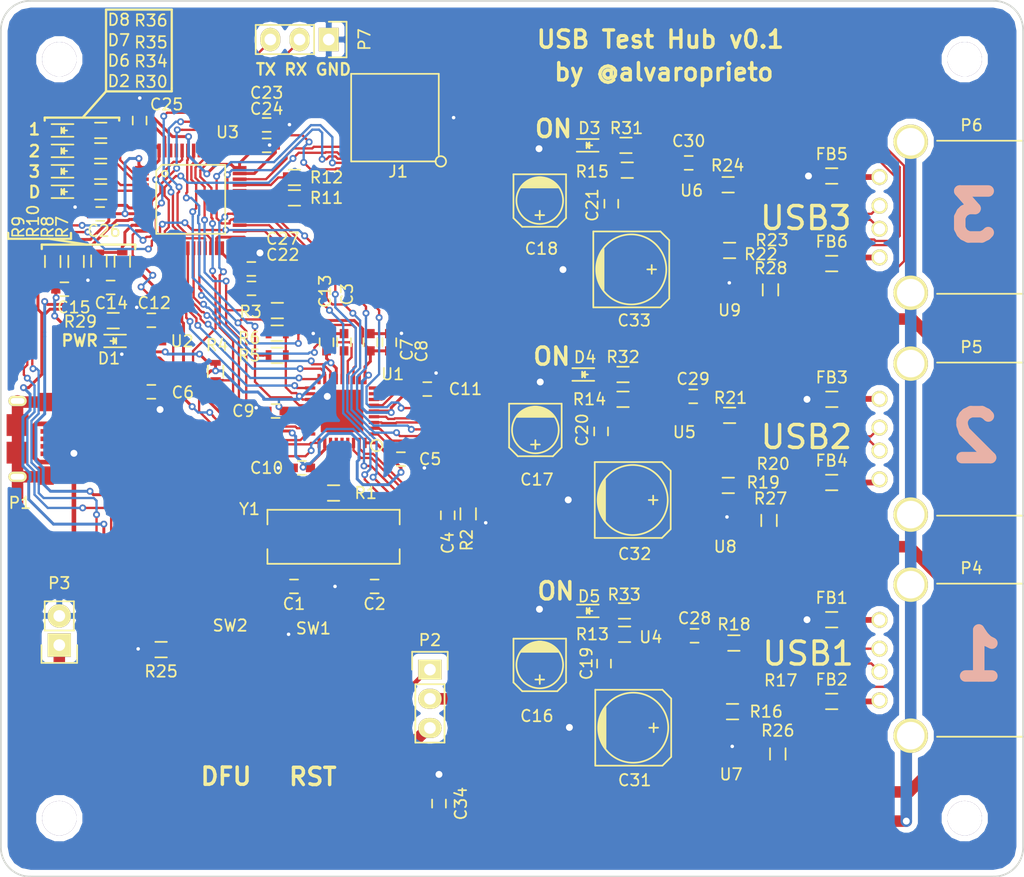
<source format=kicad_pcb>
(kicad_pcb (version 4) (host pcbnew 4.0.6-e0-6349~53~ubuntu16.04.1)
  (layers (0 F.Cu signal) (31 B.Cu signal) (34 B.Paste user) (35 F.Paste user) (36 B.SilkS user) (37 F.SilkS user) (38 B.Mask user) (39 F.Mask user) (44 Edge.Cuts user))
  (net 0 "")
  (net 1 "Net-(C1-Pad1)")
  (net 2 GND)
  (net 3 "Net-(C2-Pad1)")
  (net 4 "Net-(C3-Pad2)")
  (net 5 "Net-(C4-Pad2)")
  (net 6 +3V3)
  (net 7 +5V)
  (net 8 /5V_OUT)
  (net 9 "Net-(C28-Pad2)")
  (net 10 "Net-(C29-Pad2)")
  (net 11 "Net-(C30-Pad2)")
  (net 12 "Net-(D1-Pad2)")
  (net 13 "Net-(D2-Pad2)")
  (net 14 "Net-(D3-Pad2)")
  (net 15 "Net-(D4-Pad2)")
  (net 16 "Net-(D5-Pad2)")
  (net 17 "Net-(D6-Pad2)")
  (net 18 "Net-(D7-Pad2)")
  (net 19 "Net-(D8-Pad2)")
  (net 20 "Net-(FB1-Pad2)")
  (net 21 /5V_OUT1)
  (net 22 "Net-(FB2-Pad2)")
  (net 23 "Net-(FB3-Pad2)")
  (net 24 /5V_OUT2)
  (net 25 "Net-(FB4-Pad2)")
  (net 26 "Net-(FB5-Pad2)")
  (net 27 /5V_OUT3)
  (net 28 "Net-(FB6-Pad2)")
  (net 29 "Net-(P1-Pad4)")
  (net 30 /5V_EXT)
  (net 31 "Net-(R2-Pad1)")
  (net 32 /CFG_SEL1)
  (net 33 /HUB_RST_N)
  (net 34 /SDA)
  (net 35 /SCL)
  (net 36 /VBUS_EXT_DET)
  (net 37 /VBUS_DET)
  (net 38 "Net-(R11-Pad1)")
  (net 39 "Net-(R12-Pad1)")
  (net 40 /5V_EN1)
  (net 41 /5V_EN2)
  (net 42 /5V_EN3)
  (net 43 "Net-(R16-Pad1)")
  (net 44 "Net-(R16-Pad2)")
  (net 45 "Net-(R17-Pad2)")
  (net 46 "Net-(R19-Pad1)")
  (net 47 "Net-(R19-Pad2)")
  (net 48 "Net-(R20-Pad2)")
  (net 49 "Net-(R22-Pad1)")
  (net 50 "Net-(R22-Pad2)")
  (net 51 "Net-(R23-Pad2)")
  (net 52 /BOOT0)
  (net 53 /SNS1)
  (net 54 /SNS2)
  (net 55 /SNS3)
  (net 56 /DBG_LED)
  (net 57 /LED2)
  (net 58 /LED1)
  (net 59 /LED0)
  (net 60 /nRST)
  (net 61 /PRTPWR2)
  (net 62 /OCS_N2)
  (net 63 /OCS_N1)
  (net 64 /PRTPWR1)
  (net 65 "Net-(U1-Pad11)")
  (net 66 /PRTPWR3)
  (net 67 /OCS_N3)
  (net 68 /SUSP_IND)
  (net 69 "Net-(U2-Pad4)")
  (net 70 /5V_FLG1)
  (net 71 /5V_FLG2)
  (net 72 /5V_FLG3)
  (net 73 "Net-(U3-Pad6)")
  (net 74 "Net-(U3-Pad45)")
  (net 75 "Net-(U3-Pad46)")
  (net 76 "Net-(J1-Pad7)")
  (net 77 "Net-(J1-Pad9)")
  (net 78 /SWDIO)
  (net 79 /SWCLK)
  (net 80 "Net-(J1-Pad6)")
  (net 81 "Net-(J1-Pad8)")
  (net 82 /USART3_RX)
  (net 83 /USART3_TX)
  (net 84 "Net-(U1-Pad20)")
  (net 85 "Net-(U3-Pad38)")
  (net 86 /USB_UP_P)
  (net 87 /USB_UP_N)
  (net 88 /USB1_P)
  (net 89 /USB1_N)
  (net 90 /USB2_P)
  (net 91 /USB2_N)
  (net 92 /USB3_P)
  (net 93 /USB3_N)
  (net 94 /USB4_N)
  (net 95 /USB4_P)
  (net 96 "Net-(U3-Pad41)")
  (net 97 GNDPWR)
  (module Resistors_SMD:R_0603 (layer F.Cu) (at 101.727 118.745)
    (fp_text reference R11 (at 2.794 0 180) (layer F.SilkS))
    (fp_text value 22)
    (pad 1 smd rect (at -0.75 0) (size 0.5 0.9) (layers F.Cu F.Paste F.Mask) (net 38 "Net-(R11-Pad1)"))
    (pad 2 smd rect (at 0.75 0) (size 0.5 0.9) (layers F.Cu F.Paste F.Mask) (net 94 /USB4_N))
  )
  (module Capacitors_SMD:C_0603 (layer F.Cu) (at 113.284 135.382 180)
    (fp_text reference C11 (at -3.314 0 180) (layer F.SilkS))
    (fp_text value 0.1uF)
    (pad 1 smd rect (at -0.75 0 180) (size 0.8 0.75) (layers F.Cu F.Paste F.Mask) (net 2 GND))
    (pad 2 smd rect (at 0.75 0 180) (size 0.8 0.75) (layers F.Cu F.Paste F.Mask) (net 6 +3V3))
  )
  (module Capacitors_SMD:C_0603 (layer F.Cu) (at 136.41 136.017)
    (fp_text reference C29 (at -0.012 -1.524) (layer F.SilkS))
    (fp_text value 0.1uF)
    (pad 1 smd rect (at -0.75 0) (size 0.8 0.75) (layers F.Cu F.Paste F.Mask) (net 2 GND))
    (pad 2 smd rect (at 0.75 0) (size 0.8 0.75) (layers F.Cu F.Paste F.Mask) (net 10 "Net-(C29-Pad2)"))
  )
  (module Mounting_Holes:MountingHole_3mm (layer F.Cu) (at 81.28 106.68)
    (fp_text reference REF** hide)
    (fp_text value MountingHole_3mm)
    (pad 1 thru_hole circle (at 0 0) (size 3 3) (drill 3) (layers))
  )
  (module Mounting_Holes:MountingHole_3mm (layer F.Cu) (at 81.28 172.72)
    (fp_text reference REF** hide)
    (fp_text value MountingHole_3mm)
    (pad 1 thru_hole circle (at 0 0) (size 3 3) (drill 3) (layers))
  )
  (module Mounting_Holes:MountingHole_3mm (layer F.Cu) (at 160.02 172.72)
    (fp_text reference REF** hide)
    (fp_text value MountingHole_3mm)
    (pad 1 thru_hole circle (at 0 0) (size 3 3) (drill 3) (layers))
  )
  (module footprints:SQFN36 (layer F.Cu) (at 105.8672 137.287 180)
    (fp_text reference U1 (at -4.4069 3.2004 180) (layer F.SilkS))
    (fp_text value USB2514B hide)
    (pad 14 smd rect (at 0 2.775 180) (size 0.28 0.9) (layers F.Cu F.Paste F.Mask) (net 4 "Net-(C3-Pad2)"))
    (pad 15 smd rect (at 0.5 2.775 180) (size 0.28 0.9) (layers F.Cu F.Paste F.Mask) (net 6 +3V3))
    (pad 16 smd rect (at 1 2.775 180) (size 0.28 0.9) (layers F.Cu F.Paste F.Mask) (net 61 /PRTPWR2))
    (pad 17 smd rect (at 1.5 2.775 180) (size 0.28 0.9) (layers F.Cu F.Paste F.Mask) (net 62 /OCS_N2))
    (pad 13 smd rect (at -0.5 2.775 180) (size 0.28 0.9) (layers F.Cu F.Paste F.Mask) (net 63 /OCS_N1))
    (pad 12 smd rect (at -1 2.775 180) (size 0.28 0.9) (layers F.Cu F.Paste F.Mask) (net 64 /PRTPWR1))
    (pad 11 smd rect (at -1.5 2.775 180) (size 0.28 0.9) (layers F.Cu F.Paste F.Mask) (net 65 "Net-(U1-Pad11)"))
    (pad 10 smd rect (at -2 2.775 180) (size 0.28 0.9) (layers F.Cu F.Paste F.Mask) (net 6 +3V3))
    (pad 18 smd rect (at 2 2.775 180) (size 0.28 0.9) (layers F.Cu F.Paste F.Mask) (net 66 /PRTPWR3))
    (pad 37 smd rect (at 0 0 180) (size 3.7 3.7) (layers F.Cu F.Paste F.Mask) (net 2 GND))
    (pad 23 smd rect (at 2.775 0 270) (size 0.28 0.9) (layers F.Cu F.Paste F.Mask) (net 6 +3V3))
    (pad 22 smd rect (at 2.775 0.5 270) (size 0.28 0.9) (layers F.Cu F.Paste F.Mask) (net 34 /SDA))
    (pad 21 smd rect (at 2.775 1 270) (size 0.28 0.9) (layers F.Cu F.Paste F.Mask) (net 6 +3V3))
    (pad 20 smd rect (at 2.775 1.5 270) (size 0.28 0.9) (layers F.Cu F.Paste F.Mask) (net 84 "Net-(U1-Pad20)"))
    (pad 19 smd rect (at 2.775 2 270) (size 0.28 0.9) (layers F.Cu F.Paste F.Mask) (net 67 /OCS_N3))
    (pad 24 smd rect (at 2.775 -0.5 270) (size 0.28 0.9) (layers F.Cu F.Paste F.Mask) (net 35 /SCL))
    (pad 25 smd rect (at 2.775 -1 270) (size 0.28 0.9) (layers F.Cu F.Paste F.Mask) (net 32 /CFG_SEL1))
    (pad 26 smd rect (at 2.775 -1.5 270) (size 0.28 0.9) (layers F.Cu F.Paste F.Mask) (net 33 /HUB_RST_N))
    (pad 27 smd rect (at 2.775 -2 270) (size 0.28 0.9) (layers F.Cu F.Paste F.Mask) (net 37 /VBUS_DET))
    (pad 32 smd rect (at 0 -2.775 180) (size 0.28 0.9) (layers F.Cu F.Paste F.Mask) (net 1 "Net-(C1-Pad1)"))
    (pad 31 smd rect (at 0.5 -2.775 180) (size 0.28 0.9) (layers F.Cu F.Paste F.Mask) (net 86 /USB_UP_P))
    (pad 30 smd rect (at 1 -2.775 180) (size 0.28 0.9) (layers F.Cu F.Paste F.Mask) (net 87 /USB_UP_N))
    (pad 29 smd rect (at 1.5 -2.775 180) (size 0.28 0.9) (layers F.Cu F.Paste F.Mask) (net 6 +3V3))
    (pad 28 smd rect (at 2 -2.775 180) (size 0.28 0.9) (layers F.Cu F.Paste F.Mask) (net 68 /SUSP_IND))
    (pad 33 smd rect (at -0.5 -2.775 180) (size 0.28 0.9) (layers F.Cu F.Paste F.Mask) (net 3 "Net-(C2-Pad1)"))
    (pad 34 smd rect (at -1 -2.775 180) (size 0.28 0.9) (layers F.Cu F.Paste F.Mask) (net 5 "Net-(C4-Pad2)"))
    (pad 35 smd rect (at -1.5 -2.775 180) (size 0.28 0.9) (layers F.Cu F.Paste F.Mask) (net 31 "Net-(R2-Pad1)"))
    (pad 36 smd rect (at -2 -2.775 180) (size 0.28 0.9) (layers F.Cu F.Paste F.Mask) (net 6 +3V3))
    (pad 5 smd rect (at -2.775 0 270) (size 0.28 0.9) (layers F.Cu F.Paste F.Mask) (net 6 +3V3))
    (pad 4 smd rect (at -2.775 -0.5 270) (size 0.28 0.9) (layers F.Cu F.Paste F.Mask) (net 90 /USB2_P))
    (pad 3 smd rect (at -2.775 -1 270) (size 0.28 0.9) (layers F.Cu F.Paste F.Mask) (net 91 /USB2_N))
    (pad 2 smd rect (at -2.775 -1.5 270) (size 0.28 0.9) (layers F.Cu F.Paste F.Mask) (net 88 /USB1_P))
    (pad 1 smd rect (at -2.775 -2 270) (size 0.28 0.9) (layers F.Cu F.Paste F.Mask) (net 89 /USB1_N))
    (pad 6 smd rect (at -2.775 0.5 270) (size 0.28 0.9) (layers F.Cu F.Paste F.Mask) (net 93 /USB3_N))
    (pad 7 smd rect (at -2.775 1 270) (size 0.28 0.9) (layers F.Cu F.Paste F.Mask) (net 92 /USB3_P))
    (pad 8 smd rect (at -2.775 1.5 270) (size 0.28 0.9) (layers F.Cu F.Paste F.Mask) (net 94 /USB4_N))
    (pad 9 smd rect (at -2.775 2 270) (size 0.28 0.9) (layers F.Cu F.Paste F.Mask) (net 95 /USB4_P))
  )
  (module Capacitors_SMD:C_0603 (layer F.Cu) (at 101.6896 152.5524)
    (fp_text reference C1 (at 0 1.524) (layer F.SilkS))
    (fp_text value 18pf)
    (pad 1 smd rect (at -0.75 0) (size 0.8 0.75) (layers F.Cu F.Paste F.Mask) (net 1 "Net-(C1-Pad1)"))
    (pad 2 smd rect (at 0.75 0) (size 0.8 0.75) (layers F.Cu F.Paste F.Mask) (net 2 GND))
  )
  (module Capacitors_SMD:C_0603 (layer F.Cu) (at 108.6986 152.5524 180)
    (fp_text reference C2 (at 0 -1.524 180) (layer F.SilkS))
    (fp_text value 18pf)
    (pad 1 smd rect (at -0.75 0 180) (size 0.8 0.75) (layers F.Cu F.Paste F.Mask) (net 3 "Net-(C2-Pad1)"))
    (pad 2 smd rect (at 0.75 0 180) (size 0.8 0.75) (layers F.Cu F.Paste F.Mask) (net 2 GND))
  )
  (module Capacitors_SMD:C_0603 (layer F.Cu) (at 106.045 131.306 270)
    (fp_text reference C3 (at -4.179 -0.254 270) (layer F.SilkS))
    (fp_text value 0.1uF)
    (pad 1 smd rect (at -0.75 0 270) (size 0.8 0.75) (layers F.Cu F.Paste F.Mask) (net 2 GND))
    (pad 2 smd rect (at 0.75 0 270) (size 0.8 0.75) (layers F.Cu F.Paste F.Mask) (net 4 "Net-(C3-Pad2)"))
  )
  (module Capacitors_SMD:C_0603 (layer F.Cu) (at 115.062 146.360774 90)
    (fp_text reference C4 (at -2.401 0 90) (layer F.SilkS))
    (fp_text value 0.1uF)
    (pad 1 smd rect (at -0.75 0 90) (size 0.8 0.75) (layers F.Cu F.Paste F.Mask) (net 2 GND))
    (pad 2 smd rect (at 0.75 0 90) (size 0.8 0.75) (layers F.Cu F.Paste F.Mask) (net 5 "Net-(C4-Pad2)"))
  )
  (module Capacitors_SMD:C_0603 (layer F.Cu) (at 110.986 141.478 180)
    (fp_text reference C5 (at -2.54 0 180) (layer F.SilkS))
    (fp_text value 0.1uF)
    (pad 1 smd rect (at -0.75 0 180) (size 0.8 0.75) (layers F.Cu F.Paste F.Mask) (net 2 GND))
    (pad 2 smd rect (at 0.75 0 180) (size 0.8 0.75) (layers F.Cu F.Paste F.Mask) (net 6 +3V3))
  )
  (module Capacitors_SMD:C_0603 (layer F.Cu) (at 89.285434 135.618932)
    (fp_text reference C6 (at 2.738766 0.055168) (layer F.SilkS))
    (fp_text value 1uF)
    (pad 1 smd rect (at -0.75 0) (size 0.8 0.75) (layers F.Cu F.Paste F.Mask) (net 7 +5V))
    (pad 2 smd rect (at 0.75 0) (size 0.8 0.75) (layers F.Cu F.Paste F.Mask) (net 2 GND))
  )
  (module Capacitors_SMD:C_0603 (layer F.Cu) (at 108.331 131.306 270)
    (fp_text reference C7 (at 0.647 -3.175 450) (layer F.SilkS))
    (fp_text value 0.1uF)
    (pad 1 smd rect (at -0.75 0 270) (size 0.8 0.75) (layers F.Cu F.Paste F.Mask) (net 2 GND))
    (pad 2 smd rect (at 0.75 0 270) (size 0.8 0.75) (layers F.Cu F.Paste F.Mask) (net 6 +3V3))
  )
  (module Capacitors_SMD:C_0603 (layer F.Cu) (at 109.982 131.306 270)
    (fp_text reference C8 (at 0.774 -2.794 450) (layer F.SilkS))
    (fp_text value 4.7uF)
    (pad 1 smd rect (at -0.75 0 270) (size 0.8 0.75) (layers F.Cu F.Paste F.Mask) (net 2 GND))
    (pad 2 smd rect (at 0.75 0 270) (size 0.8 0.75) (layers F.Cu F.Paste F.Mask) (net 6 +3V3))
  )
  (module Capacitors_SMD:C_0603 (layer F.Cu) (at 100.088 137.287)
    (fp_text reference C9 (at -2.806 0 180) (layer F.SilkS))
    (fp_text value 0.1uF)
    (pad 1 smd rect (at -0.75 0) (size 0.8 0.75) (layers F.Cu F.Paste F.Mask) (net 2 GND))
    (pad 2 smd rect (at 0.75 0) (size 0.8 0.75) (layers F.Cu F.Paste F.Mask) (net 6 +3V3))
  )
  (module Capacitors_SMD:C_0603 (layer F.Cu) (at 102.374 142.24)
    (fp_text reference C10 (at -3.06 0) (layer F.SilkS))
    (fp_text value 0.1uF)
    (pad 1 smd rect (at -0.75 0) (size 0.8 0.75) (layers F.Cu F.Paste F.Mask) (net 2 GND))
    (pad 2 smd rect (at 0.75 0) (size 0.8 0.75) (layers F.Cu F.Paste F.Mask) (net 6 +3V3))
  )
  (module Capacitors_SMD:C_0603 (layer F.Cu) (at 89.285434 129.395932)
    (fp_text reference C12 (at 0.249566 -1.506932) (layer F.SilkS))
    (fp_text value 1uF)
    (pad 1 smd rect (at -0.75 0) (size 0.8 0.75) (layers F.Cu F.Paste F.Mask) (net 6 +3V3))
    (pad 2 smd rect (at 0.75 0) (size 0.8 0.75) (layers F.Cu F.Paste F.Mask) (net 2 GND))
  )
  (module Capacitors_SMD:C_0603 (layer F.Cu) (at 104.521 131.306 270)
    (fp_text reference C13 (at -4.433 0.127 270) (layer F.SilkS))
    (fp_text value 0.1uF)
    (pad 1 smd rect (at -0.75 0 270) (size 0.8 0.75) (layers F.Cu F.Paste F.Mask) (net 2 GND))
    (pad 2 smd rect (at 0.75 0 270) (size 0.8 0.75) (layers F.Cu F.Paste F.Mask) (net 6 +3V3))
  )
  (module Capacitors_SMD:C_0603 (layer F.Cu) (at 85.741946 126.539266)
    (fp_text reference C14 (at 0.059254 1.362434) (layer F.SilkS))
    (fp_text value 1uF)
    (pad 1 smd rect (at -0.75 0) (size 0.8 0.75) (layers F.Cu F.Paste F.Mask) (net 2 GND))
    (pad 2 smd rect (at 0.75 0) (size 0.8 0.75) (layers F.Cu F.Paste F.Mask) (net 8 /5V_OUT))
  )
  (module Capacitors_SMD:C_0603 (layer F.Cu) (at 81.723554 126.691404 180)
    (fp_text reference C15 (at -0.826446 -1.578596 180) (layer F.SilkS))
    (fp_text value 1uF)
    (pad 1 smd rect (at -0.75 0 180) (size 0.8 0.75) (layers F.Cu F.Paste F.Mask) (net 2 GND))
    (pad 2 smd rect (at 0.75 0 180) (size 0.8 0.75) (layers F.Cu F.Paste F.Mask) (net 7 +5V))
  )
  (module Capacitors_SMD:c_elec_4x5.3 (layer F.Cu) (at 123.063 159.385 270)
    (fp_text reference C16 (at 4.445 0.254 360) (layer F.SilkS))
    (fp_text value 10uF)
    (pad 1 smd rect (at 1.80086 0 270) (size 2.60096 1.6002) (layers F.Cu F.Paste F.Mask) (net 8 /5V_OUT))
    (pad 2 smd rect (at -1.80086 0 270) (size 2.60096 1.6002) (layers F.Cu F.Paste F.Mask) (net 2 GND))
  )
  (module Capacitors_SMD:c_elec_4x5.3 (layer F.Cu) (at 122.682 138.938 270)
    (fp_text reference C17 (at 4.318 -0.127 360) (layer F.SilkS))
    (fp_text value 10uF)
    (pad 1 smd rect (at 1.80086 0 270) (size 2.60096 1.6002) (layers F.Cu F.Paste F.Mask) (net 8 /5V_OUT))
    (pad 2 smd rect (at -1.80086 0 270) (size 2.60096 1.6002) (layers F.Cu F.Paste F.Mask) (net 2 GND))
  )
  (module Capacitors_SMD:c_elec_4x5.3 (layer F.Cu) (at 123.063 118.97614 270)
    (fp_text reference C18 (at 4.191 -0.14986 360) (layer F.SilkS))
    (fp_text value 10uF)
    (pad 1 smd rect (at 1.80086 0 270) (size 2.60096 1.6002) (layers F.Cu F.Paste F.Mask) (net 8 /5V_OUT))
    (pad 2 smd rect (at -1.80086 0 270) (size 2.60096 1.6002) (layers F.Cu F.Paste F.Mask) (net 2 GND))
  )
  (module Capacitors_SMD:C_0603 (layer F.Cu) (at 128.651 159.27 270)
    (fp_text reference C19 (at -0.012 1.524 450) (layer F.SilkS))
    (fp_text value 0.1uF)
    (pad 1 smd rect (at -0.75 0 270) (size 0.8 0.75) (layers F.Cu F.Paste F.Mask) (net 2 GND))
    (pad 2 smd rect (at 0.75 0 270) (size 0.8 0.75) (layers F.Cu F.Paste F.Mask) (net 8 /5V_OUT))
  )
  (module Capacitors_SMD:C_0603 (layer F.Cu) (at 128.397 139.065 270)
    (fp_text reference C20 (at -0.127 1.651 270) (layer F.SilkS))
    (fp_text value 0.1uF)
    (pad 1 smd rect (at -0.75 0 270) (size 0.8 0.75) (layers F.Cu F.Paste F.Mask) (net 2 GND))
    (pad 2 smd rect (at 0.75 0 270) (size 0.8 0.75) (layers F.Cu F.Paste F.Mask) (net 8 /5V_OUT))
  )
  (module Capacitors_SMD:C_0603 (layer F.Cu) (at 129.286 119.253 270)
    (fp_text reference C21 (at 0.115 1.651 270) (layer F.SilkS))
    (fp_text value 0.1uF)
    (pad 1 smd rect (at -0.75 0 270) (size 0.8 0.75) (layers F.Cu F.Paste F.Mask) (net 2 GND))
    (pad 2 smd rect (at 0.75 0 270) (size 0.8 0.75) (layers F.Cu F.Paste F.Mask) (net 8 /5V_OUT))
  )
  (module Capacitors_SMD:C_0603 (layer F.Cu) (at 97.991098 126.619 180)
    (fp_text reference C22 (at -2.719902 2.921 180) (layer F.SilkS))
    (fp_text value 0.01uF)
    (pad 1 smd rect (at -0.75 0 180) (size 0.8 0.75) (layers F.Cu F.Paste F.Mask) (net 2 GND))
    (pad 2 smd rect (at 0.75 0 180) (size 0.8 0.75) (layers F.Cu F.Paste F.Mask) (net 6 +3V3))
  )
  (module Capacitors_SMD:C_0603 (layer F.Cu) (at 99.314 112.395 180)
    (fp_text reference C23 (at 0 2.794 360) (layer F.SilkS))
    (fp_text value 0.1uF)
    (pad 1 smd rect (at -0.75 0 180) (size 0.8 0.75) (layers F.Cu F.Paste F.Mask) (net 2 GND))
    (pad 2 smd rect (at 0.75 0 180) (size 0.8 0.75) (layers F.Cu F.Paste F.Mask) (net 6 +3V3))
  )
  (module Capacitors_SMD:C_0603 (layer F.Cu) (at 99.314 114.173 180)
    (fp_text reference C24 (at 0 3.175 180) (layer F.SilkS))
    (fp_text value 4.7uF)
    (pad 1 smd rect (at -0.75 0 180) (size 0.8 0.75) (layers F.Cu F.Paste F.Mask) (net 2 GND))
    (pad 2 smd rect (at 0.75 0 180) (size 0.8 0.75) (layers F.Cu F.Paste F.Mask) (net 6 +3V3))
  )
  (module Capacitors_SMD:C_0603 (layer F.Cu) (at 88.265 112.014 270)
    (fp_text reference C25 (at -1.397 -2.3495 360) (layer F.SilkS))
    (fp_text value 4.7uF)
    (pad 1 smd rect (at -0.75 0 270) (size 0.8 0.75) (layers F.Cu F.Paste F.Mask) (net 2 GND))
    (pad 2 smd rect (at 0.75 0 270) (size 0.8 0.75) (layers F.Cu F.Paste F.Mask) (net 6 +3V3))
  )
  (module Capacitors_SMD:C_0603 (layer F.Cu) (at 84.836 120.142)
    (fp_text reference C26 (at 0.3302 1.4732) (layer F.SilkS))
    (fp_text value 1uF)
    (pad 1 smd rect (at -0.75 0) (size 0.8 0.75) (layers F.Cu F.Paste F.Mask) (net 2 GND))
    (pad 2 smd rect (at 0.75 0) (size 0.8 0.75) (layers F.Cu F.Paste F.Mask) (net 6 +3V3))
  )
  (module Capacitors_SMD:C_0603 (layer F.Cu) (at 97.979098 124.923482 180)
    (fp_text reference C27 (at -2.731902 2.622482 180) (layer F.SilkS))
    (fp_text value 0.1uF)
    (pad 1 smd rect (at -0.75 0 180) (size 0.8 0.75) (layers F.Cu F.Paste F.Mask) (net 2 GND))
    (pad 2 smd rect (at 0.75 0 180) (size 0.8 0.75) (layers F.Cu F.Paste F.Mask) (net 6 +3V3))
  )
  (module Capacitors_SMD:C_0603 (layer F.Cu) (at 136.525 156.845)
    (fp_text reference C28 (at 0 -1.524) (layer F.SilkS))
    (fp_text value 0.1uF)
    (pad 1 smd rect (at -0.75 0) (size 0.8 0.75) (layers F.Cu F.Paste F.Mask) (net 2 GND))
    (pad 2 smd rect (at 0.75 0) (size 0.8 0.75) (layers F.Cu F.Paste F.Mask) (net 9 "Net-(C28-Pad2)"))
  )
  (module Capacitors_SMD:C_0603 (layer F.Cu) (at 136.017 115.697)
    (fp_text reference C30 (at 0 -1.9) (layer F.SilkS))
    (fp_text value 0.1uF)
    (pad 1 smd rect (at -0.75 0) (size 0.8 0.75) (layers F.Cu F.Paste F.Mask) (net 2 GND))
    (pad 2 smd rect (at 0.75 0) (size 0.8 0.75) (layers F.Cu F.Paste F.Mask) (net 11 "Net-(C30-Pad2)"))
  )
  (module Capacitors_SMD:c_elec_6.3x5.7 (layer F.Cu) (at 131.191 164.846)
    (fp_text reference C31 (at 0.127 4.572) (layer F.SilkS))
    (fp_text value 100uF)
    (pad 1 smd rect (at 2.75082 0) (size 3.59918 1.6002) (layers F.Cu F.Paste F.Mask) (net 9 "Net-(C28-Pad2)"))
    (pad 2 smd rect (at -2.75082 0) (size 3.59918 1.6002) (layers F.Cu F.Paste F.Mask) (net 2 GND))
  )
  (module Capacitors_SMD:c_elec_6.3x5.7 (layer F.Cu) (at 131.14782 145.034)
    (fp_text reference C32 (at 0.17018 4.699) (layer F.SilkS))
    (fp_text value 100uF)
    (pad 1 smd rect (at 2.75082 0) (size 3.59918 1.6002) (layers F.Cu F.Paste F.Mask) (net 10 "Net-(C29-Pad2)"))
    (pad 2 smd rect (at -2.75082 0) (size 3.59918 1.6002) (layers F.Cu F.Paste F.Mask) (net 2 GND))
  )
  (module Capacitors_SMD:c_elec_6.3x5.7 (layer F.Cu) (at 131.02082 124.968)
    (fp_text reference C33 (at 0.254 4.445) (layer F.SilkS))
    (fp_text value 100uF)
    (pad 1 smd rect (at 2.75082 0) (size 3.59918 1.6002) (layers F.Cu F.Paste F.Mask) (net 11 "Net-(C30-Pad2)"))
    (pad 2 smd rect (at -2.75082 0) (size 3.59918 1.6002) (layers F.Cu F.Paste F.Mask) (net 2 GND))
  )
  (module LEDs:LED_0603 (layer F.Cu) (at 85.979 131.191 180)
    (fp_text reference D1 (at 0.381 -1.524 180) (layer F.SilkS))
    (fp_text value 3V)
    (pad 2 smd rect (at 0.7493 0) (size 0.79756 0.79756) (layers F.Cu F.Paste F.Mask) (net 12 "Net-(D1-Pad2)"))
    (pad 1 smd rect (at -0.7493 0) (size 0.79756 0.79756) (layers F.Cu F.Paste F.Mask) (net 2 GND))
  )
  (module LEDs:LED_0603 (layer F.Cu) (at 81.70856 118.20906)
    (fp_text reference D2 (at 4.7498 -9.6266) (layer F.SilkS))
    (fp_text value DBG)
    (pad 2 smd rect (at 0.7493 0 180) (size 0.79756 0.79756) (layers F.Cu F.Paste F.Mask) (net 13 "Net-(D2-Pad2)"))
    (pad 1 smd rect (at -0.7493 0 180) (size 0.79756 0.79756) (layers F.Cu F.Paste F.Mask) (net 2 GND))
  )
  (module LEDs:LED_0603 (layer F.Cu) (at 127.381 114.173)
    (fp_text reference D3 (at 0 -1.5) (layer F.SilkS))
    (fp_text value 5V_EN3)
    (pad 2 smd rect (at 0.7493 0 180) (size 0.79756 0.79756) (layers F.Cu F.Paste F.Mask) (net 14 "Net-(D3-Pad2)"))
    (pad 1 smd rect (at -0.7493 0 180) (size 0.79756 0.79756) (layers F.Cu F.Paste F.Mask) (net 2 GND))
  )
  (module LEDs:LED_0603 (layer F.Cu) (at 127 134.112)
    (fp_text reference D4 (at 0 -1.5) (layer F.SilkS))
    (fp_text value 5V_EN2)
    (pad 2 smd rect (at 0.7493 0 180) (size 0.79756 0.79756) (layers F.Cu F.Paste F.Mask) (net 15 "Net-(D4-Pad2)"))
    (pad 1 smd rect (at -0.7493 0 180) (size 0.79756 0.79756) (layers F.Cu F.Paste F.Mask) (net 2 GND))
  )
  (module LEDs:LED_0603 (layer F.Cu) (at 127.3937 154.686)
    (fp_text reference D5 (at -0.0381 -1.27) (layer F.SilkS))
    (fp_text value 5V_EN1)
    (pad 2 smd rect (at 0.7493 0 180) (size 0.79756 0.79756) (layers F.Cu F.Paste F.Mask) (net 16 "Net-(D5-Pad2)"))
    (pad 1 smd rect (at -0.7493 0 180) (size 0.79756 0.79756) (layers F.Cu F.Paste F.Mask) (net 2 GND))
  )
  (module LEDs:LED_0603 (layer F.Cu) (at 81.70856 116.43106)
    (fp_text reference D6 (at 4.7498 -9.6266) (layer F.SilkS))
    (fp_text value LED2)
    (pad 2 smd rect (at 0.7493 0 180) (size 0.79756 0.79756) (layers F.Cu F.Paste F.Mask) (net 17 "Net-(D6-Pad2)"))
    (pad 1 smd rect (at -0.7493 0 180) (size 0.79756 0.79756) (layers F.Cu F.Paste F.Mask) (net 2 GND))
  )
  (module LEDs:LED_0603 (layer F.Cu) (at 81.70856 114.65306)
    (fp_text reference D7 (at 4.7498 -9.6266 180) (layer F.SilkS))
    (fp_text value LED1)
    (pad 2 smd rect (at 0.7493 0 180) (size 0.79756 0.79756) (layers F.Cu F.Paste F.Mask) (net 18 "Net-(D7-Pad2)"))
    (pad 1 smd rect (at -0.7493 0 180) (size 0.79756 0.79756) (layers F.Cu F.Paste F.Mask) (net 2 GND))
  )
  (module LEDs:LED_0603 (layer F.Cu) (at 81.70856 112.87506)
    (fp_text reference D8 (at 4.7498 -9.6266) (layer F.SilkS))
    (fp_text value LED0)
    (pad 2 smd rect (at 0.7493 0 180) (size 0.79756 0.79756) (layers F.Cu F.Paste F.Mask) (net 19 "Net-(D8-Pad2)"))
    (pad 1 smd rect (at -0.7493 0 180) (size 0.79756 0.79756) (layers F.Cu F.Paste F.Mask) (net 2 GND))
  )
  (module Resistors_SMD:R_0603 (layer F.Cu) (at 148.451 155.448)
    (fp_text reference FB1 (at 0 -1.9) (layer F.SilkS))
    (fp_text value Ferrite_Bead)
    (pad 1 smd rect (at -0.75 0) (size 0.5 0.9) (layers F.Cu F.Paste F.Mask) (net 2 GND))
    (pad 2 smd rect (at 0.75 0) (size 0.5 0.9) (layers F.Cu F.Paste F.Mask) (net 20 "Net-(FB1-Pad2)"))
  )
  (module Resistors_SMD:R_0603 (layer F.Cu) (at 148.451 162.56)
    (fp_text reference FB2 (at 0 -1.9) (layer F.SilkS))
    (fp_text value Ferrite_Bead)
    (pad 1 smd rect (at -0.75 0) (size 0.5 0.9) (layers F.Cu F.Paste F.Mask) (net 21 /5V_OUT1))
    (pad 2 smd rect (at 0.75 0) (size 0.5 0.9) (layers F.Cu F.Paste F.Mask) (net 22 "Net-(FB2-Pad2)"))
  )
  (module Resistors_SMD:R_0603 (layer F.Cu) (at 148.463 136.271)
    (fp_text reference FB3 (at 0 -1.9) (layer F.SilkS))
    (fp_text value Ferrite_Bead)
    (pad 1 smd rect (at -0.75 0) (size 0.5 0.9) (layers F.Cu F.Paste F.Mask) (net 2 GND))
    (pad 2 smd rect (at 0.75 0) (size 0.5 0.9) (layers F.Cu F.Paste F.Mask) (net 23 "Net-(FB3-Pad2)"))
  )
  (module Resistors_SMD:R_0603 (layer F.Cu) (at 148.451 143.51)
    (fp_text reference FB4 (at 0 -1.9) (layer F.SilkS))
    (fp_text value Ferrite_Bead)
    (pad 1 smd rect (at -0.75 0) (size 0.5 0.9) (layers F.Cu F.Paste F.Mask) (net 24 /5V_OUT2))
    (pad 2 smd rect (at 0.75 0) (size 0.5 0.9) (layers F.Cu F.Paste F.Mask) (net 25 "Net-(FB4-Pad2)"))
  )
  (module Resistors_SMD:R_0603 (layer F.Cu) (at 148.451 116.84)
    (fp_text reference FB5 (at 0 -1.9) (layer F.SilkS))
    (fp_text value Ferrite_Bead)
    (pad 1 smd rect (at -0.75 0) (size 0.5 0.9) (layers F.Cu F.Paste F.Mask) (net 2 GND))
    (pad 2 smd rect (at 0.75 0) (size 0.5 0.9) (layers F.Cu F.Paste F.Mask) (net 26 "Net-(FB5-Pad2)"))
  )
  (module Resistors_SMD:R_0603 (layer F.Cu) (at 148.451 124.46)
    (fp_text reference FB6 (at 0 -1.9) (layer F.SilkS))
    (fp_text value Ferrite_Bead)
    (pad 1 smd rect (at -0.75 0) (size 0.5 0.9) (layers F.Cu F.Paste F.Mask) (net 27 /5V_OUT3))
    (pad 2 smd rect (at 0.75 0) (size 0.5 0.9) (layers F.Cu F.Paste F.Mask) (net 28 "Net-(FB6-Pad2)"))
  )
  (module footprints:10118193-0001LF (layer F.Cu) (at 77.6478 139.71158 270)
    (fp_text reference P1 (at 5.57642 -0.2032 360) (layer F.SilkS))
    (fp_text value USB_OTG hide)
    (pad 3 smd rect (at 0 -2.675 270) (size 0.4 1.35) (layers F.Cu F.Paste F.Mask) (net 86 /USB_UP_P))
    (pad 4 smd rect (at 0.65 -2.675 270) (size 0.4 1.35) (layers F.Cu F.Paste F.Mask) (net 29 "Net-(P1-Pad4)"))
    (pad 2 smd rect (at -0.65 -2.675 270) (size 0.4 1.35) (layers F.Cu F.Paste F.Mask) (net 87 /USB_UP_N))
    (pad 5 smd rect (at 1.3 -2.675 270) (size 0.4 1.35) (layers F.Cu F.Paste F.Mask) (net 2 GND))
    (pad 1 smd rect (at -1.3 -2.675 270) (size 0.4 1.35) (layers F.Cu F.Paste F.Mask) (net 7 +5V))
    (pad 6 smd rect (at 3.2 -2.45 270) (size 1.6 1.4) (layers F.Cu F.Paste F.Mask) (net 97 GNDPWR))
    (pad 6 smd rect (at -3.2 -2.45 270) (size 1.6 1.4) (layers F.Cu F.Paste F.Mask) (net 97 GNDPWR))
    (pad 6 smd rect (at -1.2 0 270) (size 1.9 1.9) (layers F.Cu F.Paste F.Mask) (net 97 GNDPWR))
    (pad 6 smd rect (at 1.2 0 270) (size 1.9 1.9) (layers F.Cu F.Paste F.Mask) (net 97 GNDPWR))
    (pad 6 thru_hole oval (at 3.3 0 270) (size 0.9 1.6) (drill oval 0.5 1.2) (layers *.Cu *.Mask F.SilkS) (net 97 GNDPWR))
    (pad 6 thru_hole oval (at -3.3 0 270) (size 0.9 1.6) (drill oval 0.5 1.2) (layers *.Cu *.Mask F.SilkS) (net 97 GNDPWR))
  )
  (module Pin_Headers:Pin_Header_Straight_1x03 (layer F.Cu) (at 113.5126 159.7914)
    (fp_text reference P2 (at 0 -2.5654) (layer F.SilkS))
    (fp_text value 5V_SEL)
    (pad 1 thru_hole rect (at 0 0) (size 2.032 1.7272) (drill 1.016) (layers *.Cu *.Mask F.SilkS) (net 7 +5V))
    (pad 2 thru_hole oval (at 0 2.54) (size 2.032 1.7272) (drill 1.016) (layers *.Cu *.Mask F.SilkS) (net 8 /5V_OUT))
    (pad 3 thru_hole oval (at 0 5.08) (size 2.032 1.7272) (drill 1.016) (layers *.Cu *.Mask F.SilkS) (net 30 /5V_EXT))
  )
  (module Pin_Headers:Pin_Header_Straight_1x02 (layer F.Cu) (at 81.28 157.6578 180)
    (fp_text reference P3 (at 0 5.3848 180) (layer F.SilkS))
    (fp_text value 5V_EXT)
    (pad 1 thru_hole rect (at 0 0 180) (size 2.032 2.032) (drill 1.016) (layers *.Cu *.Mask F.SilkS) (net 30 /5V_EXT))
    (pad 2 thru_hole oval (at 0 2.54 180) (size 2.032 2.032) (drill 1.016) (layers *.Cu *.Mask F.SilkS) (net 2 GND))
  )
  (module Resistors_SMD:R_0603 (layer F.Cu) (at 105.1306 144.4244)
    (fp_text reference R1 (at 2.794 0) (layer F.SilkS))
    (fp_text value 1M)
    (pad 1 smd rect (at -0.75 0) (size 0.5 0.9) (layers F.Cu F.Paste F.Mask) (net 1 "Net-(C1-Pad1)"))
    (pad 2 smd rect (at 0.75 0) (size 0.5 0.9) (layers F.Cu F.Paste F.Mask) (net 3 "Net-(C2-Pad1)"))
  )
  (module Resistors_SMD:R_0603 (layer F.Cu) (at 116.84 146.2405 270)
    (fp_text reference R2 (at 2.274 0.127 270) (layer F.SilkS))
    (fp_text value 12k)
    (pad 1 smd rect (at -0.75 0 270) (size 0.5 0.9) (layers F.Cu F.Paste F.Mask) (net 31 "Net-(R2-Pad1)"))
    (pad 2 smd rect (at 0.75 0 270) (size 0.5 0.9) (layers F.Cu F.Paste F.Mask) (net 2 GND))
  )
  (module Resistors_SMD:R_0603 (layer F.Cu) (at 100.2411 128.5494 180)
    (fp_text reference R3 (at 2.3241 -0.1016 360) (layer F.SilkS))
    (fp_text value 10k)
    (pad 1 smd rect (at -0.75 0 180) (size 0.5 0.9) (layers F.Cu F.Paste F.Mask) (net 6 +3V3))
    (pad 2 smd rect (at 0.75 0 180) (size 0.5 0.9) (layers F.Cu F.Paste F.Mask) (net 32 /CFG_SEL1))
  )
  (module Resistors_SMD:R_0603 (layer F.Cu) (at 94.869 133.846 270)
    (fp_text reference R4 (at -2.286 -0.127 360) (layer F.SilkS))
    (fp_text value 10k)
    (pad 1 smd rect (at -0.75 0 270) (size 0.5 0.9) (layers F.Cu F.Paste F.Mask) (net 6 +3V3))
    (pad 2 smd rect (at 0.75 0 270) (size 0.5 0.9) (layers F.Cu F.Paste F.Mask) (net 33 /HUB_RST_N))
  )
  (module Resistors_SMD:R_0603 (layer F.Cu) (at 100.2284 132.4483 180)
    (fp_text reference R5 (at 2.4384 -0.0127 360) (layer F.SilkS))
    (fp_text value 10k)
    (pad 1 smd rect (at -0.75 0 180) (size 0.5 0.9) (layers F.Cu F.Paste F.Mask) (net 6 +3V3))
    (pad 2 smd rect (at 0.75 0 180) (size 0.5 0.9) (layers F.Cu F.Paste F.Mask) (net 34 /SDA))
  )
  (module Resistors_SMD:R_0603 (layer F.Cu) (at 100.2284 130.5179 180)
    (fp_text reference R6 (at 2.4384 -0.4191 360) (layer F.SilkS))
    (fp_text value 10k)
    (pad 1 smd rect (at -0.75 0 180) (size 0.5 0.9) (layers F.Cu F.Paste F.Mask) (net 6 +3V3))
    (pad 2 smd rect (at 0.75 0 180) (size 0.5 0.9) (layers F.Cu F.Paste F.Mask) (net 35 /SCL))
  )
  (module Resistors_SMD:R_0603 (layer F.Cu) (at 86.757946 124.253266 90)
    (fp_text reference R7 (at 2.968266 -5.223946 270) (layer F.SilkS))
    (fp_text value 100k)
    (pad 1 smd rect (at -0.75 0 90) (size 0.5 0.9) (layers F.Cu F.Paste F.Mask) (net 8 /5V_OUT))
    (pad 2 smd rect (at 0.75 0 90) (size 0.5 0.9) (layers F.Cu F.Paste F.Mask) (net 36 /VBUS_EXT_DET))
  )
  (module Resistors_SMD:R_0603 (layer F.Cu) (at 84.725946 124.241266 270)
    (fp_text reference R8 (at -2.956266 4.461946 450) (layer F.SilkS))
    (fp_text value 100k)
    (pad 1 smd rect (at -0.75 0 270) (size 0.5 0.9) (layers F.Cu F.Paste F.Mask) (net 36 /VBUS_EXT_DET))
    (pad 2 smd rect (at 0.75 0 270) (size 0.5 0.9) (layers F.Cu F.Paste F.Mask) (net 2 GND))
  )
  (module Resistors_SMD:R_0603 (layer F.Cu) (at 80.707554 124.278404 90)
    (fp_text reference R9 (at 2.993404 -2.983554 270) (layer F.SilkS))
    (fp_text value 100k)
    (pad 1 smd rect (at -0.75 0 90) (size 0.5 0.9) (layers F.Cu F.Paste F.Mask) (net 7 +5V))
    (pad 2 smd rect (at 0.75 0 90) (size 0.5 0.9) (layers F.Cu F.Paste F.Mask) (net 37 /VBUS_DET))
  )
  (module Resistors_SMD:R_0603 (layer F.Cu) (at 82.739554 124.278404 270)
    (fp_text reference R10 (at -3.501404 3.745554 270) (layer F.SilkS))
    (fp_text value 100k)
    (pad 1 smd rect (at -0.75 0 270) (size 0.5 0.9) (layers F.Cu F.Paste F.Mask) (net 37 /VBUS_DET))
    (pad 2 smd rect (at 0.75 0 270) (size 0.5 0.9) (layers F.Cu F.Paste F.Mask) (net 2 GND))
  )
  (module Resistors_SMD:R_0603 (layer F.Cu) (at 101.727 116.967)
    (fp_text reference R12 (at 2.794 0) (layer F.SilkS))
    (fp_text value 22)
    (pad 1 smd rect (at -0.75 0) (size 0.5 0.9) (layers F.Cu F.Paste F.Mask) (net 39 "Net-(R12-Pad1)"))
    (pad 2 smd rect (at 0.75 0) (size 0.5 0.9) (layers F.Cu F.Paste F.Mask) (net 95 /USB4_P))
  )
  (module Resistors_SMD:R_0603 (layer F.Cu) (at 130.441 156.718 180)
    (fp_text reference R13 (at 2.806 0 180) (layer F.SilkS))
    (fp_text value 10k)
    (pad 1 smd rect (at -0.75 0 180) (size 0.5 0.9) (layers F.Cu F.Paste F.Mask) (net 40 /5V_EN1))
    (pad 2 smd rect (at 0.75 0 180) (size 0.5 0.9) (layers F.Cu F.Paste F.Mask) (net 2 GND))
  )
  (module Resistors_SMD:R_0603 (layer F.Cu) (at 130.302 136.271 180)
    (fp_text reference R14 (at 2.921 0 180) (layer F.SilkS))
    (fp_text value 10k)
    (pad 1 smd rect (at -0.75 0 180) (size 0.5 0.9) (layers F.Cu F.Paste F.Mask) (net 41 /5V_EN2))
    (pad 2 smd rect (at 0.75 0 180) (size 0.5 0.9) (layers F.Cu F.Paste F.Mask) (net 2 GND))
  )
  (module Resistors_SMD:R_0603 (layer F.Cu) (at 130.671 116.332 180)
    (fp_text reference R15 (at 3.048 -0.127 180) (layer F.SilkS))
    (fp_text value 10k)
    (pad 1 smd rect (at -0.75 0 180) (size 0.5 0.9) (layers F.Cu F.Paste F.Mask) (net 42 /5V_EN3))
    (pad 2 smd rect (at 0.75 0 180) (size 0.5 0.9) (layers F.Cu F.Paste F.Mask) (net 2 GND))
  )
  (module Resistors_SMD:R_0603 (layer F.Cu) (at 139.827 163.449 180)
    (fp_text reference R16 (at -2.921 0 180) (layer F.SilkS))
    (fp_text value 100)
    (pad 1 smd rect (at -0.75 0 180) (size 0.5 0.9) (layers F.Cu F.Paste F.Mask) (net 43 "Net-(R16-Pad1)"))
    (pad 2 smd rect (at 0.75 0 180) (size 0.5 0.9) (layers F.Cu F.Paste F.Mask) (net 44 "Net-(R16-Pad2)"))
  )
  (module footprints:LVK12 (layer F.Cu) (at 139.954 160.401)
    (fp_text reference R17 (at 4.064 0.3302 180) (layer F.SilkS))
    (fp_text value R_SNS hide)
    (pad 4 smd rect (at -1.375 -0.7) (size 1.75 1.1) (layers F.Cu F.Paste F.Mask) (net 9 "Net-(C28-Pad2)"))
    (pad 3 smd rect (at 1.375 -0.7) (size 1.75 1.1) (layers F.Cu F.Paste F.Mask) (net 21 /5V_OUT1))
    (pad 1 smd rect (at -1.375 0.7) (size 1.75 1.1) (layers F.Cu F.Paste F.Mask) (net 44 "Net-(R16-Pad2)"))
    (pad 2 smd rect (at 1.375 0.7) (size 1.75 1.1) (layers F.Cu F.Paste F.Mask) (net 45 "Net-(R17-Pad2)"))
  )
  (module Resistors_SMD:R_0603 (layer F.Cu) (at 139.942 157.48)
    (fp_text reference R18 (at 0.012 -1.6256) (layer F.SilkS))
    (fp_text value 0)
    (pad 1 smd rect (at -0.75 0) (size 0.5 0.9) (layers F.Cu F.Paste F.Mask) (net 9 "Net-(C28-Pad2)"))
    (pad 2 smd rect (at 0.75 0) (size 0.5 0.9) (layers F.Cu F.Paste F.Mask) (net 21 /5V_OUT1))
  )
  (module Resistors_SMD:R_0603 (layer F.Cu) (at 139.458 143.764 180)
    (fp_text reference R19 (at -3.036 0.254 360) (layer F.SilkS))
    (fp_text value 100)
    (pad 1 smd rect (at -0.75 0 180) (size 0.5 0.9) (layers F.Cu F.Paste F.Mask) (net 46 "Net-(R19-Pad1)"))
    (pad 2 smd rect (at 0.75 0 180) (size 0.5 0.9) (layers F.Cu F.Paste F.Mask) (net 47 "Net-(R19-Pad2)"))
  )
  (module footprints:LVK12 (layer F.Cu) (at 139.573 140.462)
    (fp_text reference R20 (at 3.7846 1.4224) (layer F.SilkS))
    (fp_text value R_SNS hide)
    (pad 4 smd rect (at -1.375 -0.7) (size 1.75 1.1) (layers F.Cu F.Paste F.Mask) (net 10 "Net-(C29-Pad2)"))
    (pad 3 smd rect (at 1.375 -0.7) (size 1.75 1.1) (layers F.Cu F.Paste F.Mask) (net 24 /5V_OUT2))
    (pad 1 smd rect (at -1.375 0.7) (size 1.75 1.1) (layers F.Cu F.Paste F.Mask) (net 47 "Net-(R19-Pad2)"))
    (pad 2 smd rect (at 1.375 0.7) (size 1.75 1.1) (layers F.Cu F.Paste F.Mask) (net 48 "Net-(R20-Pad2)"))
  )
  (module Resistors_SMD:R_0603 (layer F.Cu) (at 139.573 137.668)
    (fp_text reference R21 (at 0.0762 -1.524) (layer F.SilkS))
    (fp_text value 0)
    (pad 1 smd rect (at -0.75 0) (size 0.5 0.9) (layers F.Cu F.Paste F.Mask) (net 10 "Net-(C29-Pad2)"))
    (pad 2 smd rect (at 0.75 0) (size 0.5 0.9) (layers F.Cu F.Paste F.Mask) (net 24 /5V_OUT2))
  )
  (module Resistors_SMD:R_0603 (layer F.Cu) (at 139.573 123.317 180)
    (fp_text reference R22 (at -2.7178 -0.3302 180) (layer F.SilkS))
    (fp_text value 100)
    (pad 1 smd rect (at -0.75 0 180) (size 0.5 0.9) (layers F.Cu F.Paste F.Mask) (net 49 "Net-(R22-Pad1)"))
    (pad 2 smd rect (at 0.75 0 180) (size 0.5 0.9) (layers F.Cu F.Paste F.Mask) (net 50 "Net-(R22-Pad2)"))
  )
  (module footprints:LVK12 (layer F.Cu) (at 139.446 120.396)
    (fp_text reference R23 (at 3.81 2.032) (layer F.SilkS))
    (fp_text value R_SNS hide)
    (pad 4 smd rect (at -1.375 -0.7) (size 1.75 1.1) (layers F.Cu F.Paste F.Mask) (net 11 "Net-(C30-Pad2)"))
    (pad 3 smd rect (at 1.375 -0.7) (size 1.75 1.1) (layers F.Cu F.Paste F.Mask) (net 27 /5V_OUT3))
    (pad 1 smd rect (at -1.375 0.7) (size 1.75 1.1) (layers F.Cu F.Paste F.Mask) (net 50 "Net-(R22-Pad2)"))
    (pad 2 smd rect (at 1.375 0.7) (size 1.75 1.1) (layers F.Cu F.Paste F.Mask) (net 51 "Net-(R23-Pad2)"))
  )
  (module Resistors_SMD:R_0603 (layer F.Cu) (at 139.446 117.602)
    (fp_text reference R24 (at -0.0508 -1.6764) (layer F.SilkS))
    (fp_text value 0)
    (pad 1 smd rect (at -0.75 0) (size 0.5 0.9) (layers F.Cu F.Paste F.Mask) (net 11 "Net-(C30-Pad2)"))
    (pad 2 smd rect (at 0.75 0) (size 0.5 0.9) (layers F.Cu F.Paste F.Mask) (net 27 /5V_OUT3))
  )
  (module Resistors_SMD:R_0603 (layer F.Cu) (at 90.1319 158.0515 180)
    (fp_text reference R25 (at 0 -1.9 180) (layer F.SilkS))
    (fp_text value 10k)
    (pad 1 smd rect (at -0.75 0 180) (size 0.5 0.9) (layers F.Cu F.Paste F.Mask) (net 52 /BOOT0))
    (pad 2 smd rect (at 0.75 0 180) (size 0.5 0.9) (layers F.Cu F.Paste F.Mask) (net 2 GND))
  )
  (module Resistors_SMD:R_0603 (layer F.Cu) (at 143.764 167.132 90)
    (fp_text reference R26 (at 2.032 0 180) (layer F.SilkS))
    (fp_text value 1k)
    (pad 1 smd rect (at -0.75 0 90) (size 0.5 0.9) (layers F.Cu F.Paste F.Mask) (net 53 /SNS1))
    (pad 2 smd rect (at 0.75 0 90) (size 0.5 0.9) (layers F.Cu F.Paste F.Mask) (net 2 GND))
  )
  (module Resistors_SMD:R_0603 (layer F.Cu) (at 143.002 146.812 90)
    (fp_text reference R27 (at 1.905 0.127 180) (layer F.SilkS))
    (fp_text value 1k)
    (pad 1 smd rect (at -0.75 0 90) (size 0.5 0.9) (layers F.Cu F.Paste F.Mask) (net 54 /SNS2))
    (pad 2 smd rect (at 0.75 0 90) (size 0.5 0.9) (layers F.Cu F.Paste F.Mask) (net 2 GND))
  )
  (module Resistors_SMD:R_0603 (layer F.Cu) (at 143.129 126.746 90)
    (fp_text reference R28 (at 1.8796 0.0254 180) (layer F.SilkS))
    (fp_text value 1k)
    (pad 1 smd rect (at -0.75 0 90) (size 0.5 0.9) (layers F.Cu F.Paste F.Mask) (net 55 /SNS3))
    (pad 2 smd rect (at 0.75 0 90) (size 0.5 0.9) (layers F.Cu F.Paste F.Mask) (net 2 GND))
  )
  (module Resistors_SMD:R_0603 (layer F.Cu) (at 85.9663 129.4257)
    (fp_text reference R29 (at -2.8575 0.0889) (layer F.SilkS))
    (fp_text value 680)
    (pad 1 smd rect (at -0.75 0) (size 0.5 0.9) (layers F.Cu F.Paste F.Mask) (net 12 "Net-(D1-Pad2)"))
    (pad 2 smd rect (at 0.75 0) (size 0.5 0.9) (layers F.Cu F.Paste F.Mask) (net 6 +3V3))
  )
  (module Resistors_SMD:R_0603 (layer F.Cu) (at 84.88356 118.20906)
    (fp_text reference R30 (at 4.3688 -9.5631) (layer F.SilkS))
    (fp_text value 680)
    (pad 1 smd rect (at -0.75 0) (size 0.5 0.9) (layers F.Cu F.Paste F.Mask) (net 13 "Net-(D2-Pad2)"))
    (pad 2 smd rect (at 0.75 0) (size 0.5 0.9) (layers F.Cu F.Paste F.Mask) (net 56 /DBG_LED))
  )
  (module Resistors_SMD:R_0603 (layer F.Cu) (at 130.556 114.173)
    (fp_text reference R31 (at 0.0508 -1.4986) (layer F.SilkS))
    (fp_text value 680)
    (pad 1 smd rect (at -0.75 0) (size 0.5 0.9) (layers F.Cu F.Paste F.Mask) (net 14 "Net-(D3-Pad2)"))
    (pad 2 smd rect (at 0.75 0) (size 0.5 0.9) (layers F.Cu F.Paste F.Mask) (net 42 /5V_EN3))
  )
  (module Resistors_SMD:R_0603 (layer F.Cu) (at 130.302 134.112)
    (fp_text reference R32 (at 0 -1.524) (layer F.SilkS))
    (fp_text value 680)
    (pad 1 smd rect (at -0.75 0) (size 0.5 0.9) (layers F.Cu F.Paste F.Mask) (net 15 "Net-(D4-Pad2)"))
    (pad 2 smd rect (at 0.75 0) (size 0.5 0.9) (layers F.Cu F.Paste F.Mask) (net 41 /5V_EN2))
  )
  (module Resistors_SMD:R_0603 (layer F.Cu) (at 130.429 154.686)
    (fp_text reference R33 (at -0.0254 -1.4224) (layer F.SilkS))
    (fp_text value 680)
    (pad 1 smd rect (at -0.75 0) (size 0.5 0.9) (layers F.Cu F.Paste F.Mask) (net 16 "Net-(D5-Pad2)"))
    (pad 2 smd rect (at 0.75 0) (size 0.5 0.9) (layers F.Cu F.Paste F.Mask) (net 40 /5V_EN1))
  )
  (module Resistors_SMD:R_0603 (layer F.Cu) (at 84.87156 116.43106)
    (fp_text reference R34 (at 4.3808 -9.5631) (layer F.SilkS))
    (fp_text value 680)
    (pad 1 smd rect (at -0.75 0) (size 0.5 0.9) (layers F.Cu F.Paste F.Mask) (net 17 "Net-(D6-Pad2)"))
    (pad 2 smd rect (at 0.75 0) (size 0.5 0.9) (layers F.Cu F.Paste F.Mask) (net 57 /LED2))
  )
  (module Resistors_SMD:R_0603 (layer F.Cu) (at 84.88356 114.65306)
    (fp_text reference R35 (at 4.3688 -9.4361) (layer F.SilkS))
    (fp_text value 680)
    (pad 1 smd rect (at -0.75 0) (size 0.5 0.9) (layers F.Cu F.Paste F.Mask) (net 18 "Net-(D7-Pad2)"))
    (pad 2 smd rect (at 0.75 0) (size 0.5 0.9) (layers F.Cu F.Paste F.Mask) (net 58 /LED1))
  )
  (module Resistors_SMD:R_0603 (layer F.Cu) (at 84.88356 112.87506)
    (fp_text reference R36 (at 4.3688 -9.5631) (layer F.SilkS))
    (fp_text value 680)
    (pad 1 smd rect (at -0.75 0) (size 0.5 0.9) (layers F.Cu F.Paste F.Mask) (net 19 "Net-(D8-Pad2)"))
    (pad 2 smd rect (at 0.75 0) (size 0.5 0.9) (layers F.Cu F.Paste F.Mask) (net 59 /LED0))
  )
  (module footprints:PTS645SM43SMTR92 (layer F.Cu) (at 103.4542 162.1282 90)
    (fp_text reference SW1 (at 5.9182 -0.0762 180) (layer F.SilkS))
    (fp_text value RST)
    (pad 1 smd rect (at -3.975 -2.25 90) (size 1.55 1.3) (layers F.Cu F.Paste F.Mask) (net 2 GND))
    (pad 1 smd rect (at 3.975 -2.25 90) (size 1.55 1.3) (layers F.Cu F.Paste F.Mask) (net 2 GND))
    (pad 2 smd rect (at -3.975 2.25 90) (size 1.55 1.3) (layers F.Cu F.Paste F.Mask) (net 60 /nRST))
    (pad 2 smd rect (at 3.975 2.25 90) (size 1.55 1.3) (layers F.Cu F.Paste F.Mask) (net 60 /nRST))
  )
  (module footprints:PTS645SM43SMTR92 (layer F.Cu) (at 96.1263 162.2298 270)
    (fp_text reference SW2 (at -6.2738 -0.0127 360) (layer F.SilkS))
    (fp_text value BOOT)
    (pad 1 smd rect (at -3.975 -2.25 270) (size 1.55 1.3) (layers F.Cu F.Paste F.Mask) (net 6 +3V3))
    (pad 1 smd rect (at 3.975 -2.25 270) (size 1.55 1.3) (layers F.Cu F.Paste F.Mask) (net 6 +3V3))
    (pad 2 smd rect (at -3.975 2.25 270) (size 1.55 1.3) (layers F.Cu F.Paste F.Mask) (net 52 /BOOT0))
    (pad 2 smd rect (at 3.975 2.25 270) (size 1.55 1.3) (layers F.Cu F.Paste F.Mask) (net 52 /BOOT0))
  )
  (module "footprints:SOT-23(M5)" (layer F.Cu) (at 89.30219 132.39472 180)
    (fp_text reference U2 (at -2.65851 1.17832 360) (layer F.SilkS))
    (fp_text value MIC550X hide)
    (pad 5 smd rect (at 0.95 1.315 180) (size 0.66 1) (layers F.Cu F.Paste F.Mask) (net 6 +3V3))
    (pad 4 smd rect (at -0.95 1.315 180) (size 0.66 1) (layers F.Cu F.Paste F.Mask) (net 69 "Net-(U2-Pad4)"))
    (pad 3 smd rect (at -0.95 -1.315 180) (size 0.66 1) (layers F.Cu F.Paste F.Mask) (net 7 +5V))
    (pad 2 smd rect (at 0 -1.315 180) (size 0.66 1) (layers F.Cu F.Paste F.Mask) (net 2 GND))
    (pad 1 smd rect (at 0.95 -1.315 180) (size 0.66 1) (layers F.Cu F.Paste F.Mask) (net 7 +5V))
  )
  (module footprints:SOT-25 (layer F.Cu) (at 132.588 159.258 270)
    (fp_text reference U4 (at -2.286 -0.127 360) (layer F.SilkS))
    (fp_text value AP2171 hide)
    (pad 5 smd rect (at 0.95 1.2 270) (size 0.55 0.8) (layers F.Cu F.Paste F.Mask) (net 8 /5V_OUT))
    (pad 2 smd rect (at 0 -1.2 270) (size 0.55 0.8) (layers F.Cu F.Paste F.Mask) (net 2 GND))
    (pad 4 smd rect (at -0.95 1.2 270) (size 0.55 0.8) (layers F.Cu F.Paste F.Mask) (net 40 /5V_EN1))
    (pad 3 smd rect (at -0.95 -1.2 270) (size 0.55 0.8) (layers F.Cu F.Paste F.Mask) (net 70 /5V_FLG1))
    (pad 1 smd rect (at 0.95 -1.2 270) (size 0.55 0.8) (layers F.Cu F.Paste F.Mask) (net 9 "Net-(C28-Pad2)"))
  )
  (module footprints:SOT-25 (layer F.Cu) (at 132.899 139.131 270)
    (fp_text reference U5 (at 0 -2.737 360) (layer F.SilkS))
    (fp_text value AP2171 hide)
    (pad 5 smd rect (at 0.95 1.2 270) (size 0.55 0.8) (layers F.Cu F.Paste F.Mask) (net 8 /5V_OUT))
    (pad 2 smd rect (at 0 -1.2 270) (size 0.55 0.8) (layers F.Cu F.Paste F.Mask) (net 2 GND))
    (pad 4 smd rect (at -0.95 1.2 270) (size 0.55 0.8) (layers F.Cu F.Paste F.Mask) (net 41 /5V_EN2))
    (pad 3 smd rect (at -0.95 -1.2 270) (size 0.55 0.8) (layers F.Cu F.Paste F.Mask) (net 71 /5V_FLG2))
    (pad 1 smd rect (at 0.95 -1.2 270) (size 0.55 0.8) (layers F.Cu F.Paste F.Mask) (net 10 "Net-(C29-Pad2)"))
  )
  (module footprints:SOT-25 (layer F.Cu) (at 133.35 119.253 270)
    (fp_text reference U6 (at -1.143 -2.921 360) (layer F.SilkS))
    (fp_text value AP2171 hide)
    (pad 5 smd rect (at 0.95 1.2 270) (size 0.55 0.8) (layers F.Cu F.Paste F.Mask) (net 8 /5V_OUT))
    (pad 2 smd rect (at 0 -1.2 270) (size 0.55 0.8) (layers F.Cu F.Paste F.Mask) (net 2 GND))
    (pad 4 smd rect (at -0.95 1.2 270) (size 0.55 0.8) (layers F.Cu F.Paste F.Mask) (net 42 /5V_EN3))
    (pad 3 smd rect (at -0.95 -1.2 270) (size 0.55 0.8) (layers F.Cu F.Paste F.Mask) (net 72 /5V_FLG3))
    (pad 1 smd rect (at 0.95 -1.2 270) (size 0.55 0.8) (layers F.Cu F.Paste F.Mask) (net 11 "Net-(C30-Pad2)"))
  )
  (module footprints:TSOT-23-5 (layer F.Cu) (at 139.827 166.497 90)
    (fp_text reference U7 (at -2.413 -0.127 180) (layer F.SilkS))
    (fp_text value LT6106 hide)
    (pad 2 smd rect (at 0 1.31 90) (size 0.62 1.22) (layers F.Cu F.Paste F.Mask) (net 2 GND))
    (pad 1 smd rect (at -0.95 1.31 90) (size 0.62 1.22) (layers F.Cu F.Paste F.Mask) (net 53 /SNS1))
    (pad 3 smd rect (at 0.95 1.31 90) (size 0.62 1.22) (layers F.Cu F.Paste F.Mask) (net 43 "Net-(R16-Pad1)"))
    (pad 5 smd rect (at -0.95 -1.31 90) (size 0.62 1.22) (layers F.Cu F.Paste F.Mask) (net 8 /5V_OUT))
    (pad 4 smd rect (at 0.95 -1.31 90) (size 0.62 1.22) (layers F.Cu F.Paste F.Mask) (net 45 "Net-(R17-Pad2)"))
  )
  (module footprints:TSOT-23-5 (layer F.Cu) (at 139.319 146.492 90)
    (fp_text reference U8 (at -2.606 -0.127 180) (layer F.SilkS))
    (fp_text value LT6106 hide)
    (pad 2 smd rect (at 0 1.31 90) (size 0.62 1.22) (layers F.Cu F.Paste F.Mask) (net 2 GND))
    (pad 1 smd rect (at -0.95 1.31 90) (size 0.62 1.22) (layers F.Cu F.Paste F.Mask) (net 54 /SNS2))
    (pad 3 smd rect (at 0.95 1.31 90) (size 0.62 1.22) (layers F.Cu F.Paste F.Mask) (net 46 "Net-(R19-Pad1)"))
    (pad 5 smd rect (at -0.95 -1.31 90) (size 0.62 1.22) (layers F.Cu F.Paste F.Mask) (net 8 /5V_OUT))
    (pad 4 smd rect (at 0.95 -1.31 90) (size 0.62 1.22) (layers F.Cu F.Paste F.Mask) (net 48 "Net-(R20-Pad2)"))
  )
  (module footprints:TSOT-23-5 (layer F.Cu) (at 139.573 126.111 90)
    (fp_text reference U9 (at -2.413 0 180) (layer F.SilkS))
    (fp_text value LT6106 hide)
    (pad 2 smd rect (at 0 1.31 90) (size 0.62 1.22) (layers F.Cu F.Paste F.Mask) (net 2 GND))
    (pad 1 smd rect (at -0.95 1.31 90) (size 0.62 1.22) (layers F.Cu F.Paste F.Mask) (net 55 /SNS3))
    (pad 3 smd rect (at 0.95 1.31 90) (size 0.62 1.22) (layers F.Cu F.Paste F.Mask) (net 49 "Net-(R22-Pad1)"))
    (pad 5 smd rect (at -0.95 -1.31 90) (size 0.62 1.22) (layers F.Cu F.Paste F.Mask) (net 8 /5V_OUT))
    (pad 4 smd rect (at 0.95 -1.31 90) (size 0.62 1.22) (layers F.Cu F.Paste F.Mask) (net 51 "Net-(R23-Pad2)"))
  )
  (module footprints:LQFP48 (layer F.Cu) (at 92.71 118.872 270)
    (fp_text reference U3 (at -5.842 -3.2004 360) (layer F.SilkS))
    (fp_text value stm32f072x hide)
    (pad 20 smd rect (at 4.25 -0.75 270) (size 1.2 0.3) (layers F.Cu F.Paste F.Mask) (net 64 /PRTPWR1))
    (pad 1 smd rect (at -2.75 4.25 270) (size 0.3 1.2) (layers F.Cu F.Paste F.Mask) (net 6 +3V3))
    (pad 2 smd rect (at -2.25 4.25 270) (size 0.3 1.2) (layers F.Cu F.Paste F.Mask) (net 59 /LED0))
    (pad 3 smd rect (at -1.75 4.25 270) (size 0.3 1.2) (layers F.Cu F.Paste F.Mask) (net 58 /LED1))
    (pad 4 smd rect (at -1.25 4.25 270) (size 0.3 1.2) (layers F.Cu F.Paste F.Mask) (net 57 /LED2))
    (pad 5 smd rect (at -0.75 4.25 270) (size 0.3 1.2) (layers F.Cu F.Paste F.Mask) (net 56 /DBG_LED))
    (pad 6 smd rect (at -0.25 4.25 270) (size 0.3 1.2) (layers F.Cu F.Paste F.Mask) (net 73 "Net-(U3-Pad6)"))
    (pad 7 smd rect (at 0.25 4.25 270) (size 0.3 1.2) (layers F.Cu F.Paste F.Mask) (net 60 /nRST))
    (pad 8 smd rect (at 0.75 4.25 270) (size 0.3 1.2) (layers F.Cu F.Paste F.Mask) (net 2 GND))
    (pad 9 smd rect (at 1.25 4.25 270) (size 0.3 1.2) (layers F.Cu F.Paste F.Mask) (net 6 +3V3))
    (pad 10 smd rect (at 1.75 4.25 270) (size 0.3 1.2) (layers F.Cu F.Paste F.Mask) (net 37 /VBUS_DET))
    (pad 11 smd rect (at 2.25 4.25 270) (size 0.3 1.2) (layers F.Cu F.Paste F.Mask) (net 36 /VBUS_EXT_DET))
    (pad 12 smd rect (at 2.75 4.25 270) (size 0.3 1.2) (layers F.Cu F.Paste F.Mask) (net 53 /SNS1))
    (pad 13 smd rect (at 4.25 2.75 270) (size 1.2 0.3) (layers F.Cu F.Paste F.Mask) (net 54 /SNS2))
    (pad 14 smd rect (at 4.25 2.25 270) (size 1.2 0.3) (layers F.Cu F.Paste F.Mask) (net 55 /SNS3))
    (pad 15 smd rect (at 4.25 1.75 270) (size 1.2 0.3) (layers F.Cu F.Paste F.Mask) (net 67 /OCS_N3))
    (pad 16 smd rect (at 4.25 1.25 270) (size 1.2 0.3) (layers F.Cu F.Paste F.Mask) (net 66 /PRTPWR3))
    (pad 17 smd rect (at 4.25 0.75 270) (size 1.2 0.3) (layers F.Cu F.Paste F.Mask) (net 62 /OCS_N2))
    (pad 18 smd rect (at 4.25 0.25 270) (size 1.2 0.3) (layers F.Cu F.Paste F.Mask) (net 61 /PRTPWR2))
    (pad 19 smd rect (at 4.25 -0.25 270) (size 1.2 0.3) (layers F.Cu F.Paste F.Mask) (net 63 /OCS_N1))
    (pad 21 smd rect (at 4.25 -1.25 270) (size 1.2 0.3) (layers F.Cu F.Paste F.Mask) (net 83 /USART3_TX))
    (pad 22 smd rect (at 4.25 -1.75 270) (size 1.2 0.3) (layers F.Cu F.Paste F.Mask) (net 82 /USART3_RX))
    (pad 23 smd rect (at 4.25 -2.25 270) (size 1.2 0.3) (layers F.Cu F.Paste F.Mask) (net 2 GND))
    (pad 24 smd rect (at 4.25 -2.75 270) (size 1.2 0.3) (layers F.Cu F.Paste F.Mask) (net 6 +3V3))
    (pad 25 smd rect (at 2.75 -4.25 270) (size 0.3 1.2) (layers F.Cu F.Paste F.Mask) (net 40 /5V_EN1))
    (pad 26 smd rect (at 2.25 -4.25 270) (size 0.3 1.2) (layers F.Cu F.Paste F.Mask) (net 41 /5V_EN2))
    (pad 27 smd rect (at 1.75 -4.25 270) (size 0.3 1.2) (layers F.Cu F.Paste F.Mask) (net 42 /5V_EN3))
    (pad 28 smd rect (at 1.25 -4.25 270) (size 0.3 1.2) (layers F.Cu F.Paste F.Mask) (net 33 /HUB_RST_N))
    (pad 29 smd rect (at 0.75 -4.25 270) (size 0.3 1.2) (layers F.Cu F.Paste F.Mask) (net 70 /5V_FLG1))
    (pad 30 smd rect (at 0.25 -4.25 270) (size 0.3 1.2) (layers F.Cu F.Paste F.Mask) (net 71 /5V_FLG2))
    (pad 31 smd rect (at -0.25 -4.25 270) (size 0.3 1.2) (layers F.Cu F.Paste F.Mask) (net 72 /5V_FLG3))
    (pad 32 smd rect (at -0.75 -4.25 270) (size 0.3 1.2) (layers F.Cu F.Paste F.Mask) (net 38 "Net-(R11-Pad1)"))
    (pad 33 smd rect (at -1.25 -4.25 270) (size 0.3 1.2) (layers F.Cu F.Paste F.Mask) (net 39 "Net-(R12-Pad1)"))
    (pad 34 smd rect (at -1.75 -4.25 270) (size 0.3 1.2) (layers F.Cu F.Paste F.Mask) (net 78 /SWDIO))
    (pad 35 smd rect (at -2.25 -4.25 270) (size 0.3 1.2) (layers F.Cu F.Paste F.Mask) (net 2 GND))
    (pad 36 smd rect (at -2.75 -4.25 270) (size 0.3 1.2) (layers F.Cu F.Paste F.Mask) (net 6 +3V3))
    (pad 37 smd rect (at -4.25 -2.75 270) (size 1.2 0.3) (layers F.Cu F.Paste F.Mask) (net 79 /SWCLK))
    (pad 38 smd rect (at -4.25 -2.25 270) (size 1.2 0.3) (layers F.Cu F.Paste F.Mask) (net 85 "Net-(U3-Pad38)"))
    (pad 39 smd rect (at -4.25 -1.75 270) (size 1.2 0.3) (layers F.Cu F.Paste F.Mask) (net 68 /SUSP_IND))
    (pad 40 smd rect (at -4.25 -1.25 270) (size 1.2 0.3) (layers F.Cu F.Paste F.Mask) (net 32 /CFG_SEL1))
    (pad 41 smd rect (at -4.25 -0.75 270) (size 1.2 0.3) (layers F.Cu F.Paste F.Mask) (net 96 "Net-(U3-Pad41)"))
    (pad 42 smd rect (at -4.25 -0.25 270) (size 1.2 0.3) (layers F.Cu F.Paste F.Mask) (net 35 /SCL))
    (pad 43 smd rect (at -4.25 0.25 270) (size 1.2 0.3) (layers F.Cu F.Paste F.Mask) (net 34 /SDA))
    (pad 44 smd rect (at -4.25 0.75 270) (size 1.2 0.3) (layers F.Cu F.Paste F.Mask) (net 52 /BOOT0))
    (pad 45 smd rect (at -4.25 1.25 270) (size 1.2 0.3) (layers F.Cu F.Paste F.Mask) (net 74 "Net-(U3-Pad45)"))
    (pad 46 smd rect (at -4.25 1.75 270) (size 1.2 0.3) (layers F.Cu F.Paste F.Mask) (net 75 "Net-(U3-Pad46)"))
    (pad 47 smd rect (at -4.25 2.25 270) (size 1.2 0.3) (layers F.Cu F.Paste F.Mask) (net 2 GND))
    (pad 48 smd rect (at -4.25 2.75 270) (size 1.2 0.3) (layers F.Cu F.Paste F.Mask) (net 6 +3V3))
  )
  (module footprints:292303-1 (layer F.Cu) (at 152.611 158.97 90)
    (fp_text reference P4 (at 8 8 360) (layer F.SilkS))
    (fp_text value USB1 hide)
    (pad 3 thru_hole circle (at 1 0 90) (size 1.4 1.4) (drill 1) (layers *.Cu *.Mask F.SilkS) (net 88 /USB1_P))
    (pad 2 thru_hole circle (at -1 0 90) (size 1.4 1.4) (drill 1) (layers *.Cu *.Mask F.SilkS) (net 89 /USB1_N))
    (pad 4 thru_hole circle (at 3.5 0 90) (size 1.4 1.4) (drill 1) (layers *.Cu *.Mask F.SilkS) (net 20 "Net-(FB1-Pad2)"))
    (pad 1 thru_hole circle (at -3.5 0 90) (size 1.4 1.4) (drill 1) (layers *.Cu *.Mask F.SilkS) (net 22 "Net-(FB2-Pad2)"))
    (pad 5 thru_hole circle (at 6.57 2.71 90) (size 3 3) (drill 2.4) (layers *.Cu *.Mask F.SilkS) (net 97 GNDPWR))
    (pad 5 thru_hole circle (at -6.57 2.71 90) (size 3 3) (drill 2.4) (layers *.Cu *.Mask F.SilkS) (net 97 GNDPWR))
  )
  (module footprints:292303-1 (layer F.Cu) (at 152.611 139.734 90)
    (fp_text reference P5 (at 8 8 360) (layer F.SilkS))
    (fp_text value USB2 hide)
    (pad 3 thru_hole circle (at 1 0 90) (size 1.4 1.4) (drill 1) (layers *.Cu *.Mask F.SilkS) (net 90 /USB2_P))
    (pad 2 thru_hole circle (at -1 0 90) (size 1.4 1.4) (drill 1) (layers *.Cu *.Mask F.SilkS) (net 91 /USB2_N))
    (pad 4 thru_hole circle (at 3.5 0 90) (size 1.4 1.4) (drill 1) (layers *.Cu *.Mask F.SilkS) (net 23 "Net-(FB3-Pad2)"))
    (pad 1 thru_hole circle (at -3.5 0 90) (size 1.4 1.4) (drill 1) (layers *.Cu *.Mask F.SilkS) (net 25 "Net-(FB4-Pad2)"))
    (pad 5 thru_hole circle (at 6.57 2.71 90) (size 3 3) (drill 2.4) (layers *.Cu *.Mask F.SilkS) (net 97 GNDPWR))
    (pad 5 thru_hole circle (at -6.57 2.71 90) (size 3 3) (drill 2.4) (layers *.Cu *.Mask F.SilkS) (net 97 GNDPWR))
  )
  (module footprints:292303-1 (layer F.Cu) (at 152.611 120.43 90)
    (fp_text reference P6 (at 8 8 360) (layer F.SilkS))
    (fp_text value USB3 hide)
    (pad 3 thru_hole circle (at 1 0 90) (size 1.4 1.4) (drill 1) (layers *.Cu *.Mask F.SilkS) (net 92 /USB3_P))
    (pad 2 thru_hole circle (at -1 0 90) (size 1.4 1.4) (drill 1) (layers *.Cu *.Mask F.SilkS) (net 93 /USB3_N))
    (pad 4 thru_hole circle (at 3.5 0 90) (size 1.4 1.4) (drill 1) (layers *.Cu *.Mask F.SilkS) (net 26 "Net-(FB5-Pad2)"))
    (pad 1 thru_hole circle (at -3.5 0 90) (size 1.4 1.4) (drill 1) (layers *.Cu *.Mask F.SilkS) (net 28 "Net-(FB6-Pad2)"))
    (pad 5 thru_hole circle (at 6.57 2.71 90) (size 3 3) (drill 2.4) (layers *.Cu *.Mask F.SilkS) (net 97 GNDPWR))
    (pad 5 thru_hole circle (at -6.57 2.71 90) (size 3 3) (drill 2.4) (layers *.Cu *.Mask F.SilkS) (net 97 GNDPWR))
  )
  (module footprints:HCM49 (layer F.Cu) (at 105.1306 148.2344)
    (fp_text reference Y1 (at -7.307 -2.413) (layer F.SilkS))
    (fp_text value 24MHz hide)
    (pad 2 smd rect (at 4.25 0) (size 5.5 1.5) (layers F.Cu F.Paste F.Mask) (net 3 "Net-(C2-Pad1)"))
    (pad 1 smd rect (at -4.25 0) (size 5.5 1.5) (layers F.Cu F.Paste F.Mask) (net 1 "Net-(C1-Pad1)"))
  )
  (module footprints:ARM_SWD_SMD (layer F.Cu) (at 110.4712 111.76 90)
    (fp_text reference J1 (at -4.699 0.2728 180) (layer F.SilkS))
    (fp_text value ARM-SWD)
    (pad 1 smd rect (at -2.54 2.159 90) (size 0.76 2.4) (layers F.Cu F.Paste F.Mask) (net 6 +3V3))
    (pad 3 smd rect (at -1.27 2.159 90) (size 0.76 2.4) (layers F.Cu F.Paste F.Mask) (net 2 GND))
    (pad 5 smd rect (at 0 2.159 90) (size 0.76 2.4) (layers F.Cu F.Paste F.Mask) (net 2 GND))
    (pad 7 smd rect (at 1.27 2.159 90) (size 0.76 2.4) (layers F.Cu F.Paste F.Mask) (net 76 "Net-(J1-Pad7)"))
    (pad 9 smd rect (at 2.54 2.159 90) (size 0.76 2.4) (layers F.Cu F.Paste F.Mask) (net 77 "Net-(J1-Pad9)"))
    (pad 2 smd rect (at -2.54 -2.191 90) (size 0.76 2.4) (layers F.Cu F.Paste F.Mask) (net 78 /SWDIO))
    (pad 4 smd rect (at -1.27 -2.191 90) (size 0.76 2.4) (layers F.Cu F.Paste F.Mask) (net 79 /SWCLK))
    (pad 6 smd rect (at 0 -2.191 90) (size 0.76 2.4) (layers F.Cu F.Paste F.Mask) (net 80 "Net-(J1-Pad6)"))
    (pad 8 smd rect (at 1.27 -2.191 90) (size 0.76 2.4) (layers F.Cu F.Paste F.Mask) (net 81 "Net-(J1-Pad8)"))
    (pad 10 smd rect (at 2.54 -2.191 90) (size 0.76 2.4) (layers F.Cu F.Paste F.Mask) (net 60 /nRST))
  )
  (module Pin_Headers:Pin_Header_Straight_1x03 (layer F.Cu) (at 104.7115 104.9655 270)
    (fp_text reference P7 (at 0 -3.1115 270) (layer F.SilkS))
    (fp_text value UART)
    (pad 1 thru_hole rect (at 0 0 270) (size 2.032 1.7272) (drill 1.016) (layers *.Cu *.Mask F.SilkS) (net 2 GND))
    (pad 2 thru_hole oval (at 0 2.54 270) (size 2.032 1.7272) (drill 1.016) (layers *.Cu *.Mask F.SilkS) (net 82 /USART3_RX))
    (pad 3 thru_hole oval (at 0 5.08 270) (size 2.032 1.7272) (drill 1.016) (layers *.Cu *.Mask F.SilkS) (net 83 /USART3_TX))
  )
  (module Mounting_Holes:MountingHole_3mm (layer F.Cu) (at 160.02 106.68)
    (fp_text reference REF** hide)
    (fp_text value MountingHole_3mm)
    (pad 1 thru_hole circle (at 0 0) (size 3 3) (drill 3) (layers))
  )
  (module Capacitors_SMD:C_0603 (layer F.Cu) (at 114.3 171.45 270)
    (fp_text reference C34 (at 0 -1.905 450) (layer F.SilkS))
    (fp_text value 0.1uF)
    (pad 1 smd rect (at -0.75 0 270) (size 0.8 0.75) (layers F.Cu F.Paste F.Mask) (net 2 GND))
    (pad 2 smd rect (at 0.75 0 270) (size 0.8 0.75) (layers F.Cu F.Paste F.Mask) (net 97 GNDPWR))
  )
  (gr_text PWR (at 83.058 131.1656) (layer F.SilkS) (effects (font (size 1 1) (thickness 0.2))))
  (gr_text "by @alvaroprieto" (at 133.858 107.7976) (layer F.SilkS) (effects (font (size 1.5 1.5) (thickness 0.3))))
  (gr_text "USB Test Hub v0.1" (at 133.5532 104.9528) (layer F.SilkS) (effects (font (size 1.5 1.5) (thickness 0.3))))
  (gr_text ON (at 124.46 152.9588) (layer F.SilkS) (effects (font (size 1.5 1.5) (thickness 0.3))))
  (gr_text ON (at 124.1044 132.5372) (layer F.SilkS) (effects (font (size 1.5 1.5) (thickness 0.3))))
  (gr_text ON (at 124.2568 112.7252) (layer F.SilkS) (effects (font (size 1.5 1.5) (thickness 0.3))))
  (gr_text 1 (at 161.2392 158.5468) (layer B.SilkS) (effects (font (size 4 4) (thickness 1)) (justify mirror)))
  (gr_text 2 (at 160.9344 139.5476) (layer B.SilkS) (effects (font (size 4 4) (thickness 1)) (justify mirror)))
  (gr_text 3 (at 160.7312 120.3452) (layer B.SilkS) (effects (font (size 4 4) (thickness 1)) (justify mirror)))
  (gr_text USB3 (at 146.2024 120.4976) (layer F.SilkS) (effects (font (size 2 2) (thickness 0.3))))
  (gr_text USB2 (at 146.2532 139.5476) (layer F.SilkS) (effects (font (size 2 2) (thickness 0.3))))
  (gr_text USB1 (at 146.4056 158.3944) (layer F.SilkS) (effects (font (size 2 2) (thickness 0.3))))
  (gr_text "TX RX GND\n" (at 102.5144 107.569) (layer F.SilkS) (effects (font (size 1 1) (thickness 0.2))))
  (gr_text RST (at 103.3272 169.1132) (layer F.SilkS) (effects (font (size 1.5 1.5) (thickness 0.3))))
  (gr_text DFU (at 95.7834 169.0878) (layer F.SilkS) (effects (font (size 1.5 1.5) (thickness 0.3))))
  (gr_line (start 80.391 122.301) (end 83.693 122.809) (layer F.SilkS) (width 0.2))
  (gr_line (start 79.756 122.809) (end 79.756 123.19) (layer F.SilkS) (width 0.2))
  (gr_line (start 87.884 122.809) (end 79.756 122.809) (layer F.SilkS) (width 0.2))
  (gr_line (start 87.884 123.19) (end 87.884 122.809) (layer F.SilkS) (width 0.2))
  (gr_line (start 82.296 122.301) (end 82.296 121.793) (layer F.SilkS) (width 0.2))
  (gr_line (start 76.835 122.301) (end 82.296 122.301) (layer F.SilkS) (width 0.2))
  (gr_line (start 76.835 121.793) (end 76.835 122.301) (layer F.SilkS) (width 0.2))
  (gr_text D (at 79.121 118.237) (layer F.SilkS) (effects (font (size 1 1) (thickness 0.2))))
  (gr_text 3 (at 79.121 116.459) (layer F.SilkS) (effects (font (size 1 1) (thickness 0.2))))
  (gr_text 2 (at 79.121 114.681) (layer F.SilkS) (effects (font (size 1 1) (thickness 0.2))))
  (gr_text 1 (at 79.121 112.776) (layer F.SilkS) (effects (font (size 1 1) (thickness 0.2))))
  (gr_line (start 86.487 111.76) (end 86.487 112.014) (layer F.SilkS) (width 0.2))
  (gr_line (start 83.439 111.76) (end 86.487 111.76) (layer F.SilkS) (width 0.2))
  (gr_line (start 80.01 111.76) (end 80.01 112.014) (layer F.SilkS) (width 0.2))
  (gr_line (start 80.264 111.76) (end 80.01 111.76) (layer F.SilkS) (width 0.2))
  (gr_line (start 83.312 111.76) (end 80.264 111.76) (layer F.SilkS) (width 0.2))
  (gr_line (start 85.344 109.474) (end 83.312 111.76) (layer F.SilkS) (width 0.2))
  (gr_line (start 85.344 109.474) (end 85.344 102.362) (layer F.SilkS) (width 0.2))
  (gr_line (start 91.059 109.474) (end 85.344 109.474) (layer F.SilkS) (width 0.2))
  (gr_line (start 91.059 109.22) (end 91.059 109.474) (layer F.SilkS) (width 0.2))
  (gr_line (start 91.059 102.362) (end 91.059 109.22) (layer F.SilkS) (width 0.2))
  (gr_line (start 85.344 102.362) (end 91.059 102.362) (layer F.SilkS) (width 0.2))
  (gr_arc (start 78.74 175.26) (end 78.74 177.8) (angle 90) (layer Edge.Cuts) (width 0.15))
  (gr_arc (start 162.56 175.26) (end 165.1 175.26) (angle 90) (layer Edge.Cuts) (width 0.15))
  (gr_arc (start 162.56 104.14) (end 162.56 101.6) (angle 90) (layer Edge.Cuts) (width 0.15))
  (gr_line (start 78.74 101.6) (end 162.56 101.6) (layer Edge.Cuts) (width 0.15))
  (gr_arc (start 78.74 104.14) (end 76.2 104.14) (angle 90) (layer Edge.Cuts) (width 0.15))
  (gr_line (start 76.2 104.14) (end 76.2 175.26) (layer Edge.Cuts) (width 0.15))
  (gr_line (start 162.56 177.8) (end 78.74 177.8) (layer Edge.Cuts) (width 0.15))
  (gr_line (start 165.1 104.14) (end 165.1 175.26) (layer Edge.Cuts) (width 0.15))
  (segment (start 104.3806 143.7744) (end 104.3806 144.4244) (width 0.2) (layer F.Cu) (net 1))
  (segment (start 104.3806 143.674668) (end 104.3806 143.7744) (width 0.2) (layer F.Cu) (net 1))
  (segment (start 105.380189 142.675079) (end 104.3806 143.674668) (width 0.2) (layer F.Cu) (net 1))
  (segment (start 105.380189 141.189879) (end 105.380189 142.675079) (width 0.2) (layer F.Cu) (net 1))
  (segment (start 105.8672 140.702868) (end 105.380189 141.189879) (width 0.2) (layer F.Cu) (net 1))
  (segment (start 105.8672 140.062) (end 105.8672 140.702868) (width 0.2) (layer F.Cu) (net 1))
  (segment (start 100.8806 148.2344) (end 100.8806 152.4934) (width 0.2) (layer F.Cu) (net 1))
  (segment (start 104.3806 144.4244) (end 104.3806 144.6244) (width 0.2) (layer F.Cu) (net 1))
  (segment (start 104.3806 144.6244) (end 100.8806 148.1244) (width 0.2) (layer F.Cu) (net 1))
  (segment (start 100.8806 148.1244) (end 100.8806 148.2344) (width 0.2) (layer F.Cu) (net 1))
  (segment (start 100.064 114.173) (end 99.5934 114.173) (width 0.2) (layer F.Cu) (net 2))
  (segment (start 99.5934 114.173) (end 99.568 114.1476) (width 0.2) (layer F.Cu) (net 2))
  (via (at 99.568 114.1476) (size 0.6) (drill 0.305) (layers F.Cu B.Cu) (net 2))
  (segment (start 98.679 137.287) (end 98.3996 137.0076) (width 0.2) (layer F.Cu) (net 2))
  (via (at 98.3996 137.0076) (size 0.6) (drill 0.305) (layers F.Cu B.Cu) (net 2))
  (segment (start 99.338 137.287) (end 98.679 137.287) (width 0.2) (layer F.Cu) (net 2))
  (segment (start 100.064 112.395) (end 101.2698 112.395) (width 0.2) (layer F.Cu) (net 2))
  (via (at 101.2952 112.3696) (size 0.6) (drill 0.305) (layers F.Cu B.Cu) (net 2))
  (segment (start 101.2698 112.395) (end 101.2952 112.3696) (width 0.2) (layer F.Cu) (net 2))
  (segment (start 116.84 146.9905) (end 118.3393 146.9905) (width 0.2) (layer F.Cu) (net 2))
  (segment (start 118.3393 146.9905) (end 118.364 147.0152) (width 0.2) (layer F.Cu) (net 2))
  (via (at 118.364 147.0152) (size 0.6) (drill 0.305) (layers F.Cu B.Cu) (net 2))
  (segment (start 115.062 147.110774) (end 116.719726 147.110774) (width 0.2) (layer F.Cu) (net 2))
  (segment (start 116.719726 147.110774) (end 116.84 146.9905) (width 0.2) (layer F.Cu) (net 2))
  (segment (start 101.2042 158.1532) (end 101.2042 166.1032) (width 0.13) (layer F.Cu) (net 2))
  (segment (start 141.137 166.497) (end 139.827 166.497) (width 0.2) (layer F.Cu) (net 2))
  (segment (start 139.827 166.497) (end 139.8016 166.4716) (width 0.2) (layer F.Cu) (net 2))
  (via (at 139.8016 166.4716) (size 0.6) (drill 0.305) (layers F.Cu B.Cu) (net 2))
  (segment (start 140.629 146.492) (end 139.3596 146.492) (width 0.2) (layer F.Cu) (net 2))
  (segment (start 139.3596 146.492) (end 139.3444 146.5072) (width 0.2) (layer F.Cu) (net 2))
  (via (at 139.3444 146.5072) (size 0.6) (drill 0.305) (layers F.Cu B.Cu) (net 2))
  (segment (start 140.883 126.111) (end 139.573 126.111) (width 0.2) (layer F.Cu) (net 2))
  (segment (start 139.573 126.111) (end 139.5476 126.1364) (width 0.2) (layer F.Cu) (net 2))
  (via (at 139.5476 126.1364) (size 0.6) (drill 0.305) (layers F.Cu B.Cu) (net 2))
  (segment (start 114.034 135.382) (end 114.034 133.997) (width 0.254) (layer F.Cu) (net 2))
  (segment (start 114.034 133.997) (end 114.046 133.985) (width 0.254) (layer F.Cu) (net 2))
  (via (at 114.046 133.985) (size 0.6) (drill 0.305) (layers F.Cu B.Cu) (net 2))
  (segment (start 112.6302 111.76) (end 115.57 111.76) (width 0.254) (layer F.Cu) (net 2))
  (via (at 115.57 111.76) (size 0.6) (drill 0.305) (layers F.Cu B.Cu) (net 2))
  (segment (start 112.6302 113.03) (end 112.6302 111.76) (width 0.254) (layer F.Cu) (net 2))
  (via (at 88.011 128.27) (size 0.6) (drill 0.305) (layers F.Cu B.Cu) (net 2))
  (segment (start 89.538502 128.27) (end 88.011 128.27) (width 0.254) (layer F.Cu) (net 2))
  (segment (start 90.035434 128.766932) (end 89.538502 128.27) (width 0.254) (layer F.Cu) (net 2))
  (segment (start 90.035434 129.395932) (end 90.035434 128.766932) (width 0.254) (layer F.Cu) (net 2))
  (segment (start 90.035434 135.618932) (end 90.035434 137.152434) (width 0.5) (layer F.Cu) (net 2))
  (segment (start 90.035434 137.152434) (end 90.043 137.16) (width 0.5) (layer F.Cu) (net 2))
  (via (at 90.043 137.16) (size 1) (drill 0.6) (layers F.Cu B.Cu) (net 2))
  (segment (start 89.30219 133.70972) (end 89.30219 134.885688) (width 0.5) (layer F.Cu) (net 2))
  (segment (start 89.30219 134.885688) (end 90.035434 135.618932) (width 0.5) (layer F.Cu) (net 2))
  (segment (start 114.3 170.7) (end 114.3 168.91) (width 1) (layer F.Cu) (net 2))
  (via (at 114.3 168.91) (size 1) (drill 0.6) (layers F.Cu B.Cu) (net 2))
  (segment (start 101.2042 158.1532) (end 101.2042 156.7328) (width 0.2) (layer F.Cu) (net 2))
  (segment (start 101.2042 156.7328) (end 101.219 156.718) (width 0.2) (layer F.Cu) (net 2))
  (via (at 101.219 156.718) (size 0.6) (drill 0.305) (layers F.Cu B.Cu) (net 2))
  (segment (start 89.3819 158.0515) (end 88.2015 158.0515) (width 0.2) (layer F.Cu) (net 2))
  (segment (start 88.2015 158.0515) (end 88.138 157.988) (width 0.2) (layer F.Cu) (net 2))
  (via (at 88.138 157.988) (size 0.6) (drill 0.305) (layers F.Cu B.Cu) (net 2))
  (segment (start 88.265 111.289) (end 88.265 111.264) (width 0.254) (layer F.Cu) (net 2))
  (segment (start 88.894 111.918) (end 88.265 111.289) (width 0.254) (layer F.Cu) (net 2))
  (segment (start 90.46 113.459) (end 88.919 111.918) (width 0.254) (layer F.Cu) (net 2))
  (segment (start 90.46 114.622) (end 90.46 113.459) (width 0.254) (layer F.Cu) (net 2))
  (segment (start 88.919 111.918) (end 88.894 111.918) (width 0.254) (layer F.Cu) (net 2))
  (segment (start 84.8603 119.3927) (end 84.111 120.142) (width 0.254) (layer F.Cu) (net 2))
  (segment (start 87.363762 119.622) (end 87.134462 119.3927) (width 0.254) (layer F.Cu) (net 2))
  (segment (start 88.46 119.622) (end 87.363762 119.622) (width 0.254) (layer F.Cu) (net 2))
  (segment (start 84.111 120.142) (end 84.086 120.142) (width 0.254) (layer F.Cu) (net 2))
  (segment (start 87.134462 119.3927) (end 84.8603 119.3927) (width 0.254) (layer F.Cu) (net 2))
  (segment (start 99.338 137.287) (end 99.313 137.287) (width 0.254) (layer F.Cu) (net 2))
  (segment (start 100.064 114.802) (end 99.832617 115.033383) (width 0.254) (layer F.Cu) (net 2))
  (segment (start 100.064 114.173) (end 100.064 114.802) (width 0.254) (layer F.Cu) (net 2))
  (segment (start 134.999 139.131) (end 135.66 138.47) (width 0.5) (layer F.Cu) (net 2))
  (segment (start 135.66 138.47) (end 135.66 136.017) (width 0.5) (layer F.Cu) (net 2))
  (segment (start 134.099 139.131) (end 134.999 139.131) (width 0.5) (layer F.Cu) (net 2))
  (segment (start 134.999 139.131) (end 135.128 139.002) (width 0.5) (layer F.Cu) (net 2))
  (segment (start 122.682 135.18683) (end 123.105115 134.763715) (width 0.5) (layer F.Cu) (net 2))
  (segment (start 122.682 137.13714) (end 122.682 135.18683) (width 0.5) (layer F.Cu) (net 2))
  (via (at 123.105115 134.763715) (size 1) (drill 0.6) (layers F.Cu B.Cu) (net 2))
  (segment (start 123.063 154.561431) (end 123.0376 154.536031) (width 0.5) (layer F.Cu) (net 2))
  (segment (start 123.063 157.58414) (end 123.063 154.561431) (width 0.5) (layer F.Cu) (net 2))
  (via (at 123.0376 154.536031) (size 1) (drill 0.6) (layers F.Cu B.Cu) (net 2))
  (segment (start 101.624 142.24) (end 100.33 142.24) (width 0.254) (layer F.Cu) (net 2))
  (via (at 100.33 142.24) (size 0.6) (drill 0.305) (layers F.Cu B.Cu) (net 2))
  (segment (start 111.736 141.478) (end 112.268 141.478) (width 0.254) (layer F.Cu) (net 2))
  (segment (start 112.268 141.478) (end 113.03 142.24) (width 0.254) (layer F.Cu) (net 2))
  (via (at 113.03 142.24) (size 0.6) (drill 0.305) (layers F.Cu B.Cu) (net 2))
  (segment (start 80.3228 141.01158) (end 82.50842 141.01158) (width 0.4) (layer F.Cu) (net 2))
  (segment (start 82.50842 141.01158) (end 82.55 140.97) (width 0.4) (layer F.Cu) (net 2))
  (via (at 82.55 140.97) (size 1) (drill 0.6) (layers F.Cu B.Cu) (net 2))
  (segment (start 95.0667 122.1613) (end 97.3582 122.1613) (width 0.254) (layer F.Cu) (net 2))
  (segment (start 94.96 123.122) (end 94.96 122.268) (width 0.254) (layer F.Cu) (net 2))
  (segment (start 97.3582 122.1613) (end 98.7298 123.5329) (width 0.254) (layer F.Cu) (net 2))
  (segment (start 94.96 122.268) (end 95.0667 122.1613) (width 0.254) (layer F.Cu) (net 2))
  (segment (start 140.629 146.492) (end 142.572 146.492) (width 0.2) (layer F.Cu) (net 2))
  (segment (start 142.572 146.492) (end 143.002 146.062) (width 0.2) (layer F.Cu) (net 2))
  (segment (start 128.27 124.968) (end 125.095 124.968) (width 0.5) (layer F.Cu) (net 2))
  (via (at 125.0823 124.9807) (size 1) (drill 0.6) (layers F.Cu B.Cu) (net 2))
  (segment (start 125.095 124.968) (end 125.0823 124.9807) (width 0.5) (layer F.Cu) (net 2))
  (segment (start 128.397 145.034) (end 125.5522 145.034) (width 0.5) (layer F.Cu) (net 2))
  (segment (start 125.5522 145.034) (end 125.5395 145.0213) (width 0.5) (layer F.Cu) (net 2))
  (via (at 125.5395 145.0213) (size 1) (drill 0.6) (layers F.Cu B.Cu) (net 2))
  (segment (start 128.44018 164.846) (end 125.6665 164.846) (width 0.5) (layer F.Cu) (net 2))
  (segment (start 125.6665 164.846) (end 125.6411 164.8206) (width 0.5) (layer F.Cu) (net 2))
  (via (at 125.6411 164.8206) (size 1) (drill 0.6) (layers F.Cu B.Cu) (net 2))
  (segment (start 123.063 117.17528) (end 123.063 114.5286) (width 0.5) (layer F.Cu) (net 2))
  (segment (start 123.063 114.5286) (end 122.9995 114.4651) (width 0.5) (layer F.Cu) (net 2))
  (via (at 122.9995 114.4651) (size 1) (drill 0.6) (layers F.Cu B.Cu) (net 2))
  (segment (start 99.338 137.287) (end 99.3267 137.287) (width 0.254) (layer F.Cu) (net 2))
  (via (at 104.5845 136.017) (size 1) (drill 0.6) (layers F.Cu B.Cu) (net 2))
  (segment (start 96.96 116.622) (end 98.244 116.622) (width 0.254) (layer F.Cu) (net 2))
  (segment (start 98.244 116.622) (end 100.064 114.802) (width 0.254) (layer F.Cu) (net 2))
  (segment (start 88.265 111.264) (end 88.265 110.0709) (width 0.254) (layer F.Cu) (net 2))
  (segment (start 88.265 110.0709) (end 88.2777 110.0582) (width 0.254) (layer F.Cu) (net 2))
  (via (at 88.2777 110.0582) (size 0.6) (drill 0.305) (layers F.Cu B.Cu) (net 2))
  (segment (start 109.982 130.556) (end 111.0107 130.556) (width 0.254) (layer F.Cu) (net 2))
  (segment (start 111.0107 130.556) (end 111.0361 130.5306) (width 0.254) (layer F.Cu) (net 2))
  (via (at 111.0361 130.5306) (size 0.6) (drill 0.305) (layers F.Cu B.Cu) (net 2))
  (segment (start 108.331 130.556) (end 109.982 130.556) (width 0.254) (layer F.Cu) (net 2))
  (segment (start 106.045 130.556) (end 104.521 130.556) (width 0.254) (layer F.Cu) (net 2))
  (segment (start 104.521 130.556) (end 103.378 130.556) (width 0.254) (layer F.Cu) (net 2))
  (segment (start 103.378 130.556) (end 103.3653 130.5433) (width 0.254) (layer F.Cu) (net 2))
  (via (at 103.3653 130.5433) (size 0.6) (drill 0.305) (layers F.Cu B.Cu) (net 2))
  (segment (start 98.729098 124.923482) (end 98.729098 123.533602) (width 0.254) (layer F.Cu) (net 2))
  (segment (start 98.729098 123.533602) (end 98.7298 123.5329) (width 0.254) (layer F.Cu) (net 2))
  (via (at 98.7298 123.5329) (size 1) (drill 0.6) (layers F.Cu B.Cu) (net 2))
  (segment (start 98.741098 126.619) (end 98.741098 124.935482) (width 0.254) (layer F.Cu) (net 2))
  (segment (start 98.741098 124.935482) (end 98.729098 124.923482) (width 0.254) (layer F.Cu) (net 2))
  (segment (start 86.7283 131.191) (end 86.7283 132.334) (width 0.2) (layer F.Cu) (net 2))
  (segment (start 86.7283 132.334) (end 86.7156 132.3467) (width 0.2) (layer F.Cu) (net 2))
  (via (at 86.7156 132.3467) (size 0.6) (drill 0.305) (layers F.Cu B.Cu) (net 2))
  (segment (start 83.7692 125.028404) (end 84.688808 125.028404) (width 0.2) (layer F.Cu) (net 2))
  (segment (start 82.739554 125.028404) (end 83.7692 125.028404) (width 0.2) (layer F.Cu) (net 2))
  (segment (start 83.7692 125.028404) (end 83.7692 125.9078) (width 0.2) (layer F.Cu) (net 2))
  (via (at 83.7692 125.9078) (size 0.6) (drill 0.305) (layers F.Cu B.Cu) (net 2))
  (segment (start 84.688808 125.028404) (end 84.725946 124.991266) (width 0.2) (layer F.Cu) (net 2))
  (segment (start 82.23942 120.142) (end 82.23942 119.95728) (width 0.254) (layer F.Cu) (net 2))
  (segment (start 82.23942 119.95728) (end 82.6516 119.5451) (width 0.254) (layer F.Cu) (net 2))
  (via (at 82.6516 119.5451) (size 0.6) (drill 0.305) (layers F.Cu B.Cu) (net 2))
  (segment (start 84.086 120.142) (end 82.23942 120.142) (width 0.254) (layer F.Cu) (net 2))
  (segment (start 82.23942 120.142) (end 80.95926 118.86184) (width 0.254) (layer F.Cu) (net 2))
  (segment (start 80.95926 118.86184) (end 80.95926 118.20906) (width 0.254) (layer F.Cu) (net 2))
  (segment (start 84.991946 126.539266) (end 84.991946 125.257266) (width 0.254) (layer F.Cu) (net 2))
  (segment (start 84.991946 125.257266) (end 84.725946 124.991266) (width 0.254) (layer F.Cu) (net 2))
  (segment (start 82.473554 126.691404) (end 82.473554 125.294404) (width 0.2) (layer F.Cu) (net 2))
  (segment (start 82.473554 125.294404) (end 82.739554 125.028404) (width 0.2) (layer F.Cu) (net 2))
  (segment (start 126.6444 154.686) (end 126.6444 157.3884) (width 0.5) (layer F.Cu) (net 2))
  (segment (start 126.6444 157.3884) (end 127.776 158.52) (width 0.5) (layer F.Cu) (net 2))
  (segment (start 127.776 158.52) (end 128.651 158.52) (width 0.5) (layer F.Cu) (net 2))
  (segment (start 128.651 158.52) (end 123.99886 158.52) (width 0.5) (layer F.Cu) (net 2))
  (segment (start 123.99886 158.52) (end 123.063 157.58414) (width 0.5) (layer F.Cu) (net 2))
  (segment (start 129.6924 158.0896) (end 129.526 158.256) (width 0.5) (layer F.Cu) (net 2))
  (segment (start 129.526 158.256) (end 129.526 158.52) (width 0.5) (layer F.Cu) (net 2))
  (segment (start 129.6924 157.6694) (end 129.6924 158.0896) (width 0.5) (layer F.Cu) (net 2))
  (segment (start 129.691 156.718) (end 129.691 157.668) (width 0.5) (layer F.Cu) (net 2))
  (segment (start 129.691 157.668) (end 129.6924 157.6694) (width 0.5) (layer F.Cu) (net 2))
  (segment (start 133.1722 159.258) (end 133.788 159.258) (width 0.5) (layer F.Cu) (net 2))
  (segment (start 132.888 159.258) (end 133.1722 159.258) (width 0.5) (layer F.Cu) (net 2))
  (segment (start 133.1722 159.258) (end 130.264 159.258) (width 0.5) (layer F.Cu) (net 2))
  (segment (start 130.264 159.258) (end 129.526 158.52) (width 0.5) (layer F.Cu) (net 2))
  (segment (start 129.526 158.52) (end 128.651 158.52) (width 0.5) (layer F.Cu) (net 2))
  (segment (start 135.775 156.845) (end 135.775 158.171) (width 0.5) (layer F.Cu) (net 2))
  (segment (start 134.688 159.258) (end 133.788 159.258) (width 0.5) (layer F.Cu) (net 2))
  (segment (start 135.775 158.171) (end 134.688 159.258) (width 0.5) (layer F.Cu) (net 2))
  (segment (start 132.6134 161.67227) (end 132.6134 159.5326) (width 0.5) (layer F.Cu) (net 2))
  (segment (start 132.6134 159.5326) (end 132.888 159.258) (width 0.5) (layer F.Cu) (net 2))
  (segment (start 128.44018 164.846) (end 129.43967 164.846) (width 0.5) (layer F.Cu) (net 2))
  (segment (start 129.43967 164.846) (end 132.6134 161.67227) (width 0.5) (layer F.Cu) (net 2))
  (segment (start 126.2507 134.112) (end 126.2507 137.0437) (width 0.5) (layer F.Cu) (net 2))
  (segment (start 126.2507 137.0437) (end 127.522 138.315) (width 0.5) (layer F.Cu) (net 2))
  (segment (start 127.522 138.315) (end 128.397 138.315) (width 0.5) (layer F.Cu) (net 2))
  (segment (start 128.397 138.315) (end 123.85986 138.315) (width 0.5) (layer F.Cu) (net 2))
  (segment (start 123.85986 138.315) (end 122.682 137.13714) (width 0.5) (layer F.Cu) (net 2))
  (segment (start 129.552 136.271) (end 129.552 138.035) (width 0.5) (layer F.Cu) (net 2))
  (segment (start 129.552 138.035) (end 129.272 138.315) (width 0.5) (layer F.Cu) (net 2))
  (segment (start 133.199 139.131) (end 130.088 139.131) (width 0.5) (layer F.Cu) (net 2))
  (segment (start 130.088 139.131) (end 129.272 138.315) (width 0.5) (layer F.Cu) (net 2))
  (segment (start 129.272 138.315) (end 128.397 138.315) (width 0.5) (layer F.Cu) (net 2))
  (segment (start 128.397 145.034) (end 129.7051 145.034) (width 0.5) (layer F.Cu) (net 2))
  (segment (start 129.7051 145.034) (end 132.9436 141.7955) (width 0.5) (layer F.Cu) (net 2))
  (segment (start 133.199 139.131) (end 134.099 139.131) (width 0.5) (layer F.Cu) (net 2))
  (segment (start 132.9436 141.7955) (end 132.9436 139.3864) (width 0.5) (layer F.Cu) (net 2))
  (segment (start 132.9436 139.3864) (end 133.199 139.131) (width 0.5) (layer F.Cu) (net 2))
  (segment (start 126.6317 114.173) (end 126.6317 116.7237) (width 0.5) (layer F.Cu) (net 2))
  (segment (start 126.6317 116.7237) (end 128.411 118.503) (width 0.5) (layer F.Cu) (net 2))
  (segment (start 128.411 118.503) (end 129.286 118.503) (width 0.5) (layer F.Cu) (net 2))
  (segment (start 129.286 118.503) (end 124.39072 118.503) (width 0.5) (layer F.Cu) (net 2))
  (segment (start 124.39072 118.503) (end 123.063 117.17528) (width 0.5) (layer F.Cu) (net 2))
  (segment (start 129.286 118.503) (end 129.286 116.967) (width 0.5) (layer F.Cu) (net 2))
  (segment (start 129.286 116.967) (end 129.921 116.332) (width 0.5) (layer F.Cu) (net 2))
  (segment (start 133.65 119.253) (end 130.911 119.253) (width 0.5) (layer F.Cu) (net 2))
  (segment (start 130.911 119.253) (end 130.161 118.503) (width 0.5) (layer F.Cu) (net 2))
  (segment (start 130.161 118.503) (end 129.286 118.503) (width 0.5) (layer F.Cu) (net 2))
  (segment (start 133.4008 120.8278) (end 133.4008 119.5022) (width 0.5) (layer F.Cu) (net 2))
  (segment (start 133.4008 119.5022) (end 133.65 119.253) (width 0.5) (layer F.Cu) (net 2))
  (segment (start 133.65 119.253) (end 134.55 119.253) (width 0.5) (layer F.Cu) (net 2))
  (segment (start 132.54609 121.68251) (end 133.4008 120.8278) (width 0.5) (layer F.Cu) (net 2))
  (segment (start 132.54609 121.6914) (end 132.54609 121.68251) (width 0.5) (layer F.Cu) (net 2))
  (segment (start 128.27 124.968) (end 129.26949 124.968) (width 0.5) (layer F.Cu) (net 2))
  (segment (start 129.26949 124.968) (end 132.54609 121.6914) (width 0.5) (layer F.Cu) (net 2))
  (segment (start 135.7376 118.9654) (end 135.7376 117.0426) (width 0.5) (layer F.Cu) (net 2))
  (segment (start 135.7376 117.0426) (end 135.267 116.572) (width 0.5) (layer F.Cu) (net 2))
  (segment (start 135.267 116.572) (end 135.267 115.697) (width 0.5) (layer F.Cu) (net 2))
  (segment (start 134.55 119.253) (end 135.45 119.253) (width 0.5) (layer F.Cu) (net 2))
  (segment (start 135.45 119.253) (end 135.7376 118.9654) (width 0.5) (layer F.Cu) (net 2))
  (segment (start 80.95926 118.20906) (end 80.95926 116.43106) (width 0.2) (layer F.Cu) (net 2))
  (segment (start 80.95926 114.65306) (end 80.95926 116.43106) (width 0.2) (layer F.Cu) (net 2))
  (segment (start 80.95926 112.87506) (end 80.95926 114.65306) (width 0.2) (layer F.Cu) (net 2))
  (segment (start 140.883 126.111) (end 143.014 126.111) (width 0.2) (layer F.Cu) (net 2))
  (segment (start 143.014 126.111) (end 143.129 125.996) (width 0.2) (layer F.Cu) (net 2))
  (segment (start 141.137 166.497) (end 143.649 166.497) (width 0.2) (layer F.Cu) (net 2))
  (segment (start 143.649 166.497) (end 143.764 166.382) (width 0.2) (layer F.Cu) (net 2))
  (via (at 105.2576 152.5524) (size 0.6) (drill 0.305) (layers F.Cu B.Cu) (net 2))
  (segment (start 102.4396 152.5524) (end 105.1306 152.5524) (width 0.2) (layer F.Cu) (net 2))
  (segment (start 105.3846 152.5524) (end 107.9486 152.5524) (width 0.2) (layer F.Cu) (net 2))
  (segment (start 146.558 136.271) (end 146.304 136.271) (width 0.5) (layer F.Cu) (net 2))
  (via (at 146.304 136.271) (size 1) (drill 0.6) (layers F.Cu B.Cu) (net 2))
  (segment (start 147.701 155.448) (end 146.304 155.448) (width 0.5) (layer F.Cu) (net 2))
  (via (at 146.304 155.448) (size 1) (drill 0.6) (layers F.Cu B.Cu) (net 2))
  (segment (start 147.713 136.271) (end 146.558 136.271) (width 0.5) (layer F.Cu) (net 2))
  (segment (start 147.701 116.84) (end 146.431 116.84) (width 0.5) (layer F.Cu) (net 2))
  (via (at 146.431 116.84) (size 1) (drill 0.6) (layers F.Cu B.Cu) (net 2))
  (segment (start 105.7402 142.8242) (end 105.8806 142.9646) (width 0.2) (layer F.Cu) (net 3))
  (segment (start 105.8806 142.9646) (end 105.8806 144.4244) (width 0.2) (layer F.Cu) (net 3))
  (segment (start 105.7402 141.339) (end 105.7402 142.8242) (width 0.2) (layer F.Cu) (net 3))
  (segment (start 106.3672 140.712) (end 105.7402 141.339) (width 0.2) (layer F.Cu) (net 3))
  (segment (start 106.3672 140.062) (end 106.3672 140.712) (width 0.2) (layer F.Cu) (net 3))
  (segment (start 109.3806 148.2344) (end 109.3806 152.4844) (width 0.2) (layer F.Cu) (net 3))
  (segment (start 109.3806 152.4844) (end 109.4486 152.5524) (width 0.2) (layer F.Cu) (net 3))
  (segment (start 105.8806 144.4244) (end 105.8806 144.6244) (width 0.2) (layer F.Cu) (net 3))
  (segment (start 105.8806 144.6244) (end 109.3806 148.1244) (width 0.2) (layer F.Cu) (net 3))
  (segment (start 109.3806 148.1244) (end 109.3806 148.2344) (width 0.2) (layer F.Cu) (net 3))
  (segment (start 105.8672 134.512) (end 105.8672 132.2338) (width 0.254) (layer F.Cu) (net 4))
  (segment (start 105.8672 132.2338) (end 106.045 132.056) (width 0.254) (layer F.Cu) (net 4))
  (segment (start 106.8672 140.712) (end 107.530399 141.375199) (width 0.2) (layer F.Cu) (net 5))
  (segment (start 107.530399 141.375199) (end 108.419831 141.375199) (width 0.2) (layer F.Cu) (net 5))
  (segment (start 114.487 145.610774) (end 115.062 145.610774) (width 0.2) (layer F.Cu) (net 5))
  (segment (start 113.052121 144.610489) (end 114.052406 145.610774) (width 0.2) (layer F.Cu) (net 5))
  (segment (start 114.052406 145.610774) (end 114.487 145.610774) (width 0.2) (layer F.Cu) (net 5))
  (segment (start 108.419831 141.375199) (end 111.655121 144.610489) (width 0.2) (layer F.Cu) (net 5))
  (segment (start 111.655121 144.610489) (end 113.052121 144.610489) (width 0.2) (layer F.Cu) (net 5))
  (segment (start 106.8672 140.062) (end 106.8672 140.712) (width 0.2) (layer F.Cu) (net 5))
  (segment (start 102.1588 136.0036) (end 102.3754 136.0036) (width 0.2) (layer B.Cu) (net 6))
  (segment (start 102.3754 136.0036) (end 102.3874 135.9916) (width 0.2) (layer B.Cu) (net 6))
  (segment (start 102.1588 136.0036) (end 102.1588 136.2202) (width 0.2) (layer B.Cu) (net 6))
  (segment (start 102.1588 136.2202) (end 102.108 136.271) (width 0.2) (layer B.Cu) (net 6))
  (segment (start 101.885014 135.729814) (end 102.1588 136.0036) (width 0.2) (layer F.Cu) (net 6))
  (segment (start 102.4422 136.287) (end 102.1588 136.0036) (width 0.2) (layer F.Cu) (net 6))
  (via (at 102.1588 136.0036) (size 0.6) (drill 0.305) (layers F.Cu B.Cu) (net 6))
  (segment (start 102.108 136.271) (end 100.3808 136.271) (width 0.254) (layer B.Cu) (net 6))
  (segment (start 100.3808 136.271) (end 99.06 136.271) (width 0.254) (layer B.Cu) (net 6))
  (segment (start 100.3808 136.906) (end 100.3808 136.481736) (width 0.2) (layer B.Cu) (net 6))
  (segment (start 100.3808 136.481736) (end 100.3808 136.271) (width 0.2) (layer B.Cu) (net 6))
  (segment (start 100.838 137.287) (end 100.7618 137.287) (width 0.2) (layer F.Cu) (net 6))
  (segment (start 100.7618 137.287) (end 100.3808 136.906) (width 0.2) (layer F.Cu) (net 6))
  (via (at 100.3808 136.906) (size 0.6) (drill 0.305) (layers F.Cu B.Cu) (net 6))
  (segment (start 98.3763 158.2548) (end 98.3763 166.2048) (width 0.13) (layer F.Cu) (net 6))
  (segment (start 108.169445 134.167369) (end 107.613789 134.723025) (width 0.254) (layer B.Cu) (net 6))
  (segment (start 107.613789 137.015505) (end 108.017085 137.418801) (width 0.254) (layer B.Cu) (net 6))
  (segment (start 111.758644 135.382) (end 110.146107 136.994537) (width 0.254) (layer F.Cu) (net 6))
  (segment (start 110.014306 137.287) (end 110.146107 137.418801) (width 0.254) (layer F.Cu) (net 6))
  (segment (start 108.6422 137.287) (end 110.014306 137.287) (width 0.254) (layer F.Cu) (net 6))
  (segment (start 110.146107 136.994537) (end 110.146107 137.418801) (width 0.254) (layer F.Cu) (net 6))
  (segment (start 112.534 135.382) (end 111.758644 135.382) (width 0.254) (layer F.Cu) (net 6))
  (via (at 110.146107 137.418801) (size 0.6) (drill 0.305) (layers F.Cu B.Cu) (net 6))
  (segment (start 108.017085 137.418801) (end 109.721843 137.418801) (width 0.254) (layer B.Cu) (net 6))
  (segment (start 109.721843 137.418801) (end 110.146107 137.418801) (width 0.254) (layer B.Cu) (net 6))
  (segment (start 107.613789 134.723025) (end 107.613789 137.015505) (width 0.254) (layer B.Cu) (net 6))
  (segment (start 107.8672 134.469614) (end 107.869446 134.467368) (width 0.254) (layer F.Cu) (net 6))
  (segment (start 107.869446 134.467368) (end 108.169445 134.167369) (width 0.254) (layer F.Cu) (net 6))
  (segment (start 107.8672 134.512) (end 107.8672 134.469614) (width 0.254) (layer F.Cu) (net 6))
  (via (at 108.169445 134.167369) (size 0.6) (drill 0.305) (layers F.Cu B.Cu) (net 6))
  (segment (start 102.484002 142.1765) (end 102.784001 141.876501) (width 0.254) (layer B.Cu) (net 6))
  (segment (start 102.784001 141.876501) (end 103.081099 141.876501) (width 0.254) (layer B.Cu) (net 6))
  (segment (start 103.081099 141.876501) (end 103.886 141.0716) (width 0.254) (layer B.Cu) (net 6))
  (segment (start 103.886 141.0716) (end 103.886 140.0556) (width 0.254) (layer B.Cu) (net 6))
  (segment (start 103.886 140.0556) (end 104.6988 139.2428) (width 0.254) (layer B.Cu) (net 6))
  (segment (start 104.6988 139.2428) (end 106.68 139.2428) (width 0.254) (layer B.Cu) (net 6))
  (segment (start 106.68 139.2428) (end 107.3404 139.9032) (width 0.254) (layer B.Cu) (net 6))
  (segment (start 107.3404 139.9032) (end 107.3404 141.5288) (width 0.254) (layer B.Cu) (net 6))
  (segment (start 107.3404 141.5288) (end 107.188 141.6812) (width 0.254) (layer B.Cu) (net 6))
  (segment (start 107.188 141.6812) (end 107.188 143.2052) (width 0.254) (layer B.Cu) (net 6))
  (segment (start 107.188 143.2052) (end 107.6833 143.7005) (width 0.254) (layer B.Cu) (net 6))
  (segment (start 107.6833 143.7005) (end 109.9185 143.7005) (width 0.254) (layer B.Cu) (net 6))
  (segment (start 109.9185 143.7005) (end 110.998 142.621) (width 0.254) (layer B.Cu) (net 6))
  (segment (start 104.0515 140.9569) (end 103.131899 141.876501) (width 0.254) (layer F.Cu) (net 6))
  (segment (start 103.131899 141.876501) (end 103.131899 142.232101) (width 0.254) (layer F.Cu) (net 6))
  (segment (start 103.131899 142.232101) (end 103.124 142.24) (width 0.254) (layer F.Cu) (net 6))
  (segment (start 104.0515 140.952988) (end 104.0515 140.9569) (width 0.254) (layer F.Cu) (net 6))
  (segment (start 104.3672 140.637288) (end 104.0515 140.952988) (width 0.254) (layer F.Cu) (net 6))
  (segment (start 104.3672 140.062) (end 104.3672 140.637288) (width 0.254) (layer F.Cu) (net 6))
  (segment (start 104.902 133.096) (end 104.477736 133.096) (width 0.254) (layer B.Cu) (net 6))
  (segment (start 104.477736 133.096) (end 104.267 133.306736) (width 0.254) (layer B.Cu) (net 6))
  (segment (start 104.267 133.306736) (end 104.267 134.112) (width 0.254) (layer B.Cu) (net 6))
  (segment (start 104.267 134.112) (end 102.108 136.271) (width 0.254) (layer B.Cu) (net 6))
  (segment (start 99.06 136.144) (end 98.552 135.636) (width 0.254) (layer B.Cu) (net 6))
  (segment (start 97.282 135.636) (end 95.4405 133.7945) (width 0.254) (layer B.Cu) (net 6))
  (segment (start 99.06 136.271) (end 99.06 136.144) (width 0.254) (layer B.Cu) (net 6))
  (segment (start 98.552 135.636) (end 97.282 135.636) (width 0.254) (layer B.Cu) (net 6))
  (segment (start 95.4405 133.7945) (end 94.869 133.7945) (width 0.254) (layer B.Cu) (net 6))
  (segment (start 101.47969 135.729814) (end 101.885014 135.729814) (width 0.2) (layer F.Cu) (net 6))
  (segment (start 100.9784 135.228524) (end 101.47969 135.729814) (width 0.2) (layer F.Cu) (net 6))
  (segment (start 100.9784 132.4483) (end 100.9784 135.228524) (width 0.2) (layer F.Cu) (net 6))
  (segment (start 102.4422 136.287) (end 103.0922 136.287) (width 0.2) (layer F.Cu) (net 6))
  (segment (start 106.934 129.413) (end 102.3587 129.413) (width 0.254) (layer F.Cu) (net 6))
  (segment (start 102.3587 129.413) (end 101.4951 128.5494) (width 0.254) (layer F.Cu) (net 6))
  (segment (start 101.4951 128.5494) (end 100.9911 128.5494) (width 0.254) (layer F.Cu) (net 6))
  (segment (start 107.668999 130.147999) (end 106.934 129.413) (width 0.254) (layer F.Cu) (net 6))
  (segment (start 108.331 132.056) (end 108.331 132.031) (width 0.254) (layer F.Cu) (net 6))
  (segment (start 108.331 132.031) (end 107.668999 131.368999) (width 0.254) (layer F.Cu) (net 6))
  (segment (start 107.668999 131.368999) (end 107.668999 130.147999) (width 0.254) (layer F.Cu) (net 6))
  (segment (start 78.73481 142.706301) (end 78.73481 143.316859) (width 0.254) (layer B.Cu) (net 6))
  (segment (start 78.113967 137.833269) (end 78.113967 142.085458) (width 0.254) (layer B.Cu) (net 6))
  (segment (start 78.621969 143.4297) (end 78.621969 144.979469) (width 0.254) (layer B.Cu) (net 6))
  (segment (start 78.1685 135.255) (end 78.737476 135.823976) (width 0.254) (layer B.Cu) (net 6))
  (segment (start 78.737476 135.823976) (end 78.737476 137.20976) (width 0.254) (layer B.Cu) (net 6))
  (segment (start 78.113967 142.085458) (end 78.73481 142.706301) (width 0.254) (layer B.Cu) (net 6))
  (segment (start 78.737476 137.20976) (end 78.113967 137.833269) (width 0.254) (layer B.Cu) (net 6))
  (segment (start 78.73481 143.316859) (end 78.621969 143.4297) (width 0.254) (layer B.Cu) (net 6))
  (segment (start 78.621969 144.979469) (end 80.772 147.1295) (width 0.254) (layer B.Cu) (net 6))
  (segment (start 80.772 147.1295) (end 84.729236 147.1295) (width 0.254) (layer B.Cu) (net 6))
  (segment (start 84.729236 147.1295) (end 85.1535 147.1295) (width 0.254) (layer B.Cu) (net 6))
  (segment (start 85.586 120.771) (end 85.586 120.142) (width 0.254) (layer F.Cu) (net 6))
  (segment (start 83.9925 122.3645) (end 85.586 120.771) (width 0.254) (layer F.Cu) (net 6))
  (segment (start 80.703456 122.3645) (end 83.9925 122.3645) (width 0.254) (layer F.Cu) (net 6))
  (segment (start 79.422998 128.444998) (end 79.422998 123.644958) (width 0.254) (layer F.Cu) (net 6))
  (segment (start 79.756 128.778) (end 79.422998 128.444998) (width 0.254) (layer F.Cu) (net 6))
  (segment (start 80.116764 128.778) (end 79.756 128.778) (width 0.254) (layer F.Cu) (net 6))
  (segment (start 80.464753 128.430011) (end 80.116764 128.778) (width 0.254) (layer F.Cu) (net 6))
  (segment (start 79.422998 123.644958) (end 80.703456 122.3645) (width 0.254) (layer F.Cu) (net 6))
  (segment (start 86.7163 129.4257) (end 86.7163 129.2257) (width 0.254) (layer F.Cu) (net 6))
  (segment (start 86.7163 129.2257) (end 85.920611 128.430011) (width 0.254) (layer F.Cu) (net 6))
  (segment (start 85.920611 128.430011) (end 80.464753 128.430011) (width 0.254) (layer F.Cu) (net 6))
  (segment (start 92.5195 113.411) (end 91.1225 113.411) (width 0.254) (layer F.Cu) (net 6))
  (segment (start 91.1225 113.411) (end 89.408 111.6965) (width 0.254) (layer F.Cu) (net 6))
  (segment (start 89.408 111.6965) (end 89.408 109.9185) (width 0.254) (layer F.Cu) (net 6))
  (segment (start 89.408 109.9185) (end 88.773 109.2835) (width 0.254) (layer F.Cu) (net 6))
  (segment (start 88.773 109.2835) (end 87.5665 109.2835) (width 0.254) (layer F.Cu) (net 6))
  (segment (start 87.5665 109.2835) (end 86.995 109.855) (width 0.254) (layer F.Cu) (net 6))
  (segment (start 86.995 109.855) (end 86.995 111.469) (width 0.254) (layer F.Cu) (net 6))
  (segment (start 86.995 111.469) (end 88.265 112.739) (width 0.254) (layer F.Cu) (net 6))
  (segment (start 88.265 112.739) (end 88.265 112.764) (width 0.254) (layer F.Cu) (net 6))
  (segment (start 94.107 116.6495) (end 92.5195 115.062) (width 0.254) (layer B.Cu) (net 6))
  (segment (start 92.5195 115.062) (end 92.5195 113.411) (width 0.254) (layer B.Cu) (net 6))
  (via (at 92.5195 113.411) (size 0.6) (drill 0.305) (layers F.Cu B.Cu) (net 6))
  (segment (start 96.212 115.824) (end 94.9325 115.824) (width 0.254) (layer F.Cu) (net 6))
  (segment (start 94.9325 115.824) (end 94.107 116.6495) (width 0.254) (layer F.Cu) (net 6))
  (via (at 94.107 116.6495) (size 0.6) (drill 0.305) (layers F.Cu B.Cu) (net 6))
  (segment (start 96.96 116.122) (end 96.51 116.122) (width 0.254) (layer F.Cu) (net 6))
  (segment (start 96.51 116.122) (end 96.212 115.824) (width 0.254) (layer F.Cu) (net 6))
  (segment (start 88.2015 115.316) (end 88.2015 115.8635) (width 0.254) (layer F.Cu) (net 6))
  (segment (start 88.2015 115.8635) (end 88.46 116.122) (width 0.254) (layer F.Cu) (net 6))
  (segment (start 87.376 115.316) (end 88.2015 115.316) (width 0.254) (layer B.Cu) (net 6))
  (via (at 88.2015 115.316) (size 0.6) (drill 0.305) (layers F.Cu B.Cu) (net 6))
  (segment (start 86.995 115.697) (end 87.376 115.316) (width 0.254) (layer B.Cu) (net 6))
  (segment (start 86.995 120.122) (end 86.995 115.697) (width 0.254) (layer B.Cu) (net 6))
  (segment (start 86.995 120.122) (end 85.606 120.122) (width 0.254) (layer F.Cu) (net 6))
  (segment (start 88.46 120.122) (end 86.995 120.122) (width 0.254) (layer F.Cu) (net 6))
  (via (at 86.995 120.122) (size 0.6) (drill 0.305) (layers F.Cu B.Cu) (net 6))
  (segment (start 110.998 142.621) (end 110.998 142.24) (width 0.254) (layer F.Cu) (net 6))
  (segment (start 110.998 142.24) (end 110.236 141.478) (width 0.254) (layer F.Cu) (net 6))
  (via (at 110.998 142.621) (size 0.6) (drill 0.305) (layers F.Cu B.Cu) (net 6))
  (segment (start 102.484002 142.1765) (end 103.0605 142.1765) (width 0.254) (layer F.Cu) (net 6))
  (segment (start 103.0605 142.1765) (end 103.124 142.24) (width 0.254) (layer F.Cu) (net 6))
  (segment (start 101.836499 141.206499) (end 102.484002 141.854002) (width 0.254) (layer B.Cu) (net 6))
  (segment (start 102.484002 141.854002) (end 102.484002 142.1765) (width 0.254) (layer B.Cu) (net 6))
  (via (at 102.484002 142.1765) (size 0.6) (drill 0.305) (layers F.Cu B.Cu) (net 6))
  (segment (start 101.5365 139.202041) (end 101.836499 139.50204) (width 0.254) (layer B.Cu) (net 6))
  (segment (start 101.836499 139.50204) (end 101.836499 141.206499) (width 0.254) (layer B.Cu) (net 6))
  (segment (start 98.180418 138.938) (end 98.271451 139.029031) (width 0.254) (layer F.Cu) (net 6))
  (segment (start 96.774 138.938) (end 98.180418 138.938) (width 0.254) (layer F.Cu) (net 6))
  (segment (start 98.271451 139.029031) (end 101.363491 139.029032) (width 0.254) (layer F.Cu) (net 6))
  (segment (start 101.363491 139.029032) (end 101.5365 139.202041) (width 0.254) (layer F.Cu) (net 6))
  (via (at 101.5365 139.202041) (size 0.6) (drill 0.305) (layers F.Cu B.Cu) (net 6))
  (segment (start 93.599 135.763) (end 96.774 138.938) (width 0.254) (layer F.Cu) (net 6))
  (segment (start 93.599 134.239) (end 93.599 135.763) (width 0.254) (layer F.Cu) (net 6))
  (segment (start 93.730763 134.107237) (end 93.599 134.239) (width 0.254) (layer F.Cu) (net 6))
  (segment (start 94.381236 133.858) (end 94.131999 134.107237) (width 0.254) (layer F.Cu) (net 6))
  (segment (start 94.131999 134.107237) (end 93.730763 134.107237) (width 0.254) (layer F.Cu) (net 6))
  (segment (start 94.869 133.7945) (end 94.444736 133.7945) (width 0.254) (layer F.Cu) (net 6))
  (segment (start 94.444736 133.7945) (end 94.381236 133.858) (width 0.254) (layer F.Cu) (net 6))
  (segment (start 94.869 133.7945) (end 94.869 133.096) (width 0.254) (layer F.Cu) (net 6))
  (via (at 94.869 133.7945) (size 0.6) (drill 0.305) (layers F.Cu B.Cu) (net 6))
  (segment (start 105.3672 133.5612) (end 104.902 133.096) (width 0.254) (layer F.Cu) (net 6))
  (segment (start 104.521 132.056) (end 104.521 132.715) (width 0.254) (layer F.Cu) (net 6))
  (segment (start 104.521 132.715) (end 104.902 133.096) (width 0.254) (layer F.Cu) (net 6))
  (via (at 104.902 133.096) (size 0.6) (drill 0.305) (layers F.Cu B.Cu) (net 6))
  (segment (start 90.4875 132.1435) (end 89.24597 132.1435) (width 0.254) (layer F.Cu) (net 6))
  (segment (start 89.24597 132.1435) (end 88.35219 131.24972) (width 0.254) (layer F.Cu) (net 6))
  (segment (start 88.35219 131.24972) (end 88.35219 131.07972) (width 0.254) (layer F.Cu) (net 6))
  (segment (start 93.472 132.334) (end 90.678 132.334) (width 0.254) (layer B.Cu) (net 6))
  (segment (start 90.678 132.334) (end 90.4875 132.1435) (width 0.254) (layer B.Cu) (net 6))
  (via (at 90.4875 132.1435) (size 0.6) (drill 0.305) (layers F.Cu B.Cu) (net 6))
  (via (at 93.472 132.334) (size 0.6) (drill 0.305) (layers F.Cu B.Cu) (net 6))
  (segment (start 94.234 133.096) (end 93.472 132.334) (width 0.254) (layer F.Cu) (net 6))
  (segment (start 94.869 133.096) (end 94.234 133.096) (width 0.254) (layer F.Cu) (net 6))
  (segment (start 100.9911 128.5494) (end 100.9911 128.3494) (width 0.2) (layer F.Cu) (net 6))
  (segment (start 100.9911 128.3494) (end 99.895701 127.254001) (width 0.2) (layer F.Cu) (net 6))
  (segment (start 99.895701 127.254001) (end 97.901099 127.254001) (width 0.2) (layer F.Cu) (net 6))
  (segment (start 97.901099 127.254001) (end 97.266098 126.619) (width 0.2) (layer F.Cu) (net 6))
  (segment (start 97.266098 126.619) (end 97.241098 126.619) (width 0.2) (layer F.Cu) (net 6))
  (segment (start 100.9784 130.5179) (end 100.9784 128.5621) (width 0.2) (layer F.Cu) (net 6))
  (segment (start 100.9784 128.5621) (end 100.9911 128.5494) (width 0.2) (layer F.Cu) (net 6))
  (segment (start 100.9784 132.4483) (end 100.9784 130.5179) (width 0.2) (layer F.Cu) (net 6))
  (segment (start 90.843402 156.845) (end 96.1165 156.845) (width 0.254) (layer F.Cu) (net 6))
  (segment (start 96.1165 156.845) (end 97.5263 158.2548) (width 0.254) (layer F.Cu) (net 6))
  (segment (start 97.5263 158.2548) (end 98.3763 158.2548) (width 0.254) (layer F.Cu) (net 6))
  (segment (start 89.5985 155.956) (end 89.954402 155.956) (width 0.254) (layer F.Cu) (net 6))
  (segment (start 89.954402 155.956) (end 90.843402 156.845) (width 0.254) (layer F.Cu) (net 6))
  (segment (start 85.1535 151.511) (end 89.5985 155.956) (width 0.254) (layer F.Cu) (net 6))
  (segment (start 85.1535 147.1295) (end 85.1535 151.511) (width 0.254) (layer F.Cu) (net 6))
  (via (at 85.1535 147.1295) (size 0.6) (drill 0.305) (layers F.Cu B.Cu) (net 6))
  (segment (start 79.756 134.112) (end 78.613 135.255) (width 0.254) (layer F.Cu) (net 6))
  (segment (start 78.613 135.255) (end 78.1685 135.255) (width 0.254) (layer F.Cu) (net 6))
  (via (at 78.1685 135.255) (size 0.6) (drill 0.305) (layers F.Cu B.Cu) (net 6))
  (segment (start 79.756 128.778) (end 79.756 134.112) (width 0.254) (layer F.Cu) (net 6))
  (segment (start 102.706211 114.177409) (end 103.00621 113.87741) (width 0.2) (layer B.Cu) (net 6))
  (segment (start 102.533231 115.656975) (end 102.533231 114.350389) (width 0.2) (layer B.Cu) (net 6))
  (segment (start 102.533231 114.350389) (end 102.706211 114.177409) (width 0.2) (layer B.Cu) (net 6))
  (segment (start 98.564 113.2967) (end 102.4255 113.2967) (width 0.2) (layer F.Cu) (net 6))
  (segment (start 102.4255 113.2967) (end 102.706211 113.577411) (width 0.2) (layer F.Cu) (net 6))
  (via (at 103.00621 113.87741) (size 0.6) (drill 0.305) (layers F.Cu B.Cu) (net 6))
  (segment (start 102.706211 113.577411) (end 103.00621 113.87741) (width 0.2) (layer F.Cu) (net 6))
  (segment (start 105.370794 116.18401) (end 105.297802 116.257002) (width 0.2) (layer F.Cu) (net 6))
  (segment (start 102.83323 115.956974) (end 102.533231 115.656975) (width 0.2) (layer F.Cu) (net 6))
  (segment (start 103.133258 116.257002) (end 102.83323 115.956974) (width 0.2) (layer F.Cu) (net 6))
  (segment (start 112.6302 114.3) (end 112.6302 114.88) (width 0.2) (layer F.Cu) (net 6))
  (segment (start 112.6302 114.88) (end 111.32619 116.18401) (width 0.2) (layer F.Cu) (net 6))
  (segment (start 111.32619 116.18401) (end 105.370794 116.18401) (width 0.2) (layer F.Cu) (net 6))
  (segment (start 105.297802 116.257002) (end 103.133258 116.257002) (width 0.2) (layer F.Cu) (net 6))
  (segment (start 109.582 140.849) (end 110.211 141.478) (width 0.254) (layer F.Cu) (net 6))
  (segment (start 109.582 140.824) (end 109.582 140.849) (width 0.254) (layer F.Cu) (net 6))
  (segment (start 108.82 140.062) (end 109.582 140.824) (width 0.254) (layer F.Cu) (net 6))
  (segment (start 107.8672 140.062) (end 108.82 140.062) (width 0.254) (layer F.Cu) (net 6))
  (segment (start 110.211 141.478) (end 110.236 141.478) (width 0.254) (layer F.Cu) (net 6))
  (via (at 102.533231 115.656975) (size 0.6) (drill 0.305) (layers F.Cu B.Cu) (net 6))
  (segment (start 103.124 142.215) (end 103.124 142.24) (width 0.254) (layer F.Cu) (net 6))
  (segment (start 98.564 112.395) (end 98.564 113.2967) (width 0.254) (layer F.Cu) (net 6))
  (segment (start 98.564 113.2967) (end 98.564 114.173) (width 0.254) (layer F.Cu) (net 6))
  (segment (start 88.535434 129.395932) (end 88.535434 130.896476) (width 0.254) (layer F.Cu) (net 6))
  (segment (start 88.535434 130.896476) (end 88.35219 131.07972) (width 0.254) (layer F.Cu) (net 6))
  (segment (start 86.7163 129.4257) (end 88.505666 129.4257) (width 0.254) (layer F.Cu) (net 6))
  (segment (start 88.505666 129.4257) (end 88.535434 129.395932) (width 0.254) (layer F.Cu) (net 6))
  (segment (start 97.229098 124.923482) (end 96.811482 124.923482) (width 0.254) (layer F.Cu) (net 6))
  (segment (start 95.46 123.572) (end 95.46 123.122) (width 0.254) (layer F.Cu) (net 6))
  (segment (start 96.811482 124.923482) (end 95.46 123.572) (width 0.254) (layer F.Cu) (net 6))
  (segment (start 97.241098 126.619) (end 97.241098 124.935482) (width 0.254) (layer F.Cu) (net 6))
  (segment (start 97.241098 124.935482) (end 97.229098 124.923482) (width 0.254) (layer F.Cu) (net 6))
  (segment (start 85.606 120.122) (end 85.586 120.142) (width 0.254) (layer F.Cu) (net 6))
  (segment (start 98.564 114.173) (end 98.505 114.173) (width 0.254) (layer F.Cu) (net 6))
  (segment (start 98.505 114.173) (end 96.96 115.718) (width 0.254) (layer F.Cu) (net 6))
  (segment (start 96.96 115.718) (end 96.96 116.122) (width 0.254) (layer F.Cu) (net 6))
  (segment (start 88.265 112.764) (end 88.265 112.789) (width 0.254) (layer F.Cu) (net 6))
  (segment (start 88.265 112.789) (end 89.96 114.484) (width 0.254) (layer F.Cu) (net 6))
  (segment (start 89.96 114.484) (end 89.96 114.622) (width 0.254) (layer F.Cu) (net 6))
  (segment (start 88.46 116.122) (end 89.314 116.122) (width 0.254) (layer F.Cu) (net 6))
  (segment (start 89.314 116.122) (end 89.96 115.476) (width 0.254) (layer F.Cu) (net 6))
  (segment (start 89.96 115.476) (end 89.96 114.622) (width 0.254) (layer F.Cu) (net 6))
  (segment (start 108.331 132.969) (end 107.8672 133.4328) (width 0.254) (layer F.Cu) (net 6))
  (segment (start 107.8672 133.4328) (end 107.8672 134.512) (width 0.254) (layer F.Cu) (net 6))
  (segment (start 108.331 132.056) (end 108.331 132.969) (width 0.254) (layer F.Cu) (net 6))
  (segment (start 105.3672 134.512) (end 105.3672 133.5612) (width 0.254) (layer F.Cu) (net 6))
  (segment (start 109.982 132.056) (end 108.331 132.056) (width 0.254) (layer F.Cu) (net 6))
  (segment (start 100.838 137.287) (end 103.0922 137.287) (width 0.254) (layer F.Cu) (net 6))
  (segment (start 80.973554 126.691404) (end 80.973554 127.396878) (width 0.254) (layer F.Cu) (net 7))
  (segment (start 80.879761 129.017031) (end 80.879761 127.554875) (width 0.254) (layer B.Cu) (net 7))
  (segment (start 80.973554 127.396878) (end 81.005656 127.42898) (width 0.254) (layer F.Cu) (net 7))
  (via (at 80.879761 129.017031) (size 0.6) (drill 0.305) (layers F.Cu B.Cu) (net 7))
  (segment (start 80.879761 127.554875) (end 81.005656 127.42898) (width 0.254) (layer B.Cu) (net 7))
  (via (at 81.005656 127.42898) (size 0.6) (drill 0.305) (layers F.Cu B.Cu) (net 7))
  (segment (start 85.57245 133.70972) (end 81.17976 129.31703) (width 0.254) (layer F.Cu) (net 7))
  (segment (start 88.35219 133.70972) (end 85.57245 133.70972) (width 0.254) (layer F.Cu) (net 7))
  (segment (start 81.17976 129.31703) (end 80.879761 129.017031) (width 0.254) (layer F.Cu) (net 7))
  (segment (start 110.744 164.592) (end 110.744 162.4076) (width 0.4) (layer F.Cu) (net 7))
  (segment (start 110.744 162.4076) (end 113.3602 159.7914) (width 0.4) (layer F.Cu) (net 7))
  (segment (start 113.3602 159.7914) (end 113.5126 159.7914) (width 0.4) (layer F.Cu) (net 7))
  (segment (start 107.442 167.894) (end 110.744 164.592) (width 0.4) (layer F.Cu) (net 7))
  (segment (start 91.44 167.894) (end 107.442 167.894) (width 0.4) (layer F.Cu) (net 7))
  (segment (start 84.455 160.909) (end 91.44 167.894) (width 0.4) (layer F.Cu) (net 7))
  (segment (start 84.455 153.289) (end 84.455 160.909) (width 0.4) (layer F.Cu) (net 7))
  (segment (start 80.3228 138.41158) (end 79.2478 138.41158) (width 0.4) (layer F.Cu) (net 7))
  (segment (start 82.55 143.002) (end 82.55 151.384) (width 0.4) (layer F.Cu) (net 7))
  (segment (start 79.2478 138.41158) (end 78.994 138.66538) (width 0.4) (layer F.Cu) (net 7))
  (segment (start 79.502 141.732) (end 81.28 141.732) (width 0.4) (layer F.Cu) (net 7))
  (segment (start 78.994 138.66538) (end 78.994 141.224) (width 0.4) (layer F.Cu) (net 7))
  (segment (start 81.28 141.732) (end 82.55 143.002) (width 0.4) (layer F.Cu) (net 7))
  (segment (start 78.994 141.224) (end 79.502 141.732) (width 0.4) (layer F.Cu) (net 7))
  (segment (start 82.55 151.384) (end 84.455 153.289) (width 0.4) (layer F.Cu) (net 7))
  (segment (start 113.5126 159.512) (end 113.5126 159.7914) (width 0.4) (layer F.Cu) (net 7))
  (segment (start 80.3228 138.41158) (end 86.517786 138.41158) (width 0.4) (layer F.Cu) (net 7))
  (segment (start 86.517786 138.41158) (end 88.535434 136.393932) (width 0.4) (layer F.Cu) (net 7))
  (segment (start 88.535434 136.393932) (end 88.535434 135.618932) (width 0.4) (layer F.Cu) (net 7))
  (segment (start 88.35219 133.70972) (end 88.35219 135.435688) (width 0.5) (layer F.Cu) (net 7))
  (segment (start 88.35219 135.435688) (end 88.535434 135.618932) (width 0.5) (layer F.Cu) (net 7))
  (segment (start 90.25219 133.70972) (end 90.25219 133.091718) (width 0.5) (layer F.Cu) (net 7))
  (segment (start 90.25219 133.091718) (end 89.960191 132.799719) (width 0.5) (layer F.Cu) (net 7))
  (segment (start 89.960191 132.799719) (end 88.644189 132.799719) (width 0.5) (layer F.Cu) (net 7))
  (segment (start 88.644189 132.799719) (end 88.35219 133.091718) (width 0.5) (layer F.Cu) (net 7))
  (segment (start 88.35219 133.091718) (end 88.35219 133.70972) (width 0.5) (layer F.Cu) (net 7))
  (segment (start 80.707554 125.028404) (end 80.707554 126.425404) (width 0.2) (layer F.Cu) (net 7))
  (segment (start 80.707554 126.425404) (end 80.973554 126.691404) (width 0.2) (layer F.Cu) (net 7))
  (segment (start 113.5126 162.3314) (end 116.713 162.3314) (width 1) (layer F.Cu) (net 8))
  (segment (start 116.713 162.3314) (end 121.91746 162.3314) (width 1) (layer F.Cu) (net 8))
  (segment (start 114.935 156.972) (end 116.713 158.75) (width 0.254) (layer F.Cu) (net 8))
  (segment (start 116.713 158.75) (end 116.713 162.3314) (width 0.254) (layer F.Cu) (net 8))
  (segment (start 107.823 156.972) (end 114.935 156.972) (width 0.254) (layer F.Cu) (net 8))
  (segment (start 106.045 155.194) (end 107.823 156.972) (width 0.254) (layer F.Cu) (net 8))
  (segment (start 90.805 155.194) (end 106.045 155.194) (width 0.254) (layer F.Cu) (net 8))
  (segment (start 86.614 151.003) (end 90.805 155.194) (width 0.254) (layer F.Cu) (net 8))
  (segment (start 86.614 146.05) (end 86.614 151.003) (width 0.254) (layer F.Cu) (net 8))
  (segment (start 85.135999 144.571999) (end 86.614 146.05) (width 0.254) (layer F.Cu) (net 8))
  (segment (start 83.947 144.272) (end 84.246999 144.571999) (width 0.254) (layer F.Cu) (net 8))
  (segment (start 84.246999 144.571999) (end 85.135999 144.571999) (width 0.254) (layer F.Cu) (net 8))
  (segment (start 79.883 143.637) (end 80.518 144.272) (width 0.254) (layer B.Cu) (net 8))
  (segment (start 80.518 144.272) (end 83.947 144.272) (width 0.254) (layer B.Cu) (net 8))
  (via (at 83.947 144.272) (size 0.6) (drill 0.305) (layers F.Cu B.Cu) (net 8))
  (segment (start 79.883 142.250727) (end 79.883 143.637) (width 0.254) (layer B.Cu) (net 8))
  (segment (start 79.248 141.615727) (end 79.883 142.250727) (width 0.254) (layer B.Cu) (net 8))
  (segment (start 79.248 138.303) (end 79.248 141.615727) (width 0.254) (layer B.Cu) (net 8))
  (segment (start 80.01 137.541) (end 79.248 138.303) (width 0.254) (layer B.Cu) (net 8))
  (segment (start 80.01 130.81) (end 80.01 137.541) (width 0.254) (layer B.Cu) (net 8))
  (segment (start 80.01 130.429) (end 80.01 130.81) (width 0.254) (layer B.Cu) (net 8))
  (segment (start 80.01 127.762) (end 80.01 130.429) (width 0.254) (layer B.Cu) (net 8))
  (segment (start 85.644212 128.016) (end 80.264 128.016) (width 0.254) (layer F.Cu) (net 8))
  (segment (start 80.264 128.016) (end 80.01 127.762) (width 0.254) (layer F.Cu) (net 8))
  (via (at 80.01 127.762) (size 0.6) (drill 0.305) (layers F.Cu B.Cu) (net 8))
  (segment (start 86.491946 126.539266) (end 86.491946 127.168266) (width 0.254) (layer F.Cu) (net 8))
  (segment (start 86.491946 127.168266) (end 85.644212 128.016) (width 0.254) (layer F.Cu) (net 8))
  (segment (start 138.009 147.442) (end 138.009 147.762) (width 0.2) (layer F.Cu) (net 8))
  (segment (start 123.6312 170.434) (end 140.97 170.434) (width 1) (layer F.Cu) (net 8))
  (segment (start 140.97 170.434) (end 155.194 170.434) (width 1) (layer F.Cu) (net 8))
  (segment (start 138.517 167.447) (end 138.517 168.257) (width 0.5) (layer F.Cu) (net 8))
  (segment (start 138.517 168.257) (end 140.694 170.434) (width 0.5) (layer F.Cu) (net 8))
  (segment (start 140.694 170.434) (end 140.97 170.434) (width 0.5) (layer F.Cu) (net 8))
  (segment (start 155.212803 149.095001) (end 138.684 149.095001) (width 1) (layer F.Cu) (net 8))
  (segment (start 138.684 149.095001) (end 127.251001 149.095001) (width 1) (layer F.Cu) (net 8))
  (segment (start 138.009 147.762) (end 138.009 148.572) (width 0.5) (layer F.Cu) (net 8))
  (segment (start 138.009 148.572) (end 138.532001 149.095001) (width 0.5) (layer F.Cu) (net 8))
  (segment (start 138.532001 149.095001) (end 138.684 149.095001) (width 0.5) (layer F.Cu) (net 8))
  (segment (start 155.448 129.286) (end 139.7 129.286) (width 1) (layer F.Cu) (net 8))
  (segment (start 139.7 129.286) (end 125.73 129.286) (width 1) (layer F.Cu) (net 8))
  (segment (start 138.263 127.061) (end 138.263 127.871) (width 0.5) (layer F.Cu) (net 8))
  (segment (start 138.263 127.871) (end 139.678 129.286) (width 0.5) (layer F.Cu) (net 8))
  (segment (start 139.678 129.286) (end 139.7 129.286) (width 0.5) (layer F.Cu) (net 8))
  (segment (start 158.496 152.908) (end 158.496 132.334) (width 1) (layer F.Cu) (net 8))
  (segment (start 158.496 132.334) (end 155.448 129.286) (width 1) (layer F.Cu) (net 8))
  (segment (start 125.73 129.286) (end 123.063 126.619) (width 1) (layer F.Cu) (net 8))
  (segment (start 123.063 126.619) (end 123.063 120.777) (width 1) (layer F.Cu) (net 8))
  (segment (start 158.496 167.132) (end 158.496 152.908) (width 1) (layer F.Cu) (net 8))
  (segment (start 158.496 152.908) (end 158.496 152.378198) (width 1) (layer F.Cu) (net 8))
  (segment (start 127.251001 149.095001) (end 122.682 144.526) (width 1) (layer F.Cu) (net 8))
  (segment (start 122.682 144.526) (end 122.682 140.73886) (width 1) (layer F.Cu) (net 8))
  (segment (start 158.496 152.378198) (end 155.212803 149.095001) (width 1) (layer F.Cu) (net 8))
  (segment (start 155.194 170.434) (end 158.496 167.132) (width 1) (layer F.Cu) (net 8))
  (segment (start 113.5126 162.3314) (end 115.5286 162.3314) (width 1) (layer F.Cu) (net 8))
  (segment (start 115.5286 162.3314) (end 123.6312 170.434) (width 1) (layer F.Cu) (net 8))
  (segment (start 121.91746 162.3314) (end 123.063 161.18586) (width 1) (layer F.Cu) (net 8))
  (segment (start 86.491946 126.539266) (end 86.491946 125.269266) (width 0.254) (layer F.Cu) (net 8))
  (segment (start 86.491946 125.269266) (end 86.757946 125.003266) (width 0.254) (layer F.Cu) (net 8))
  (segment (start 131.388 160.208) (end 128.839 160.208) (width 0.5) (layer F.Cu) (net 8))
  (segment (start 128.839 160.208) (end 128.651 160.02) (width 0.5) (layer F.Cu) (net 8))
  (segment (start 128.651 160.02) (end 124.22886 160.02) (width 0.5) (layer F.Cu) (net 8))
  (segment (start 124.22886 160.02) (end 123.063 161.18586) (width 0.5) (layer F.Cu) (net 8))
  (segment (start 129.286 120.003) (end 123.837 120.003) (width 0.5) (layer F.Cu) (net 8))
  (segment (start 123.837 120.003) (end 123.063 120.777) (width 0.5) (layer F.Cu) (net 8))
  (segment (start 132.15 120.203) (end 129.486 120.203) (width 0.5) (layer F.Cu) (net 8))
  (segment (start 129.486 120.203) (end 129.286 120.003) (width 0.5) (layer F.Cu) (net 8))
  (segment (start 128.397 139.815) (end 123.60586 139.815) (width 0.5) (layer F.Cu) (net 8))
  (segment (start 123.60586 139.815) (end 122.682 140.73886) (width 0.5) (layer F.Cu) (net 8))
  (segment (start 131.699 140.081) (end 128.663 140.081) (width 0.5) (layer F.Cu) (net 8))
  (segment (start 128.663 140.081) (end 128.397 139.815) (width 0.5) (layer F.Cu) (net 8))
  (segment (start 133.94182 164.846) (end 133.94182 160.36182) (width 0.5) (layer F.Cu) (net 9))
  (segment (start 133.94182 160.36182) (end 133.788 160.208) (width 0.5) (layer F.Cu) (net 9))
  (segment (start 139.192 157.48) (end 139.192 159.088) (width 0.5) (layer F.Cu) (net 9))
  (segment (start 139.192 159.088) (end 138.579 159.701) (width 0.5) (layer F.Cu) (net 9))
  (segment (start 137.275 156.845) (end 138.557 156.845) (width 0.5) (layer F.Cu) (net 9))
  (segment (start 138.557 156.845) (end 139.192 157.48) (width 0.5) (layer F.Cu) (net 9))
  (segment (start 133.788 160.208) (end 134.688 160.208) (width 0.5) (layer F.Cu) (net 9))
  (segment (start 134.688 160.208) (end 135.195 159.701) (width 0.5) (layer F.Cu) (net 9))
  (segment (start 135.195 159.701) (end 137.204 159.701) (width 0.5) (layer F.Cu) (net 9))
  (segment (start 137.204 159.701) (end 138.579 159.701) (width 0.5) (layer F.Cu) (net 9))
  (segment (start 137.16 136.017) (end 137.172 136.017) (width 0.5) (layer F.Cu) (net 10))
  (segment (start 137.172 136.017) (end 138.823 137.668) (width 0.5) (layer F.Cu) (net 10))
  (segment (start 133.89864 145.034) (end 133.89864 140.28136) (width 0.5) (layer F.Cu) (net 10))
  (segment (start 133.89864 140.28136) (end 134.099 140.081) (width 0.5) (layer F.Cu) (net 10))
  (segment (start 138.198 139.762) (end 137.879 140.081) (width 0.5) (layer F.Cu) (net 10))
  (segment (start 137.879 140.081) (end 134.099 140.081) (width 0.5) (layer F.Cu) (net 10))
  (segment (start 138.823 137.668) (end 138.823 139.137) (width 0.5) (layer F.Cu) (net 10))
  (segment (start 138.823 139.137) (end 138.198 139.762) (width 0.5) (layer F.Cu) (net 10))
  (segment (start 134.55 120.978) (end 134.55 120.203) (width 0.5) (layer F.Cu) (net 11))
  (segment (start 133.77164 121.75636) (end 134.55 120.978) (width 0.5) (layer F.Cu) (net 11))
  (segment (start 133.77164 124.968) (end 133.77164 121.75636) (width 0.5) (layer F.Cu) (net 11))
  (segment (start 134.55 120.203) (end 135.45 120.203) (width 0.5) (layer F.Cu) (net 11))
  (segment (start 135.45 120.203) (end 135.957 119.696) (width 0.5) (layer F.Cu) (net 11))
  (segment (start 135.957 119.696) (end 136.696 119.696) (width 0.5) (layer F.Cu) (net 11))
  (segment (start 136.696 119.696) (end 138.071 119.696) (width 0.5) (layer F.Cu) (net 11))
  (segment (start 136.767 115.697) (end 136.791 115.697) (width 0.5) (layer F.Cu) (net 11))
  (segment (start 136.791 115.697) (end 138.696 117.602) (width 0.5) (layer F.Cu) (net 11))
  (segment (start 138.696 117.602) (end 138.696 119.071) (width 0.5) (layer F.Cu) (net 11))
  (segment (start 138.696 119.071) (end 138.071 119.696) (width 0.5) (layer F.Cu) (net 11))
  (segment (start 85.2297 131.191) (end 85.2297 129.4391) (width 0.2) (layer F.Cu) (net 12))
  (segment (start 85.2297 129.4391) (end 85.2163 129.4257) (width 0.2) (layer F.Cu) (net 12))
  (segment (start 84.13356 118.20906) (end 82.45786 118.20906) (width 0.2) (layer F.Cu) (net 13))
  (segment (start 128.1303 114.173) (end 129.806 114.173) (width 0.2) (layer F.Cu) (net 14))
  (segment (start 127.7493 134.112) (end 129.552 134.112) (width 0.2) (layer F.Cu) (net 15))
  (segment (start 128.143 154.686) (end 129.679 154.686) (width 0.2) (layer F.Cu) (net 16))
  (segment (start 84.12156 116.43106) (end 82.45786 116.43106) (width 0.2) (layer F.Cu) (net 17))
  (segment (start 82.45786 114.65306) (end 84.13356 114.65306) (width 0.2) (layer F.Cu) (net 18))
  (segment (start 82.45786 112.87506) (end 84.13356 112.87506) (width 0.2) (layer F.Cu) (net 19))
  (segment (start 149.223 155.47) (end 149.201 155.448) (width 0.5) (layer F.Cu) (net 20))
  (segment (start 152.611 155.47) (end 149.223 155.47) (width 0.5) (layer F.Cu) (net 20))
  (segment (start 141.329 159.701) (end 142.092002 159.701) (width 0.5) (layer F.Cu) (net 21))
  (segment (start 144.951002 162.56) (end 147.701 162.56) (width 0.5) (layer F.Cu) (net 21))
  (segment (start 142.092002 159.701) (end 144.951002 162.56) (width 0.5) (layer F.Cu) (net 21))
  (segment (start 140.692 157.48) (end 140.692 159.064) (width 0.5) (layer F.Cu) (net 21))
  (segment (start 140.692 159.064) (end 141.329 159.701) (width 0.5) (layer F.Cu) (net 21))
  (segment (start 149.201 162.56) (end 152.521 162.56) (width 0.5) (layer F.Cu) (net 22))
  (segment (start 152.521 162.56) (end 152.611 162.47) (width 0.5) (layer F.Cu) (net 22))
  (segment (start 152.611 136.234) (end 149.25 136.234) (width 0.5) (layer F.Cu) (net 23))
  (segment (start 149.25 136.234) (end 149.213 136.271) (width 0.5) (layer F.Cu) (net 23))
  (segment (start 143.658 141.118) (end 146.05 143.51) (width 0.5) (layer F.Cu) (net 24))
  (segment (start 146.05 143.51) (end 147.701 143.51) (width 0.5) (layer F.Cu) (net 24))
  (segment (start 143.658 141.097) (end 143.658 141.118) (width 0.5) (layer F.Cu) (net 24))
  (segment (start 140.948 139.762) (end 142.323 139.762) (width 0.5) (layer F.Cu) (net 24))
  (segment (start 142.323 139.762) (end 143.658 141.097) (width 0.5) (layer F.Cu) (net 24))
  (segment (start 140.323 137.668) (end 140.323 139.137) (width 0.5) (layer F.Cu) (net 24))
  (segment (start 140.323 139.137) (end 140.948 139.762) (width 0.5) (layer F.Cu) (net 24))
  (segment (start 149.201 143.51) (end 152.335 143.51) (width 0.5) (layer F.Cu) (net 25))
  (segment (start 152.335 143.51) (end 152.611 143.234) (width 0.5) (layer F.Cu) (net 25))
  (segment (start 152.611 116.93) (end 149.291 116.93) (width 0.5) (layer F.Cu) (net 26))
  (segment (start 149.291 116.93) (end 149.201 116.84) (width 0.5) (layer F.Cu) (net 26))
  (segment (start 140.196 117.602) (end 140.196 119.071) (width 0.5) (layer F.Cu) (net 27))
  (segment (start 140.196 119.071) (end 140.821 119.696) (width 0.5) (layer F.Cu) (net 27))
  (segment (start 147.701 124.46) (end 146.951 124.46) (width 0.5) (layer F.Cu) (net 27))
  (segment (start 142.187 119.696) (end 140.821 119.696) (width 0.5) (layer F.Cu) (net 27))
  (segment (start 146.951 124.46) (end 142.187 119.696) (width 0.5) (layer F.Cu) (net 27))
  (segment (start 152.611 123.93) (end 149.731 123.93) (width 0.5) (layer F.Cu) (net 28))
  (segment (start 149.731 123.93) (end 149.201 124.46) (width 0.5) (layer F.Cu) (net 28))
  (segment (start 113.5126 164.8714) (end 113.3602 164.8714) (width 1) (layer F.Cu) (net 30))
  (segment (start 113.3602 164.8714) (end 109.0676 169.164) (width 1) (layer F.Cu) (net 30))
  (segment (start 109.0676 169.164) (end 90.7702 169.164) (width 1) (layer F.Cu) (net 30))
  (segment (start 90.7702 169.164) (end 81.28 159.6738) (width 1) (layer F.Cu) (net 30))
  (segment (start 81.28 159.6738) (end 81.28 157.6578) (width 1) (layer F.Cu) (net 30))
  (segment (start 116.64 145.3) (end 116.84 145.3) (width 0.2) (layer F.Cu) (net 31))
  (segment (start 116.19 144.85) (end 116.64 145.3) (width 0.2) (layer F.Cu) (net 31))
  (segment (start 113.864264 144.85) (end 116.19 144.85) (width 0.2) (layer F.Cu) (net 31))
  (segment (start 111.804242 144.250478) (end 113.264742 144.250478) (width 0.2) (layer F.Cu) (net 31))
  (segment (start 108.568952 141.015188) (end 111.804242 144.250478) (width 0.2) (layer F.Cu) (net 31))
  (segment (start 107.3672 140.536922) (end 107.845466 141.015188) (width 0.2) (layer F.Cu) (net 31))
  (segment (start 107.3672 140.062) (end 107.3672 140.536922) (width 0.2) (layer F.Cu) (net 31))
  (segment (start 107.845466 141.015188) (end 108.568952 141.015188) (width 0.2) (layer F.Cu) (net 31))
  (segment (start 113.264742 144.250478) (end 113.864264 144.85) (width 0.2) (layer F.Cu) (net 31))
  (segment (start 96.901 130.937) (end 95.788831 129.824831) (width 0.2) (layer F.Cu) (net 32))
  (segment (start 97.981676 137.927612) (end 96.901 136.846936) (width 0.2) (layer F.Cu) (net 32))
  (segment (start 102.437211 138.282011) (end 98.580877 138.282011) (width 0.2) (layer F.Cu) (net 32))
  (segment (start 102.4422 138.287) (end 102.437211 138.282011) (width 0.2) (layer F.Cu) (net 32))
  (segment (start 103.0922 138.287) (end 102.4422 138.287) (width 0.2) (layer F.Cu) (net 32))
  (segment (start 96.901 136.846936) (end 96.901 130.937) (width 0.2) (layer F.Cu) (net 32))
  (segment (start 98.226479 137.927613) (end 97.981676 137.927612) (width 0.2) (layer F.Cu) (net 32))
  (segment (start 95.788831 129.824831) (end 95.788831 128.524) (width 0.2) (layer F.Cu) (net 32))
  (segment (start 98.580877 138.282011) (end 98.226479 137.927613) (width 0.2) (layer F.Cu) (net 32))
  (segment (start 93.914881 121.085286) (end 93.914881 120.661022) (width 0.2) (layer B.Cu) (net 32))
  (segment (start 94.675346 125.984) (end 93.914881 125.223535) (width 0.2) (layer B.Cu) (net 32))
  (segment (start 93.914881 125.223535) (end 93.914881 121.085286) (width 0.2) (layer B.Cu) (net 32))
  (segment (start 93.914881 120.236758) (end 93.914881 120.661022) (width 0.2) (layer F.Cu) (net 32))
  (segment (start 93.123487 117.003923) (end 93.914881 117.795317) (width 0.2) (layer F.Cu) (net 32))
  (segment (start 93.96 114.622) (end 93.96 115.268064) (width 0.2) (layer F.Cu) (net 32))
  (segment (start 93.96 115.268064) (end 93.123487 116.104577) (width 0.2) (layer F.Cu) (net 32))
  (segment (start 95.789031 125.984) (end 94.675346 125.984) (width 0.2) (layer B.Cu) (net 32))
  (segment (start 93.914881 117.795317) (end 93.914881 120.236758) (width 0.2) (layer F.Cu) (net 32))
  (segment (start 93.123487 116.104577) (end 93.123487 117.003923) (width 0.2) (layer F.Cu) (net 32))
  (via (at 93.914881 120.661022) (size 0.6) (drill 0.305) (layers F.Cu B.Cu) (net 32))
  (segment (start 95.789031 126.408264) (end 95.789031 125.984) (width 0.2) (layer F.Cu) (net 32))
  (segment (start 95.789031 128.5238) (end 95.789031 126.408264) (width 0.2) (layer F.Cu) (net 32))
  (via (at 95.789031 125.984) (size 0.6) (drill 0.305) (layers F.Cu B.Cu) (net 32))
  (segment (start 95.788831 128.524) (end 95.789031 128.5238) (width 0.2) (layer F.Cu) (net 32))
  (segment (start 99.4911 128.5494) (end 99.0411 128.5494) (width 0.2) (layer F.Cu) (net 32))
  (segment (start 99.0411 128.5494) (end 99.0157 128.524) (width 0.2) (layer F.Cu) (net 32))
  (segment (start 99.0157 128.524) (end 95.788831 128.524) (width 0.2) (layer F.Cu) (net 32))
  (segment (start 96.393 136.848068) (end 96.393 134.62) (width 0.2) (layer F.Cu) (net 33))
  (segment (start 98.077357 138.287623) (end 97.832554 138.287622) (width 0.2) (layer F.Cu) (net 33))
  (segment (start 98.431755 138.642021) (end 98.077357 138.287623) (width 0.2) (layer F.Cu) (net 33))
  (segment (start 97.832554 138.287622) (end 96.393 136.848068) (width 0.2) (layer F.Cu) (net 33))
  (segment (start 101.815326 138.642022) (end 98.431755 138.642021) (width 0.2) (layer F.Cu) (net 33))
  (segment (start 101.960304 138.787) (end 101.815326 138.642022) (width 0.2) (layer F.Cu) (net 33))
  (segment (start 103.0922 138.787) (end 101.960304 138.787) (width 0.2) (layer F.Cu) (net 33))
  (segment (start 95.372937 120.701729) (end 95.672936 120.40173) (width 0.2) (layer B.Cu) (net 33))
  (segment (start 95.197998 120.876668) (end 95.372937 120.701729) (width 0.2) (layer B.Cu) (net 33))
  (segment (start 95.197998 124.816317) (end 95.197998 120.876668) (width 0.2) (layer B.Cu) (net 33))
  (segment (start 95.553246 125.171565) (end 95.197998 124.816317) (width 0.2) (layer B.Cu) (net 33))
  (segment (start 95.952666 120.122) (end 95.672936 120.40173) (width 0.2) (layer F.Cu) (net 33))
  (via (at 95.672936 120.40173) (size 0.6) (drill 0.305) (layers F.Cu B.Cu) (net 33))
  (segment (start 96.96 120.122) (end 95.952666 120.122) (width 0.2) (layer F.Cu) (net 33))
  (segment (start 96.393 131.191) (end 95.229011 130.027011) (width 0.2) (layer F.Cu) (net 33))
  (segment (start 95.229011 130.027011) (end 95.229011 125.4958) (width 0.2) (layer F.Cu) (net 33))
  (segment (start 95.229011 125.4958) (end 95.253247 125.471564) (width 0.2) (layer F.Cu) (net 33))
  (segment (start 95.253247 125.471564) (end 95.553246 125.171565) (width 0.2) (layer F.Cu) (net 33))
  (segment (start 96.393 134.62) (end 96.393 131.191) (width 0.2) (layer F.Cu) (net 33))
  (via (at 95.553246 125.171565) (size 0.6) (drill 0.305) (layers F.Cu B.Cu) (net 33))
  (segment (start 95.519 134.596) (end 95.543 134.62) (width 0.2) (layer F.Cu) (net 33))
  (segment (start 94.869 134.596) (end 95.519 134.596) (width 0.2) (layer F.Cu) (net 33))
  (segment (start 95.543 134.62) (end 96.393 134.62) (width 0.2) (layer F.Cu) (net 33))
  (segment (start 98.298 134.747) (end 98.298 132.461) (width 0.2) (layer F.Cu) (net 34))
  (segment (start 99.649813 136.098813) (end 98.298 134.747) (width 0.2) (layer F.Cu) (net 34))
  (segment (start 102.130783 136.787) (end 101.442596 136.098813) (width 0.2) (layer F.Cu) (net 34))
  (segment (start 101.442596 136.098813) (end 99.649813 136.098813) (width 0.2) (layer F.Cu) (net 34))
  (segment (start 103.0922 136.787) (end 102.130783 136.787) (width 0.2) (layer F.Cu) (net 34))
  (segment (start 92.753264 118.745) (end 92.329 118.745) (width 0.2) (layer B.Cu) (net 34))
  (segment (start 93.443067 119.434803) (end 92.753264 118.745) (width 0.2) (layer B.Cu) (net 34))
  (segment (start 93.443067 120.212748) (end 93.443067 119.434803) (width 0.2) (layer B.Cu) (net 34))
  (segment (start 93.354879 120.300936) (end 93.443067 120.212748) (width 0.2) (layer B.Cu) (net 34))
  (segment (start 93.458313 121.033258) (end 93.354879 120.929824) (width 0.2) (layer B.Cu) (net 34))
  (segment (start 93.458313 125.454423) (end 93.458313 121.033258) (width 0.2) (layer B.Cu) (net 34))
  (segment (start 97.624891 129.621001) (end 93.458313 125.454423) (width 0.2) (layer B.Cu) (net 34))
  (segment (start 97.998001 129.621001) (end 97.624891 129.621001) (width 0.2) (layer B.Cu) (net 34))
  (segment (start 98.298 129.921) (end 97.998001 129.621001) (width 0.2) (layer B.Cu) (net 34))
  (segment (start 93.354879 120.929824) (end 93.354879 120.300936) (width 0.2) (layer B.Cu) (net 34))
  (segment (start 92.46 115.422) (end 92.46 114.622) (width 0.2) (layer F.Cu) (net 34))
  (segment (start 92.329 118.745) (end 92.329 118.320736) (width 0.2) (layer F.Cu) (net 34))
  (segment (start 92.403467 118.246269) (end 92.403467 115.478533) (width 0.2) (layer F.Cu) (net 34))
  (segment (start 92.329 118.320736) (end 92.403467 118.246269) (width 0.2) (layer F.Cu) (net 34))
  (segment (start 92.403467 115.478533) (end 92.46 115.422) (width 0.2) (layer F.Cu) (net 34))
  (via (at 98.298 129.921) (size 0.6) (drill 0.305) (layers F.Cu B.Cu) (net 34))
  (segment (start 98.298 132.461) (end 98.298 129.921) (width 0.2) (layer F.Cu) (net 34))
  (segment (start 99.4784 132.4483) (end 99.0284 132.4483) (width 0.2) (layer F.Cu) (net 34))
  (segment (start 99.0284 132.4483) (end 99.0157 132.461) (width 0.2) (layer F.Cu) (net 34))
  (segment (start 99.0157 132.461) (end 98.298 132.461) (width 0.2) (layer F.Cu) (net 34))
  (via (at 92.329 118.745) (size 0.6) (drill 0.305) (layers F.Cu B.Cu) (net 34))
  (segment (start 98.3756 137.567602) (end 98.130798 137.567602) (width 0.2) (layer F.Cu) (net 35))
  (segment (start 98.130798 137.567602) (end 97.536 136.972804) (width 0.2) (layer F.Cu) (net 35))
  (segment (start 102.24201 137.787) (end 102.107009 137.922001) (width 0.2) (layer F.Cu) (net 35))
  (segment (start 97.124067 129.923579) (end 96.824068 129.62358) (width 0.2) (layer F.Cu) (net 35))
  (segment (start 97.536 130.335512) (end 97.124067 129.923579) (width 0.2) (layer F.Cu) (net 35))
  (segment (start 97.536 136.972804) (end 97.536 130.335512) (width 0.2) (layer F.Cu) (net 35))
  (segment (start 98.729999 137.922001) (end 98.3756 137.567602) (width 0.2) (layer F.Cu) (net 35))
  (segment (start 102.107009 137.922001) (end 98.729999 137.922001) (width 0.2) (layer F.Cu) (net 35))
  (segment (start 103.0922 137.787) (end 102.24201 137.787) (width 0.2) (layer F.Cu) (net 35))
  (segment (start 92.763477 115.891957) (end 92.763477 117.153045) (width 0.2) (layer F.Cu) (net 35))
  (segment (start 92.96 114.622) (end 92.96 115.695432) (width 0.2) (layer F.Cu) (net 35))
  (segment (start 93.183065 119.643948) (end 92.883066 119.943947) (width 0.2) (layer F.Cu) (net 35))
  (segment (start 92.763477 117.153045) (end 93.183065 117.572633) (width 0.2) (layer F.Cu) (net 35))
  (segment (start 93.183065 117.572633) (end 93.183065 119.643948) (width 0.2) (layer F.Cu) (net 35))
  (segment (start 92.96 115.695432) (end 92.763477 115.891957) (width 0.2) (layer F.Cu) (net 35))
  (segment (start 96.824068 129.62358) (end 92.883066 125.682578) (width 0.2) (layer B.Cu) (net 35))
  (segment (start 92.883066 120.368211) (end 92.883066 119.943947) (width 0.2) (layer B.Cu) (net 35))
  (segment (start 92.883066 125.682578) (end 92.883066 120.368211) (width 0.2) (layer B.Cu) (net 35))
  (via (at 92.883066 119.943947) (size 0.6) (drill 0.305) (layers F.Cu B.Cu) (net 35))
  (segment (start 99.4784 129.8679) (end 98.934081 129.323581) (width 0.2) (layer F.Cu) (net 35))
  (segment (start 99.4784 130.5179) (end 99.4784 129.8679) (width 0.2) (layer F.Cu) (net 35))
  (via (at 96.824068 129.62358) (size 0.6) (drill 0.305) (layers F.Cu B.Cu) (net 35))
  (segment (start 98.934081 129.323581) (end 97.124067 129.323581) (width 0.2) (layer F.Cu) (net 35))
  (segment (start 97.124067 129.323581) (end 96.824068 129.62358) (width 0.2) (layer F.Cu) (net 35))
  (segment (start 86.9823 122.774912) (end 86.9823 121.7457) (width 0.254) (layer F.Cu) (net 36))
  (segment (start 86.9823 121.7457) (end 87.606 121.122) (width 0.254) (layer F.Cu) (net 36))
  (segment (start 87.606 121.122) (end 88.46 121.122) (width 0.254) (layer F.Cu) (net 36))
  (segment (start 86.757946 123.503266) (end 86.757946 122.999266) (width 0.254) (layer F.Cu) (net 36))
  (segment (start 86.757946 122.999266) (end 86.9823 122.774912) (width 0.254) (layer F.Cu) (net 36))
  (segment (start 84.725946 123.491266) (end 86.745946 123.491266) (width 0.254) (layer F.Cu) (net 36))
  (segment (start 86.745946 123.491266) (end 86.757946 123.503266) (width 0.254) (layer F.Cu) (net 36))
  (segment (start 102.2422 139.827) (end 96.734684 139.827) (width 0.2) (layer F.Cu) (net 37))
  (segment (start 94.660999 137.713999) (end 94.361 137.414) (width 0.2) (layer F.Cu) (net 37))
  (segment (start 96.734684 139.827) (end 94.660999 137.753315) (width 0.2) (layer F.Cu) (net 37))
  (segment (start 103.0922 139.287) (end 102.7822 139.287) (width 0.2) (layer F.Cu) (net 37))
  (segment (start 102.7822 139.287) (end 102.2422 139.827) (width 0.2) (layer F.Cu) (net 37))
  (segment (start 94.660999 137.753315) (end 94.660999 137.713999) (width 0.2) (layer F.Cu) (net 37))
  (segment (start 87.606 120.622) (end 88.46 120.622) (width 0.254) (layer F.Cu) (net 37))
  (segment (start 87.363762 120.622) (end 87.606 120.622) (width 0.254) (layer F.Cu) (net 37))
  (segment (start 83.443554 123.528404) (end 86.262957 120.709001) (width 0.254) (layer F.Cu) (net 37))
  (segment (start 87.276761 120.709001) (end 87.363762 120.622) (width 0.254) (layer F.Cu) (net 37))
  (segment (start 86.262957 120.709001) (end 87.276761 120.709001) (width 0.254) (layer F.Cu) (net 37))
  (segment (start 82.739554 123.528404) (end 83.443554 123.528404) (width 0.254) (layer F.Cu) (net 37))
  (segment (start 83.443554 123.528404) (end 84.18465 124.2695) (width 0.254) (layer F.Cu) (net 37))
  (segment (start 90.572989 127.616541) (end 91.933022 128.976574) (width 0.254) (layer F.Cu) (net 37))
  (segment (start 92.081011 136.150011) (end 92.537001 136.606001) (width 0.254) (layer F.Cu) (net 37))
  (segment (start 90.572989 127.509751) (end 90.572989 127.616541) (width 0.254) (layer F.Cu) (net 37))
  (segment (start 91.933022 128.976574) (end 91.933022 129.503202) (width 0.254) (layer F.Cu) (net 37))
  (segment (start 87.332738 124.2695) (end 90.572989 127.509751) (width 0.254) (layer F.Cu) (net 37))
  (segment (start 92.537001 136.606001) (end 92.837 136.906) (width 0.254) (layer F.Cu) (net 37))
  (segment (start 92.081011 129.651191) (end 92.081011 136.150011) (width 0.254) (layer F.Cu) (net 37))
  (segment (start 84.18465 124.2695) (end 87.332738 124.2695) (width 0.254) (layer F.Cu) (net 37))
  (segment (start 91.933022 129.503202) (end 92.081011 129.651191) (width 0.254) (layer F.Cu) (net 37))
  (segment (start 82.739554 123.528404) (end 80.707554 123.528404) (width 0.2) (layer F.Cu) (net 37))
  (segment (start 94.361 137.414) (end 93.345 137.414) (width 0.2) (layer B.Cu) (net 37))
  (segment (start 93.345 137.414) (end 92.837 136.906) (width 0.2) (layer B.Cu) (net 37))
  (via (at 92.837 136.906) (size 0.6) (drill 0.305) (layers F.Cu B.Cu) (net 37))
  (via (at 94.361 137.414) (size 0.6) (drill 0.305) (layers F.Cu B.Cu) (net 37))
  (segment (start 96.96 118.122) (end 99.707 118.122) (width 0.2) (layer F.Cu) (net 38))
  (segment (start 99.707 118.122) (end 100.33 118.745) (width 0.2) (layer F.Cu) (net 38))
  (segment (start 100.33 118.745) (end 100.977 118.745) (width 0.2) (layer F.Cu) (net 38))
  (segment (start 99.675 117.622) (end 100.33 116.967) (width 0.2) (layer F.Cu) (net 39))
  (segment (start 100.33 116.967) (end 100.977 116.967) (width 0.2) (layer F.Cu) (net 39))
  (segment (start 96.96 117.622) (end 99.675 117.622) (width 0.2) (layer F.Cu) (net 39))
  (segment (start 119.611879 153.776011) (end 114.82839 148.992522) (width 0.2) (layer F.Cu) (net 40))
  (segment (start 107.842877 143.248063) (end 107.842877 142.823799) (width 0.2) (layer F.Cu) (net 40))
  (segment (start 108.142876 142.5238) (end 107.842877 142.823799) (width 0.2) (layer B.Cu) (net 40))
  (segment (start 114.82839 148.992522) (end 114.509758 148.992522) (width 0.2) (layer F.Cu) (net 40))
  (segment (start 108.335021 139.841373) (end 108.335021 142.331655) (width 0.2) (layer B.Cu) (net 40))
  (segment (start 104.775 128.524) (end 105.968946 129.717946) (width 0.2) (layer B.Cu) (net 40))
  (segment (start 110.348836 145.754022) (end 107.842877 143.248063) (width 0.2) (layer F.Cu) (net 40))
  (segment (start 130.469011 153.776011) (end 119.611879 153.776011) (width 0.2) (layer F.Cu) (net 40))
  (segment (start 111.994744 145.754022) (end 110.348836 145.754022) (width 0.2) (layer F.Cu) (net 40))
  (segment (start 105.968946 129.717946) (end 105.968946 137.475298) (width 0.2) (layer B.Cu) (net 40))
  (segment (start 113.432001 147.191279) (end 111.994744 145.754022) (width 0.2) (layer F.Cu) (net 40))
  (segment (start 114.509758 148.992522) (end 113.432002 147.914766) (width 0.2) (layer F.Cu) (net 40))
  (segment (start 131.179 154.486) (end 130.469011 153.776011) (width 0.2) (layer F.Cu) (net 40))
  (segment (start 131.179 154.686) (end 131.179 154.486) (width 0.2) (layer F.Cu) (net 40))
  (segment (start 113.432002 147.914766) (end 113.432001 147.191279) (width 0.2) (layer F.Cu) (net 40))
  (segment (start 105.968946 137.475298) (end 108.335021 139.841373) (width 0.2) (layer B.Cu) (net 40))
  (segment (start 108.335021 142.331655) (end 108.142876 142.5238) (width 0.2) (layer B.Cu) (net 40))
  (via (at 107.842877 142.823799) (size 0.6) (drill 0.305) (layers F.Cu B.Cu) (net 40))
  (segment (start 104.160989 127.909989) (end 104.475001 128.224001) (width 0.2) (layer F.Cu) (net 40))
  (segment (start 104.160989 126.639989) (end 104.160989 127.909989) (width 0.2) (layer F.Cu) (net 40))
  (segment (start 99.143 121.622) (end 104.160989 126.639989) (width 0.2) (layer F.Cu) (net 40))
  (segment (start 96.96 121.622) (end 99.143 121.622) (width 0.2) (layer F.Cu) (net 40))
  (segment (start 104.475001 128.224001) (end 104.775 128.524) (width 0.2) (layer F.Cu) (net 40))
  (via (at 104.775 128.524) (size 0.6) (drill 0.305) (layers F.Cu B.Cu) (net 40))
  (segment (start 131.191 156.718) (end 131.191 158.111) (width 0.2) (layer F.Cu) (net 40))
  (segment (start 131.191 158.111) (end 131.388 158.308) (width 0.2) (layer F.Cu) (net 40))
  (segment (start 131.179 154.686) (end 131.179 156.706) (width 0.2) (layer F.Cu) (net 40))
  (segment (start 131.179 156.706) (end 131.191 156.718) (width 0.2) (layer F.Cu) (net 40))
  (segment (start 107.442 133.556878) (end 106.688968 134.30991) (width 0.2) (layer B.Cu) (net 41))
  (segment (start 110.183216 139.173001) (end 110.60748 139.173001) (width 0.2) (layer B.Cu) (net 41))
  (segment (start 108.684913 139.173001) (end 110.183216 139.173001) (width 0.2) (layer B.Cu) (net 41))
  (segment (start 106.688968 137.177056) (end 108.684913 139.173001) (width 0.2) (layer B.Cu) (net 41))
  (segment (start 106.807 128.778) (end 107.442 129.413) (width 0.2) (layer B.Cu) (net 41))
  (segment (start 106.688968 134.30991) (end 106.688968 137.177056) (width 0.2) (layer B.Cu) (net 41))
  (segment (start 107.442 129.413) (end 107.442 133.556878) (width 0.2) (layer B.Cu) (net 41))
  (segment (start 130.363 133.223) (end 123.571 133.223) (width 0.2) (layer F.Cu) (net 41))
  (segment (start 117.475 139.319) (end 112.649 139.319) (width 0.2) (layer F.Cu) (net 41))
  (segment (start 112.495 139.473) (end 110.907479 139.473) (width 0.2) (layer F.Cu) (net 41))
  (segment (start 112.649 139.319) (end 112.495 139.473) (width 0.2) (layer F.Cu) (net 41))
  (segment (start 131.052 133.912) (end 130.363 133.223) (width 0.2) (layer F.Cu) (net 41))
  (segment (start 131.052 134.112) (end 131.052 133.912) (width 0.2) (layer F.Cu) (net 41))
  (segment (start 110.907479 139.473) (end 110.60748 139.173001) (width 0.2) (layer F.Cu) (net 41))
  (segment (start 123.571 133.223) (end 117.475 139.319) (width 0.2) (layer F.Cu) (net 41))
  (via (at 110.60748 139.173001) (size 0.6) (drill 0.305) (layers F.Cu B.Cu) (net 41))
  (segment (start 105.029 128.016) (end 106.045 128.016) (width 0.2) (layer F.Cu) (net 41))
  (segment (start 106.045 128.016) (end 106.807 128.778) (width 0.2) (layer F.Cu) (net 41))
  (via (at 106.807 128.778) (size 0.6) (drill 0.305) (layers F.Cu B.Cu) (net 41))
  (segment (start 104.521 127.508) (end 105.029 128.016) (width 0.2) (layer F.Cu) (net 41))
  (segment (start 104.521 126.111) (end 104.521 127.508) (width 0.2) (layer F.Cu) (net 41))
  (segment (start 99.532 121.122) (end 104.521 126.111) (width 0.2) (layer F.Cu) (net 41))
  (segment (start 96.96 121.122) (end 99.532 121.122) (width 0.2) (layer F.Cu) (net 41))
  (segment (start 131.052 136.271) (end 131.052 137.659) (width 0.2) (layer F.Cu) (net 41))
  (segment (start 131.052 137.659) (end 131.574 138.181) (width 0.2) (layer F.Cu) (net 41))
  (segment (start 131.574 138.181) (end 131.699 138.181) (width 0.2) (layer F.Cu) (net 41))
  (segment (start 131.052 134.112) (end 131.052 136.271) (width 0.2) (layer F.Cu) (net 41))
  (segment (start 96.197819 115.6335) (end 95.262285 116.569034) (width 0.2) (layer B.Cu) (net 42))
  (segment (start 99.947868 115.6335) (end 96.197819 115.6335) (width 0.2) (layer B.Cu) (net 42))
  (segment (start 100.476256 115.105112) (end 99.947868 115.6335) (width 0.2) (layer B.Cu) (net 42))
  (segment (start 95.262285 116.569034) (end 94.962286 116.869033) (width 0.2) (layer B.Cu) (net 42))
  (segment (start 100.47739 115.105112) (end 100.476256 115.105112) (width 0.2) (layer B.Cu) (net 42))
  (segment (start 103.166512 112.41599) (end 100.47739 115.105112) (width 0.2) (layer B.Cu) (net 42))
  (segment (start 105.029 113.460668) (end 103.984322 112.41599) (width 0.2) (layer B.Cu) (net 42))
  (segment (start 105.029 115.697) (end 105.029 113.460668) (width 0.2) (layer B.Cu) (net 42))
  (segment (start 103.984322 112.41599) (end 103.166512 112.41599) (width 0.2) (layer B.Cu) (net 42))
  (segment (start 96.099999 120.9675) (end 95.422507 120.9675) (width 0.2) (layer F.Cu) (net 42))
  (segment (start 96.241998 120.622) (end 96.099999 120.763999) (width 0.2) (layer F.Cu) (net 42))
  (segment (start 95.422507 120.9675) (end 94.962286 120.507279) (width 0.2) (layer F.Cu) (net 42))
  (segment (start 94.962286 120.507279) (end 94.962286 116.869033) (width 0.2) (layer F.Cu) (net 42))
  (segment (start 96.96 120.622) (end 96.241998 120.622) (width 0.2) (layer F.Cu) (net 42))
  (segment (start 96.099999 120.763999) (end 96.099999 120.9675) (width 0.2) (layer F.Cu) (net 42))
  (via (at 94.962286 116.869033) (size 0.6) (drill 0.305) (layers F.Cu B.Cu) (net 42))
  (segment (start 105.34763 115.697) (end 105.029 115.697) (width 0.2) (layer F.Cu) (net 42))
  (via (at 105.029 115.697) (size 0.6) (drill 0.305) (layers F.Cu B.Cu) (net 42))
  (segment (start 109.949466 115.697) (end 105.34763 115.697) (width 0.2) (layer F.Cu) (net 42))
  (segment (start 110.49 115.156466) (end 109.949466 115.697) (width 0.2) (layer F.Cu) (net 42))
  (segment (start 110.49 109.093) (end 110.49 115.156466) (width 0.2) (layer F.Cu) (net 42))
  (segment (start 111.6965 107.8865) (end 110.49 109.093) (width 0.2) (layer F.Cu) (net 42))
  (segment (start 113.9825 107.8865) (end 111.6965 107.8865) (width 0.2) (layer F.Cu) (net 42))
  (segment (start 131.306 114.173) (end 139.2555 114.173) (width 0.2) (layer F.Cu) (net 42))
  (segment (start 120.458368 107.8865) (end 113.9825 107.8865) (width 0.2) (layer F.Cu) (net 42))
  (segment (start 146.558 122.3645) (end 152.146 122.3645) (width 0.2) (layer F.Cu) (net 42))
  (segment (start 145.075379 107.992511) (end 120.564379 107.992511) (width 0.2) (layer F.Cu) (net 42))
  (segment (start 142.9385 118.745) (end 146.558 122.3645) (width 0.2) (layer F.Cu) (net 42))
  (segment (start 152.273 122.4915) (end 153.416 122.4915) (width 0.2) (layer F.Cu) (net 42))
  (segment (start 153.9875 121.92) (end 153.9875 116.904632) (width 0.2) (layer F.Cu) (net 42))
  (segment (start 152.146 122.3645) (end 152.273 122.4915) (width 0.2) (layer F.Cu) (net 42))
  (segment (start 142.9385 117.856) (end 142.9385 118.745) (width 0.2) (layer F.Cu) (net 42))
  (segment (start 153.9875 116.904632) (end 145.075379 107.992511) (width 0.2) (layer F.Cu) (net 42))
  (segment (start 120.564379 107.992511) (end 120.458368 107.8865) (width 0.2) (layer F.Cu) (net 42))
  (segment (start 139.2555 114.173) (end 142.9385 117.856) (width 0.2) (layer F.Cu) (net 42))
  (segment (start 153.416 122.4915) (end 153.9875 121.92) (width 0.2) (layer F.Cu) (net 42))
  (segment (start 132.15 118.303) (end 132.15 117.828) (width 0.2) (layer F.Cu) (net 42))
  (segment (start 132.15 117.828) (end 131.421 117.099) (width 0.2) (layer F.Cu) (net 42))
  (segment (start 131.421 117.099) (end 131.421 116.332) (width 0.2) (layer F.Cu) (net 42))
  (segment (start 131.306 114.173) (end 131.306 116.217) (width 0.2) (layer F.Cu) (net 42))
  (segment (start 131.306 116.217) (end 131.421 116.332) (width 0.2) (layer F.Cu) (net 42))
  (segment (start 140.577 163.449) (end 140.577 164.987) (width 0.2) (layer F.Cu) (net 43))
  (segment (start 140.577 164.987) (end 141.137 165.547) (width 0.2) (layer F.Cu) (net 43))
  (segment (start 138.579 161.101) (end 138.579 162.836) (width 0.2) (layer F.Cu) (net 44))
  (segment (start 138.579 162.836) (end 139.077 163.334) (width 0.2) (layer F.Cu) (net 44))
  (segment (start 139.077 163.334) (end 139.077 163.449) (width 0.2) (layer F.Cu) (net 44))
  (segment (start 139.827 164.537) (end 139.827 162.278) (width 0.2) (layer F.Cu) (net 45))
  (segment (start 139.827 162.278) (end 141.004 161.101) (width 0.2) (layer F.Cu) (net 45))
  (segment (start 141.004 161.101) (end 141.329 161.101) (width 0.2) (layer F.Cu) (net 45))
  (segment (start 138.517 165.547) (end 138.817 165.547) (width 0.2) (layer F.Cu) (net 45))
  (segment (start 138.817 165.547) (end 139.827 164.537) (width 0.2) (layer F.Cu) (net 45))
  (segment (start 140.208 143.764) (end 140.208 145.121) (width 0.2) (layer F.Cu) (net 46))
  (segment (start 140.208 145.121) (end 140.629 145.542) (width 0.2) (layer F.Cu) (net 46))
  (segment (start 138.198 141.162) (end 138.198 141.912) (width 0.2) (layer F.Cu) (net 47))
  (segment (start 138.176 143.383) (end 138.557 143.764) (width 0.2) (layer F.Cu) (net 47))
  (segment (start 138.198 141.912) (end 138.176 141.934) (width 0.2) (layer F.Cu) (net 47))
  (segment (start 138.176 141.934) (end 138.176 143.383) (width 0.2) (layer F.Cu) (net 47))
  (segment (start 138.557 143.764) (end 138.708 143.764) (width 0.2) (layer F.Cu) (net 47))
  (segment (start 140.948 141.162) (end 140.623 141.162) (width 0.2) (layer F.Cu) (net 48))
  (segment (start 140.623 141.162) (end 139.446 142.339) (width 0.2) (layer F.Cu) (net 48))
  (segment (start 139.446 142.339) (end 139.446 144.78) (width 0.2) (layer F.Cu) (net 48))
  (segment (start 139.446 144.78) (end 138.684 145.542) (width 0.2) (layer F.Cu) (net 48))
  (segment (start 138.684 145.542) (end 138.309 145.542) (width 0.2) (layer F.Cu) (net 48))
  (segment (start 138.309 145.542) (end 138.009 145.542) (width 0.2) (layer F.Cu) (net 48))
  (segment (start 140.323 123.317) (end 140.323 124.601) (width 0.2) (layer F.Cu) (net 49))
  (segment (start 140.323 124.601) (end 140.883 125.161) (width 0.2) (layer F.Cu) (net 49))
  (segment (start 138.071 121.096) (end 138.071 123.015) (width 0.2) (layer F.Cu) (net 50))
  (segment (start 138.071 123.015) (end 138.373 123.317) (width 0.2) (layer F.Cu) (net 50))
  (segment (start 138.373 123.317) (end 138.823 123.317) (width 0.2) (layer F.Cu) (net 50))
  (segment (start 138.263 125.161) (end 138.563 125.161) (width 0.2) (layer F.Cu) (net 51))
  (segment (start 138.563 125.161) (end 139.573 124.151) (width 0.2) (layer F.Cu) (net 51))
  (segment (start 140.821 121.18) (end 140.821 121.096) (width 0.2) (layer F.Cu) (net 51))
  (segment (start 139.573 124.151) (end 139.573 122.428) (width 0.2) (layer F.Cu) (net 51))
  (segment (start 139.573 122.428) (end 140.821 121.18) (width 0.2) (layer F.Cu) (net 51))
  (segment (start 93.8763 158.2548) (end 93.8763 166.2048) (width 0.13) (layer F.Cu) (net 52))
  (segment (start 78.994 133.604) (end 79.3115 133.604) (width 0.2) (layer B.Cu) (net 52))
  (segment (start 79.484499 137.519186) (end 78.860989 138.142695) (width 0.2) (layer B.Cu) (net 52))
  (segment (start 79.3115 133.604) (end 79.484499 133.776999) (width 0.2) (layer B.Cu) (net 52))
  (segment (start 78.860989 141.776032) (end 79.495989 142.411032) (width 0.2) (layer B.Cu) (net 52))
  (segment (start 79.484499 133.776999) (end 79.484499 137.519186) (width 0.2) (layer B.Cu) (net 52))
  (segment (start 84.5185 145.879736) (end 84.5185 146.304) (width 0.2) (layer B.Cu) (net 52))
  (segment (start 78.860989 138.142695) (end 78.860989 141.776032) (width 0.2) (layer B.Cu) (net 52))
  (segment (start 79.495989 142.411032) (end 79.495989 144.432305) (width 0.2) (layer B.Cu) (net 52))
  (segment (start 84.282001 144.861001) (end 84.5185 145.0975) (width 0.2) (layer B.Cu) (net 52))
  (segment (start 79.495989 144.432305) (end 79.924685 144.861001) (width 0.2) (layer B.Cu) (net 52))
  (segment (start 79.924685 144.861001) (end 84.282001 144.861001) (width 0.2) (layer B.Cu) (net 52))
  (segment (start 84.5185 145.0975) (end 84.5185 145.879736) (width 0.2) (layer B.Cu) (net 52))
  (segment (start 78.9305 133.5405) (end 78.994 133.604) (width 0.2) (layer F.Cu) (net 52))
  (segment (start 78.9305 133.1595) (end 78.9305 133.5405) (width 0.2) (layer F.Cu) (net 52))
  (via (at 78.994 133.604) (size 0.6) (drill 0.305) (layers F.Cu B.Cu) (net 52))
  (segment (start 89.326999 122.482135) (end 89.326999 122.890001) (width 0.2) (layer F.Cu) (net 52))
  (segment (start 90.17 119.1895) (end 89.680011 119.679489) (width 0.2) (layer F.Cu) (net 52))
  (segment (start 89.326999 122.890001) (end 89.027 123.19) (width 0.2) (layer F.Cu) (net 52))
  (segment (start 89.680011 122.129123) (end 89.326999 122.482135) (width 0.2) (layer F.Cu) (net 52))
  (segment (start 89.680011 119.679489) (end 89.680011 122.129123) (width 0.2) (layer F.Cu) (net 52))
  (segment (start 85.229822 123.19) (end 84.056325 122.016503) (width 0.2) (layer B.Cu) (net 52))
  (segment (start 89.027 123.19) (end 85.229822 123.19) (width 0.2) (layer B.Cu) (net 52))
  (via (at 83.756326 121.716504) (size 0.6) (drill 0.305) (layers F.Cu B.Cu) (net 52))
  (segment (start 78.9305 133.1595) (end 78.9305 123.3805) (width 0.2) (layer F.Cu) (net 52))
  (segment (start 84.056325 122.016503) (end 83.756326 121.716504) (width 0.2) (layer B.Cu) (net 52))
  (segment (start 80.594496 121.716504) (end 83.332062 121.716504) (width 0.2) (layer F.Cu) (net 52))
  (segment (start 78.9305 123.3805) (end 80.594496 121.716504) (width 0.2) (layer F.Cu) (net 52))
  (segment (start 83.332062 121.716504) (end 83.756326 121.716504) (width 0.2) (layer F.Cu) (net 52))
  (segment (start 91.96 115.422) (end 91.772403 115.609597) (width 0.2) (layer F.Cu) (net 52))
  (segment (start 91.96 114.622) (end 91.96 115.422) (width 0.2) (layer F.Cu) (net 52))
  (segment (start 89.961999 116.857501) (end 89.662 117.1575) (width 0.2) (layer F.Cu) (net 52))
  (segment (start 91.772403 115.609597) (end 91.209903 115.609597) (width 0.2) (layer F.Cu) (net 52))
  (segment (start 91.209903 115.609597) (end 89.961999 116.857501) (width 0.2) (layer F.Cu) (net 52))
  (segment (start 90.8819 158.0515) (end 90.8819 157.8515) (width 0.2) (layer F.Cu) (net 52))
  (segment (start 90.8819 157.8515) (end 84.5185 151.4881) (width 0.2) (layer F.Cu) (net 52))
  (segment (start 84.5185 151.4881) (end 84.5185 146.304) (width 0.2) (layer F.Cu) (net 52))
  (via (at 84.5185 146.304) (size 0.6) (drill 0.305) (layers F.Cu B.Cu) (net 52))
  (segment (start 90.8819 158.0515) (end 93.673 158.0515) (width 0.2) (layer F.Cu) (net 52))
  (segment (start 93.673 158.0515) (end 93.8763 158.2548) (width 0.2) (layer F.Cu) (net 52))
  (via (at 89.027 123.19) (size 0.6) (drill 0.305) (layers F.Cu B.Cu) (net 52))
  (via (at 90.17 119.1895) (size 0.6) (drill 0.305) (layers F.Cu B.Cu) (net 52))
  (segment (start 90.2335 117.729) (end 90.2335 119.126) (width 0.2) (layer B.Cu) (net 52))
  (segment (start 90.2335 119.126) (end 90.17 119.1895) (width 0.2) (layer B.Cu) (net 52))
  (segment (start 89.662 117.1575) (end 90.2335 117.729) (width 0.2) (layer B.Cu) (net 52))
  (via (at 89.662 117.1575) (size 0.6) (drill 0.305) (layers F.Cu B.Cu) (net 52))
  (segment (start 111.297885 144.9705) (end 108.394207 142.066822) (width 0.2) (layer F.Cu) (net 53))
  (segment (start 154.178 163.068) (end 154.178 162.052) (width 0.2) (layer F.Cu) (net 53))
  (segment (start 112.903 144.9705) (end 111.297885 144.9705) (width 0.2) (layer F.Cu) (net 53))
  (segment (start 154.178 162.052) (end 153.416 161.29) (width 0.2) (layer F.Cu) (net 53))
  (segment (start 108.199284 142.066822) (end 107.77502 142.066822) (width 0.2) (layer F.Cu) (net 53))
  (segment (start 107.77502 141.642558) (end 107.77502 142.066822) (width 0.2) (layer B.Cu) (net 53))
  (segment (start 115.2525 148.2725) (end 114.808 148.2725) (width 0.2) (layer F.Cu) (net 53))
  (via (at 107.77502 142.066822) (size 0.6) (drill 0.305) (layers F.Cu B.Cu) (net 53))
  (segment (start 108.394207 142.066822) (end 108.199284 142.066822) (width 0.2) (layer F.Cu) (net 53))
  (segment (start 114.152023 146.219523) (end 112.903 144.9705) (width 0.2) (layer F.Cu) (net 53))
  (segment (start 119.38 152.4) (end 115.2525 148.2725) (width 0.2) (layer F.Cu) (net 53))
  (segment (start 131.332134 153.162) (end 130.570134 152.4) (width 0.2) (layer F.Cu) (net 53))
  (segment (start 137.922 153.162) (end 131.332134 153.162) (width 0.2) (layer F.Cu) (net 53))
  (segment (start 104.538495 138.855789) (end 106.840305 138.855789) (width 0.2) (layer B.Cu) (net 53))
  (segment (start 146.05 161.29) (end 137.922 153.162) (width 0.2) (layer F.Cu) (net 53))
  (segment (start 106.840305 138.855789) (end 107.77502 139.790504) (width 0.2) (layer B.Cu) (net 53))
  (segment (start 149.364 167.882) (end 154.178 163.068) (width 0.2) (layer F.Cu) (net 53))
  (segment (start 143.764 167.882) (end 149.364 167.882) (width 0.2) (layer F.Cu) (net 53))
  (segment (start 107.77502 139.790504) (end 107.77502 141.642558) (width 0.2) (layer B.Cu) (net 53))
  (segment (start 103.184711 140.209573) (end 104.538495 138.855789) (width 0.2) (layer B.Cu) (net 53))
  (segment (start 103.184711 140.728362) (end 103.184711 140.209573) (width 0.2) (layer B.Cu) (net 53))
  (segment (start 114.808 148.2725) (end 114.152023 147.616523) (width 0.2) (layer F.Cu) (net 53))
  (segment (start 153.416 161.29) (end 146.05 161.29) (width 0.2) (layer F.Cu) (net 53))
  (segment (start 114.152023 147.616523) (end 114.152023 146.219523) (width 0.2) (layer F.Cu) (net 53))
  (segment (start 130.570134 152.4) (end 119.38 152.4) (width 0.2) (layer F.Cu) (net 53))
  (segment (start 88.392 126.492) (end 91.186 129.286) (width 0.2) (layer F.Cu) (net 53))
  (segment (start 91.186 129.286) (end 91.186 137.157736) (width 0.2) (layer F.Cu) (net 53))
  (segment (start 91.186 137.157736) (end 95.252264 141.224) (width 0.2) (layer F.Cu) (net 53))
  (segment (start 95.252264 141.224) (end 102.689073 141.224) (width 0.2) (layer F.Cu) (net 53))
  (via (at 103.184711 140.728362) (size 0.6) (drill 0.305) (layers F.Cu B.Cu) (net 53))
  (segment (start 102.689073 141.224) (end 102.884712 141.028361) (width 0.2) (layer F.Cu) (net 53))
  (segment (start 102.884712 141.028361) (end 103.184711 140.728362) (width 0.2) (layer F.Cu) (net 53))
  (segment (start 88.01 121.622) (end 88.46 121.622) (width 0.2) (layer F.Cu) (net 53))
  (segment (start 87.66 121.972) (end 88.01 121.622) (width 0.2) (layer F.Cu) (net 53))
  (segment (start 87.66 123.728) (end 87.66 121.972) (width 0.2) (layer F.Cu) (net 53))
  (segment (start 89.408 125.476) (end 87.66 123.728) (width 0.2) (layer F.Cu) (net 53))
  (via (at 88.392 126.492) (size 0.6) (drill 0.305) (layers F.Cu B.Cu) (net 53))
  (segment (start 88.392 126.492) (end 89.408 125.476) (width 0.2) (layer B.Cu) (net 53))
  (via (at 89.408 125.476) (size 0.6) (drill 0.305) (layers F.Cu B.Cu) (net 53))
  (segment (start 143.764 167.882) (end 141.572 167.882) (width 0.2) (layer F.Cu) (net 53))
  (segment (start 141.572 167.882) (end 141.137 167.447) (width 0.2) (layer F.Cu) (net 53))
  (segment (start 143.002 147.562) (end 140.749 147.562) (width 0.2) (layer F.Cu) (net 54))
  (segment (start 140.749 147.562) (end 140.629 147.442) (width 0.2) (layer F.Cu) (net 54))
  (segment (start 109.093 129.159) (end 109.093 134.0866) (width 0.2) (layer B.Cu) (net 54))
  (segment (start 108.0008 135.1788) (end 108.0008 136.652) (width 0.2) (layer B.Cu) (net 54))
  (segment (start 109.093 134.0866) (end 108.0008 135.1788) (width 0.2) (layer B.Cu) (net 54))
  (segment (start 108.3056 136.9568) (end 109.7788 136.9568) (width 0.2) (layer B.Cu) (net 54))
  (segment (start 108.0008 136.652) (end 108.3056 136.9568) (width 0.2) (layer B.Cu) (net 54))
  (segment (start 109.7788 136.9568) (end 110.1852 136.5504) (width 0.2) (layer B.Cu) (net 54))
  (segment (start 110.744 136.5504) (end 111.00306 136.80946) (width 0.2) (layer B.Cu) (net 54))
  (segment (start 110.1852 136.5504) (end 110.744 136.5504) (width 0.2) (layer B.Cu) (net 54))
  (segment (start 111.00306 136.80946) (end 111.00306 137.03806) (width 0.2) (layer B.Cu) (net 54))
  (via (at 111.00306 137.03806) (size 0.6) (drill 0.305) (layers F.Cu B.Cu) (net 54))
  (segment (start 143.002 147.562) (end 150.634 147.562) (width 0.2) (layer F.Cu) (net 54))
  (segment (start 154.051 144.145) (end 154.051 135.382) (width 0.2) (layer F.Cu) (net 54))
  (segment (start 150.634 147.562) (end 154.051 144.145) (width 0.2) (layer F.Cu) (net 54))
  (segment (start 111.427324 137.03806) (end 111.00306 137.03806) (width 0.2) (layer F.Cu) (net 54))
  (segment (start 116.83494 137.03806) (end 111.427324 137.03806) (width 0.2) (layer F.Cu) (net 54))
  (segment (start 154.051 135.382) (end 149.987 131.318) (width 0.2) (layer F.Cu) (net 54))
  (segment (start 122.555 131.318) (end 116.83494 137.03806) (width 0.2) (layer F.Cu) (net 54))
  (segment (start 149.987 131.318) (end 122.555 131.318) (width 0.2) (layer F.Cu) (net 54))
  (segment (start 90.240031 121.031) (end 90.040022 121.231009) (width 0.2) (layer F.Cu) (net 54))
  (segment (start 90.040022 121.231009) (end 90.040022 123.041978) (width 0.2) (layer F.Cu) (net 54))
  (segment (start 90.040022 123.041978) (end 89.96 123.122) (width 0.2) (layer F.Cu) (net 54))
  (segment (start 92.202 120.904) (end 90.367031 120.904) (width 0.2) (layer B.Cu) (net 54))
  (via (at 90.240031 121.031) (size 0.6) (drill 0.305) (layers F.Cu B.Cu) (net 54))
  (segment (start 90.367031 120.904) (end 90.240031 121.031) (width 0.2) (layer B.Cu) (net 54))
  (via (at 92.202 120.904) (size 0.6) (drill 0.305) (layers F.Cu B.Cu) (net 54))
  (segment (start 95.758 121.539) (end 92.837 121.539) (width 0.2) (layer F.Cu) (net 54))
  (segment (start 92.837 121.539) (end 92.202 120.904) (width 0.2) (layer F.Cu) (net 54))
  (segment (start 102.616 122.047) (end 102.108 121.539) (width 0.2) (layer B.Cu) (net 54))
  (segment (start 102.108 121.539) (end 95.758 121.539) (width 0.2) (layer B.Cu) (net 54))
  (via (at 95.758 121.539) (size 0.6) (drill 0.305) (layers F.Cu B.Cu) (net 54))
  (segment (start 109.093 128.524) (end 102.616 122.047) (width 0.2) (layer F.Cu) (net 54))
  (via (at 102.616 122.047) (size 0.6) (drill 0.305) (layers F.Cu B.Cu) (net 54))
  (segment (start 109.093 129.159) (end 109.093 128.524) (width 0.2) (layer F.Cu) (net 54))
  (via (at 109.093 129.159) (size 0.6) (drill 0.305) (layers F.Cu B.Cu) (net 54))
  (segment (start 90.800032 121.299801) (end 90.800032 118.92723) (width 0.2) (layer F.Cu) (net 55))
  (segment (start 91.419184 116.84) (end 91.843448 116.84) (width 0.2) (layer F.Cu) (net 55))
  (segment (start 90.435498 118.562696) (end 90.435498 117.823686) (width 0.2) (layer F.Cu) (net 55))
  (segment (start 90.800032 118.92723) (end 90.435498 118.562696) (width 0.2) (layer F.Cu) (net 55))
  (segment (start 90.46 121.639833) (end 90.800032 121.299801) (width 0.2) (layer F.Cu) (net 55))
  (segment (start 90.46 123.122) (end 90.46 121.639833) (width 0.2) (layer F.Cu) (net 55))
  (segment (start 90.435498 117.823686) (end 91.419184 116.84) (width 0.2) (layer F.Cu) (net 55))
  (segment (start 92.143447 117.139999) (end 91.843448 116.84) (width 0.2) (layer B.Cu) (net 55))
  (segment (start 92.432483 117.429035) (end 92.143447 117.139999) (width 0.2) (layer B.Cu) (net 55))
  (segment (start 99.486965 117.429035) (end 92.432483 117.429035) (width 0.2) (layer B.Cu) (net 55))
  (segment (start 101.6 115.316) (end 99.486965 117.429035) (width 0.2) (layer B.Cu) (net 55))
  (via (at 91.843448 116.84) (size 0.6) (drill 0.305) (layers F.Cu B.Cu) (net 55))
  (segment (start 151.4976 127.496) (end 154.7495 124.2441) (width 0.2) (layer F.Cu) (net 55))
  (segment (start 104.451313 114.776987) (end 104.408802 114.819498) (width 0.2) (layer F.Cu) (net 55))
  (segment (start 105.446923 114.776987) (end 104.451313 114.776987) (width 0.2) (layer F.Cu) (net 55))
  (segment (start 101.899999 115.016001) (end 101.6 115.316) (width 0.2) (layer F.Cu) (net 55))
  (segment (start 109.769978 108.794758) (end 109.769978 114.700258) (width 0.2) (layer F.Cu) (net 55))
  (segment (start 111.419247 107.145489) (end 109.769978 108.794758) (width 0.2) (layer F.Cu) (net 55))
  (segment (start 109.688201 114.940001) (end 105.609937 114.940001) (width 0.2) (layer F.Cu) (net 55))
  (segment (start 145.945121 107.145489) (end 111.419247 107.145489) (width 0.2) (layer F.Cu) (net 55))
  (segment (start 154.7495 115.949868) (end 145.945121 107.145489) (width 0.2) (layer F.Cu) (net 55))
  (segment (start 104.408802 114.819498) (end 102.096502 114.819498) (width 0.2) (layer F.Cu) (net 55))
  (segment (start 109.740201 114.888001) (end 109.688201 114.940001) (width 0.2) (layer F.Cu) (net 55))
  (segment (start 109.740201 114.730035) (end 109.740201 114.888001) (width 0.2) (layer F.Cu) (net 55))
  (segment (start 109.769978 114.700258) (end 109.740201 114.730035) (width 0.2) (layer F.Cu) (net 55))
  (segment (start 143.129 127.496) (end 151.4976 127.496) (width 0.2) (layer F.Cu) (net 55))
  (segment (start 102.096502 114.819498) (end 101.899999 115.016001) (width 0.2) (layer F.Cu) (net 55))
  (segment (start 105.609937 114.940001) (end 105.446923 114.776987) (width 0.2) (layer F.Cu) (net 55))
  (segment (start 154.7495 124.2441) (end 154.7495 115.949868) (width 0.2) (layer F.Cu) (net 55))
  (via (at 101.6 115.316) (size 0.6) (drill 0.305) (layers F.Cu B.Cu) (net 55))
  (segment (start 140.883 127.061) (end 142.694 127.061) (width 0.2) (layer F.Cu) (net 55))
  (segment (start 142.694 127.061) (end 143.129 127.496) (width 0.2) (layer F.Cu) (net 55))
  (segment (start 88.46 118.122) (end 85.72062 118.122) (width 0.2) (layer F.Cu) (net 56))
  (segment (start 85.72062 118.122) (end 85.63356 118.20906) (width 0.2) (layer F.Cu) (net 56))
  (segment (start 88.46 117.622) (end 86.6125 117.622) (width 0.2) (layer F.Cu) (net 57))
  (segment (start 86.6125 117.622) (end 85.62156 116.63106) (width 0.2) (layer F.Cu) (net 57))
  (segment (start 85.62156 116.63106) (end 85.62156 116.43106) (width 0.2) (layer F.Cu) (net 57))
  (segment (start 85.63356 115.09556) (end 85.63356 114.65306) (width 0.2) (layer F.Cu) (net 58))
  (segment (start 87.66 117.122) (end 85.63356 115.09556) (width 0.2) (layer F.Cu) (net 58))
  (segment (start 88.46 117.122) (end 87.66 117.122) (width 0.2) (layer F.Cu) (net 58))
  (segment (start 88.46 116.622) (end 87.741998 116.622) (width 0.2) (layer F.Cu) (net 59))
  (segment (start 87.741998 116.622) (end 86.5759 115.455902) (width 0.2) (layer F.Cu) (net 59))
  (segment (start 86.5759 115.455902) (end 86.5759 114.4674) (width 0.2) (layer F.Cu) (net 59))
  (segment (start 86.5759 114.4674) (end 86.56574 114.45724) (width 0.2) (layer F.Cu) (net 59))
  (segment (start 86.56574 114.45724) (end 86.56574 113.55578) (width 0.2) (layer F.Cu) (net 59))
  (segment (start 86.56574 113.55578) (end 86.13394 113.12398) (width 0.2) (layer F.Cu) (net 59))
  (segment (start 86.13394 113.12398) (end 86.13394 113.10366) (width 0.2) (layer F.Cu) (net 59))
  (segment (start 85.90534 112.87506) (end 85.63356 112.87506) (width 0.2) (layer F.Cu) (net 59))
  (segment (start 86.13394 113.10366) (end 85.90534 112.87506) (width 0.2) (layer F.Cu) (net 59))
  (segment (start 105.7042 158.1532) (end 105.7042 166.1032) (width 0.13) (layer F.Cu) (net 60))
  (segment (start 82.839483 121.137726) (end 83.263747 121.137726) (width 0.2) (layer F.Cu) (net 60))
  (segment (start 78.49748 123.05152) (end 80.411274 121.137726) (width 0.2) (layer F.Cu) (net 60))
  (segment (start 78.49748 133.271716) (end 78.49748 123.05152) (width 0.2) (layer F.Cu) (net 60))
  (segment (start 80.411274 121.137726) (end 82.839483 121.137726) (width 0.2) (layer F.Cu) (net 60))
  (segment (start 78.197481 133.571715) (end 78.49748 133.271716) (width 0.2) (layer F.Cu) (net 60))
  (segment (start 78.197481 134.129501) (end 78.197481 133.571715) (width 0.2) (layer F.Cu) (net 60))
  (segment (start 78.49748 134.4295) (end 78.197481 134.129501) (width 0.2) (layer F.Cu) (net 60))
  (segment (start 89.165144 122.134858) (end 88.861035 122.134858) (width 0.2) (layer F.Cu) (net 60))
  (segment (start 88.861035 122.134858) (end 88.561036 122.434857) (width 0.2) (layer F.Cu) (net 60))
  (segment (start 89.320001 121.980001) (end 89.165144 122.134858) (width 0.2) (layer F.Cu) (net 60))
  (segment (start 89.320001 119.182001) (end 89.320001 121.980001) (width 0.2) (layer F.Cu) (net 60))
  (segment (start 89.26 119.122) (end 89.320001 119.182001) (width 0.2) (layer F.Cu) (net 60))
  (segment (start 79.12182 144.567268) (end 80.275572 145.72102) (width 0.2) (layer B.Cu) (net 60))
  (segment (start 79.124486 137.370066) (end 78.500978 137.993574) (width 0.2) (layer B.Cu) (net 60))
  (segment (start 79.12182 142.545997) (end 79.12182 144.567268) (width 0.2) (layer B.Cu) (net 60))
  (segment (start 78.500978 141.925153) (end 79.12182 142.545997) (width 0.2) (layer B.Cu) (net 60))
  (segment (start 82.887736 145.72102) (end 83.312 145.72102) (width 0.2) (layer B.Cu) (net 60))
  (segment (start 78.49748 134.4295) (end 79.124487 135.056507) (width 0.2) (layer B.Cu) (net 60))
  (segment (start 79.124487 135.056507) (end 79.124486 137.370066) (width 0.2) (layer B.Cu) (net 60))
  (segment (start 80.275572 145.72102) (end 82.887736 145.72102) (width 0.2) (layer B.Cu) (net 60))
  (segment (start 78.500978 137.993574) (end 78.500978 141.925153) (width 0.2) (layer B.Cu) (net 60))
  (via (at 83.263747 121.137726) (size 0.6) (drill 0.305) (layers F.Cu B.Cu) (net 60))
  (segment (start 88.561036 122.434857) (end 87.263905 121.137726) (width 0.2) (layer B.Cu) (net 60))
  (segment (start 87.263905 121.137726) (end 83.688011 121.137726) (width 0.2) (layer B.Cu) (net 60))
  (segment (start 83.688011 121.137726) (end 83.263747 121.137726) (width 0.2) (layer B.Cu) (net 60))
  (segment (start 108.2802 109.22) (end 98.5774 109.22) (width 0.2) (layer F.Cu) (net 60))
  (via (at 91.5416 112.82398) (size 0.6) (drill 0.305) (layers F.Cu B.Cu) (net 60))
  (segment (start 91.485428 112.880152) (end 91.5416 112.82398) (width 0.2) (layer B.Cu) (net 60))
  (segment (start 91.485428 116.169598) (end 91.485428 112.880152) (width 0.2) (layer B.Cu) (net 60))
  (segment (start 94.97342 112.82398) (end 91.965864 112.82398) (width 0.2) (layer F.Cu) (net 60))
  (segment (start 91.965864 112.82398) (end 91.5416 112.82398) (width 0.2) (layer F.Cu) (net 60))
  (segment (start 98.5774 109.22) (end 94.97342 112.82398) (width 0.2) (layer F.Cu) (net 60))
  (segment (start 91.185429 116.469597) (end 91.485428 116.169598) (width 0.2) (layer F.Cu) (net 60))
  (via (at 91.485428 116.169598) (size 0.6) (drill 0.305) (layers F.Cu B.Cu) (net 60))
  (segment (start 89.26 119.122) (end 90.075487 118.306513) (width 0.2) (layer F.Cu) (net 60))
  (segment (start 90.075487 117.579539) (end 91.185429 116.469597) (width 0.2) (layer F.Cu) (net 60))
  (segment (start 90.075487 118.306513) (end 90.075487 117.579539) (width 0.2) (layer F.Cu) (net 60))
  (segment (start 85.29198 145.72102) (end 85.7885 146.21754) (width 0.2) (layer F.Cu) (net 60))
  (segment (start 85.7885 146.21754) (end 85.7885 151.1935) (width 0.2) (layer F.Cu) (net 60))
  (segment (start 83.312 145.72102) (end 85.29198 145.72102) (width 0.2) (layer F.Cu) (net 60))
  (segment (start 102.657 155.956) (end 104.8542 158.1532) (width 0.2) (layer F.Cu) (net 60))
  (segment (start 85.7885 151.1935) (end 90.551 155.956) (width 0.2) (layer F.Cu) (net 60))
  (segment (start 90.551 155.956) (end 102.657 155.956) (width 0.2) (layer F.Cu) (net 60))
  (segment (start 104.8542 158.1532) (end 105.7042 158.1532) (width 0.2) (layer F.Cu) (net 60))
  (via (at 83.312 145.72102) (size 0.6) (drill 0.305) (layers F.Cu B.Cu) (net 60))
  (via (at 78.49748 134.4295) (size 0.6) (drill 0.305) (layers F.Cu B.Cu) (net 60))
  (via (at 88.561036 122.434857) (size 0.6) (drill 0.305) (layers F.Cu B.Cu) (net 60))
  (segment (start 88.46 119.122) (end 89.26 119.122) (width 0.2) (layer F.Cu) (net 60))
  (segment (start 93.400066 128.368906) (end 93.400066 128.400605) (width 0.2) (layer F.Cu) (net 61))
  (segment (start 93.817948 128.677715) (end 94.117947 128.977714) (width 0.2) (layer F.Cu) (net 61))
  (segment (start 93.400066 128.400605) (end 93.677176 128.677715) (width 0.2) (layer F.Cu) (net 61))
  (segment (start 92.46 127.42884) (end 93.400066 128.368906) (width 0.2) (layer F.Cu) (net 61))
  (segment (start 93.677176 128.677715) (end 93.817948 128.677715) (width 0.2) (layer F.Cu) (net 61))
  (segment (start 92.46 123.122) (end 92.46 127.42884) (width 0.2) (layer F.Cu) (net 61))
  (segment (start 94.31715 128.977714) (end 94.117947 128.977714) (width 0.2) (layer B.Cu) (net 61))
  (segment (start 98.270336 132.9309) (end 94.31715 128.977714) (width 0.2) (layer B.Cu) (net 61))
  (segment (start 103.1875 132.9309) (end 98.270336 132.9309) (width 0.2) (layer B.Cu) (net 61))
  (via (at 94.117947 128.977714) (size 0.6) (drill 0.305) (layers F.Cu B.Cu) (net 61))
  (segment (start 103.251 132.9944) (end 103.1875 132.9309) (width 0.2) (layer F.Cu) (net 61))
  (segment (start 104.2282 133.223) (end 103.251 133.223) (width 0.2) (layer F.Cu) (net 61))
  (segment (start 104.8672 133.862) (end 104.2282 133.223) (width 0.2) (layer F.Cu) (net 61))
  (segment (start 104.8672 134.512) (end 104.8672 133.862) (width 0.2) (layer F.Cu) (net 61))
  (via (at 103.1875 132.9309) (size 0.6) (drill 0.305) (layers F.Cu B.Cu) (net 61))
  (segment (start 103.251 133.223) (end 103.251 132.9944) (width 0.2) (layer F.Cu) (net 61))
  (segment (start 93.566682 129.279628) (end 94.017606 129.730552) (width 0.2) (layer F.Cu) (net 62))
  (segment (start 91.96 127.437972) (end 93.040055 128.518027) (width 0.2) (layer F.Cu) (net 62))
  (segment (start 94.017606 129.730552) (end 94.222127 129.730552) (width 0.2) (layer F.Cu) (net 62))
  (segment (start 93.040055 128.549726) (end 93.566682 129.076353) (width 0.2) (layer F.Cu) (net 62))
  (segment (start 93.566682 129.076353) (end 93.566682 129.279628) (width 0.2) (layer F.Cu) (net 62))
  (segment (start 91.96 123.122) (end 91.96 127.437972) (width 0.2) (layer F.Cu) (net 62))
  (segment (start 93.040055 128.518027) (end 93.040055 128.549726) (width 0.2) (layer F.Cu) (net 62))
  (segment (start 94.522126 130.030551) (end 94.222127 129.730552) (width 0.2) (layer B.Cu) (net 62))
  (segment (start 98.095575 133.604) (end 94.522126 130.030551) (width 0.2) (layer B.Cu) (net 62))
  (segment (start 102.2223 133.604) (end 98.095575 133.604) (width 0.2) (layer B.Cu) (net 62))
  (via (at 94.222127 129.730552) (size 0.6) (drill 0.305) (layers F.Cu B.Cu) (net 62))
  (segment (start 104.017202 133.604) (end 102.2223 133.604) (width 0.2) (layer F.Cu) (net 62))
  (segment (start 104.3672 133.953998) (end 104.017202 133.604) (width 0.2) (layer F.Cu) (net 62))
  (via (at 102.2223 133.604) (size 0.6) (drill 0.305) (layers F.Cu B.Cu) (net 62))
  (segment (start 104.3672 134.512) (end 104.3672 133.953998) (width 0.2) (layer F.Cu) (net 62))
  (segment (start 106.694978 131.462976) (end 106.537302 131.3053) (width 0.2) (layer F.Cu) (net 63))
  (segment (start 103.4669 131.770036) (end 103.4669 132.1943) (width 0.2) (layer F.Cu) (net 63))
  (segment (start 103.931636 131.3053) (end 103.4669 131.770036) (width 0.2) (layer F.Cu) (net 63))
  (segment (start 106.537302 131.3053) (end 103.931636 131.3053) (width 0.2) (layer F.Cu) (net 63))
  (segment (start 106.694978 132.613426) (end 106.694978 131.462976) (width 0.2) (layer F.Cu) (net 63))
  (segment (start 106.3672 132.941204) (end 106.694978 132.613426) (width 0.2) (layer F.Cu) (net 63))
  (segment (start 106.3672 134.512) (end 106.3672 132.941204) (width 0.2) (layer F.Cu) (net 63))
  (segment (start 94.677949 128.829381) (end 94.677949 128.708912) (width 0.2) (layer B.Cu) (net 63))
  (segment (start 94.117838 128.29596) (end 93.817839 127.995961) (width 0.2) (layer B.Cu) (net 63))
  (segment (start 98.144468 132.2959) (end 94.677949 128.829381) (width 0.2) (layer B.Cu) (net 63))
  (segment (start 92.96 127.394288) (end 93.561673 127.995961) (width 0.2) (layer F.Cu) (net 63))
  (segment (start 92.96 123.122) (end 92.96 127.394288) (width 0.2) (layer F.Cu) (net 63))
  (segment (start 93.561673 127.995961) (end 93.817839 127.995961) (width 0.2) (layer F.Cu) (net 63))
  (segment (start 102.941036 132.2959) (end 98.144468 132.2959) (width 0.2) (layer B.Cu) (net 63))
  (segment (start 94.677949 128.708912) (end 94.264997 128.29596) (width 0.2) (layer B.Cu) (net 63))
  (via (at 93.817839 127.995961) (size 0.6) (drill 0.305) (layers F.Cu B.Cu) (net 63))
  (segment (start 103.4669 132.1943) (end 103.042636 132.1943) (width 0.2) (layer B.Cu) (net 63))
  (segment (start 94.264997 128.29596) (end 94.117838 128.29596) (width 0.2) (layer B.Cu) (net 63))
  (segment (start 103.042636 132.1943) (end 102.941036 132.2959) (width 0.2) (layer B.Cu) (net 63))
  (via (at 103.4669 132.1943) (size 0.6) (drill 0.305) (layers F.Cu B.Cu) (net 63))
  (segment (start 107.054989 133.356011) (end 107.054989 130.081305) (width 0.2) (layer F.Cu) (net 64))
  (segment (start 106.8672 133.5438) (end 107.054989 133.356011) (width 0.2) (layer F.Cu) (net 64))
  (segment (start 102.0699 130.982636) (end 102.0699 131.4069) (width 0.2) (layer F.Cu) (net 64))
  (segment (start 102.0699 130.6449) (end 102.0699 130.982636) (width 0.2) (layer F.Cu) (net 64))
  (segment (start 102.914789 129.800011) (end 102.0699 130.6449) (width 0.2) (layer F.Cu) (net 64))
  (segment (start 106.773695 129.800011) (end 102.914789 129.800011) (width 0.2) (layer F.Cu) (net 64))
  (segment (start 107.054989 130.081305) (end 106.773695 129.800011) (width 0.2) (layer F.Cu) (net 64))
  (segment (start 106.8672 134.512) (end 106.8672 133.5438) (width 0.2) (layer F.Cu) (net 64))
  (segment (start 97.8154 131.4069) (end 95.03796 128.62946) (width 0.2) (layer B.Cu) (net 64))
  (segment (start 95.03796 128.417707) (end 93.848853 127.2286) (width 0.2) (layer B.Cu) (net 64))
  (segment (start 102.0699 131.4069) (end 97.8154 131.4069) (width 0.2) (layer B.Cu) (net 64))
  (segment (start 93.848853 127.2286) (end 93.6371 127.2286) (width 0.2) (layer B.Cu) (net 64))
  (segment (start 95.03796 128.62946) (end 95.03796 128.417707) (width 0.2) (layer B.Cu) (net 64))
  (segment (start 93.6371 127.2286) (end 93.6371 126.804336) (width 0.2) (layer F.Cu) (net 64))
  (segment (start 93.6371 126.804336) (end 93.46 126.627236) (width 0.2) (layer F.Cu) (net 64))
  (segment (start 93.46 126.627236) (end 93.46 123.922) (width 0.2) (layer F.Cu) (net 64))
  (segment (start 93.46 123.922) (end 93.46 123.122) (width 0.2) (layer F.Cu) (net 64))
  (via (at 93.6371 127.2286) (size 0.6) (drill 0.305) (layers F.Cu B.Cu) (net 64))
  (via (at 102.0699 131.4069) (size 0.6) (drill 0.305) (layers F.Cu B.Cu) (net 64))
  (segment (start 102.219996 134.512) (end 102.122178 134.414182) (width 0.2) (layer F.Cu) (net 66))
  (segment (start 101.697914 134.414182) (end 102.122178 134.414182) (width 0.2) (layer B.Cu) (net 66))
  (segment (start 97.898236 134.414182) (end 101.697914 134.414182) (width 0.2) (layer B.Cu) (net 66))
  (segment (start 103.8672 134.512) (end 102.219996 134.512) (width 0.2) (layer F.Cu) (net 66))
  (segment (start 93.323684 129.83963) (end 97.898236 134.414182) (width 0.2) (layer B.Cu) (net 66))
  (via (at 102.122178 134.414182) (size 0.6) (drill 0.305) (layers F.Cu B.Cu) (net 66))
  (segment (start 93.206671 129.722617) (end 93.323684 129.83963) (width 0.2) (layer F.Cu) (net 66))
  (segment (start 93.206671 129.225474) (end 93.206671 129.722617) (width 0.2) (layer F.Cu) (net 66))
  (segment (start 92.680044 128.698847) (end 93.206671 129.225474) (width 0.2) (layer F.Cu) (net 66))
  (segment (start 92.680044 128.667148) (end 92.680044 128.698847) (width 0.2) (layer F.Cu) (net 66))
  (segment (start 91.46 123.122) (end 91.46 127.447104) (width 0.2) (layer F.Cu) (net 66))
  (segment (start 91.46 127.447104) (end 92.680044 128.667148) (width 0.2) (layer F.Cu) (net 66))
  (via (at 93.323684 129.83963) (size 0.6) (drill 0.305) (layers F.Cu B.Cu) (net 66))
  (segment (start 103.8672 134.512) (end 103.8672 134.2202) (width 0.2) (layer F.Cu) (net 66))
  (segment (start 101.959512 135.287) (end 101.748492 135.07598) (width 0.2) (layer F.Cu) (net 67))
  (segment (start 103.0922 135.287) (end 101.959512 135.287) (width 0.2) (layer F.Cu) (net 67))
  (segment (start 101.324228 135.07598) (end 101.748492 135.07598) (width 0.2) (layer B.Cu) (net 67))
  (segment (start 92.64667 130.144278) (end 97.578372 135.07598) (width 0.2) (layer B.Cu) (net 67))
  (segment (start 92.64667 129.494275) (end 92.64667 130.144278) (width 0.2) (layer B.Cu) (net 67))
  (segment (start 97.578372 135.07598) (end 101.324228 135.07598) (width 0.2) (layer B.Cu) (net 67))
  (via (at 101.748492 135.07598) (size 0.6) (drill 0.305) (layers F.Cu B.Cu) (net 67))
  (segment (start 90.96 123.122) (end 90.96 127.456236) (width 0.2) (layer F.Cu) (net 67))
  (segment (start 92.346671 129.194276) (end 92.64667 129.494275) (width 0.2) (layer F.Cu) (net 67))
  (segment (start 90.96 127.456236) (end 92.320033 128.816269) (width 0.2) (layer F.Cu) (net 67))
  (segment (start 92.320033 129.167637) (end 92.346671 129.194276) (width 0.2) (layer F.Cu) (net 67))
  (segment (start 92.320033 128.816269) (end 92.320033 129.167637) (width 0.2) (layer F.Cu) (net 67))
  (via (at 92.64667 129.494275) (size 0.6) (drill 0.305) (layers F.Cu B.Cu) (net 67))
  (segment (start 94.615 125.519264) (end 94.615 125.095) (width 0.2) (layer F.Cu) (net 68))
  (segment (start 94.869 125.7808) (end 94.615 125.5268) (width 0.2) (layer F.Cu) (net 68))
  (segment (start 94.869 130.108196) (end 94.869 125.7808) (width 0.2) (layer F.Cu) (net 68))
  (segment (start 94.615 125.5268) (end 94.615 125.519264) (width 0.2) (layer F.Cu) (net 68))
  (segment (start 93.438695 136.150011) (end 92.911998 135.623314) (width 0.2) (layer F.Cu) (net 68))
  (segment (start 93.438695 137.320351) (end 93.438695 136.150011) (width 0.2) (layer F.Cu) (net 68))
  (segment (start 92.911998 132.065198) (end 94.869 130.108196) (width 0.2) (layer F.Cu) (net 68))
  (segment (start 96.305355 140.187011) (end 93.438695 137.320351) (width 0.2) (layer F.Cu) (net 68))
  (segment (start 103.8672 140.062) (end 103.166332 140.062) (width 0.2) (layer F.Cu) (net 68))
  (segment (start 92.911998 135.623314) (end 92.911998 132.065198) (width 0.2) (layer F.Cu) (net 68))
  (segment (start 103.166332 140.062) (end 103.041321 140.187011) (width 0.2) (layer F.Cu) (net 68))
  (segment (start 103.041321 140.187011) (end 96.305355 140.187011) (width 0.2) (layer F.Cu) (net 68))
  (segment (start 94.615 125.095) (end 94.615 120.988795) (width 0.2) (layer B.Cu) (net 68))
  (via (at 94.605185 120.97898) (size 0.6) (drill 0.305) (layers F.Cu B.Cu) (net 68))
  (segment (start 93.546998 116.335002) (end 93.546998 116.918302) (width 0.2) (layer F.Cu) (net 68))
  (segment (start 94.615 120.988795) (end 94.605185 120.97898) (width 0.2) (layer B.Cu) (net 68))
  (segment (start 94.605185 120.554716) (end 94.605185 120.97898) (width 0.2) (layer F.Cu) (net 68))
  (segment (start 94.46 114.622) (end 94.46 115.422) (width 0.2) (layer F.Cu) (net 68))
  (segment (start 94.508989 120.45852) (end 94.605185 120.554716) (width 0.2) (layer F.Cu) (net 68))
  (segment (start 94.508989 117.880293) (end 94.508989 120.45852) (width 0.2) (layer F.Cu) (net 68))
  (segment (start 93.546998 116.918302) (end 94.508989 117.880293) (width 0.2) (layer F.Cu) (net 68))
  (segment (start 94.46 115.422) (end 93.546998 116.335002) (width 0.2) (layer F.Cu) (net 68))
  (via (at 94.615 125.095) (size 0.6) (drill 0.305) (layers F.Cu B.Cu) (net 68))
  (segment (start 108.86993 142.745184) (end 108.569931 143.045183) (width 0.2) (layer B.Cu) (net 70))
  (segment (start 106.328958 134.160788) (end 106.328958 137.326178) (width 0.2) (layer B.Cu) (net 70))
  (segment (start 105.283 128.27) (end 107.061 130.048) (width 0.2) (layer B.Cu) (net 70))
  (segment (start 106.328958 137.326178) (end 108.86993 139.86715) (width 0.2) (layer B.Cu) (net 70))
  (segment (start 107.061 133.428746) (end 106.328958 134.160788) (width 0.2) (layer B.Cu) (net 70))
  (segment (start 107.061 130.048) (end 107.061 133.428746) (width 0.2) (layer B.Cu) (net 70))
  (segment (start 108.86993 139.86715) (end 108.86993 142.745184) (width 0.2) (layer B.Cu) (net 70))
  (segment (start 105.283 127.127) (end 105.283 128.27) (width 0.2) (layer B.Cu) (net 70))
  (segment (start 112.182379 145.394011) (end 110.918759 145.394011) (width 0.2) (layer F.Cu) (net 70))
  (segment (start 113.792012 147.003644) (end 112.182379 145.394011) (width 0.2) (layer F.Cu) (net 70))
  (segment (start 131.077002 153.416) (end 119.761 153.416) (width 0.2) (layer F.Cu) (net 70))
  (segment (start 114.658879 148.632511) (end 113.792012 147.765644) (width 0.2) (layer F.Cu) (net 70))
  (segment (start 114.977511 148.632511) (end 114.658879 148.632511) (width 0.2) (layer F.Cu) (net 70))
  (segment (start 113.792012 147.765644) (end 113.792012 147.003644) (width 0.2) (layer F.Cu) (net 70))
  (segment (start 133.788 156.126998) (end 131.077002 153.416) (width 0.2) (layer F.Cu) (net 70))
  (segment (start 133.788 158.308) (end 133.788 156.126998) (width 0.2) (layer F.Cu) (net 70))
  (segment (start 119.761 153.416) (end 114.977511 148.632511) (width 0.2) (layer F.Cu) (net 70))
  (segment (start 108.86993 143.345182) (end 108.569931 143.045183) (width 0.2) (layer F.Cu) (net 70))
  (segment (start 110.918759 145.394011) (end 108.86993 143.345182) (width 0.2) (layer F.Cu) (net 70))
  (via (at 108.569931 143.045183) (size 0.6) (drill 0.305) (layers F.Cu B.Cu) (net 70))
  (segment (start 97.76 119.622) (end 96.96 119.622) (width 0.2) (layer F.Cu) (net 70))
  (segment (start 98.853064 119.622) (end 97.76 119.622) (width 0.2) (layer F.Cu) (net 70))
  (segment (start 105.283 126.051936) (end 98.853064 119.622) (width 0.2) (layer F.Cu) (net 70))
  (segment (start 105.283 127.127) (end 105.283 126.051936) (width 0.2) (layer F.Cu) (net 70))
  (via (at 105.283 127.127) (size 0.6) (drill 0.305) (layers F.Cu B.Cu) (net 70))
  (segment (start 107.95 133.55801) (end 107.95 129.202264) (width 0.2) (layer B.Cu) (net 71))
  (segment (start 107.175978 134.332032) (end 107.95 133.55801) (width 0.2) (layer B.Cu) (net 71))
  (segment (start 111.568332 138.557) (end 108.607968 138.557) (width 0.2) (layer B.Cu) (net 71))
  (segment (start 107.95 129.202264) (end 107.95 128.778) (width 0.2) (layer B.Cu) (net 71))
  (segment (start 108.607968 138.557) (end 107.175978 137.12501) (width 0.2) (layer B.Cu) (net 71))
  (segment (start 111.897312 138.88598) (end 111.568332 138.557) (width 0.2) (layer B.Cu) (net 71))
  (segment (start 107.175978 137.12501) (end 107.175978 134.332032) (width 0.2) (layer B.Cu) (net 71))
  (segment (start 107.95 128.353736) (end 107.95 128.778) (width 0.2) (layer F.Cu) (net 71))
  (segment (start 107.95 128.209804) (end 107.95 128.353736) (width 0.2) (layer F.Cu) (net 71))
  (segment (start 98.862196 119.122) (end 107.95 128.209804) (width 0.2) (layer F.Cu) (net 71))
  (segment (start 96.96 119.122) (end 98.862196 119.122) (width 0.2) (layer F.Cu) (net 71))
  (segment (start 117.27302 138.88598) (end 112.321576 138.88598) (width 0.2) (layer F.Cu) (net 71))
  (via (at 111.897312 138.88598) (size 0.6) (drill 0.305) (layers F.Cu B.Cu) (net 71))
  (segment (start 132.08 132.842) (end 123.317 132.842) (width 0.2) (layer F.Cu) (net 71))
  (segment (start 134.099 138.181) (end 134.099 134.861) (width 0.2) (layer F.Cu) (net 71))
  (segment (start 134.099 134.861) (end 132.08 132.842) (width 0.2) (layer F.Cu) (net 71))
  (segment (start 123.317 132.842) (end 117.27302 138.88598) (width 0.2) (layer F.Cu) (net 71))
  (segment (start 112.321576 138.88598) (end 111.897312 138.88598) (width 0.2) (layer F.Cu) (net 71))
  (via (at 107.95 128.778) (size 0.6) (drill 0.305) (layers F.Cu B.Cu) (net 71))
  (segment (start 104.14 115.3795) (end 104.14 113.0808) (width 0.2) (layer B.Cu) (net 72))
  (segment (start 104.14 113.0808) (end 103.867518 112.808318) (width 0.2) (layer B.Cu) (net 72))
  (segment (start 103.867518 112.808318) (end 103.283316 112.808318) (width 0.2) (layer B.Cu) (net 72))
  (segment (start 100.625377 115.465123) (end 99.7585 116.332) (width 0.2) (layer B.Cu) (net 72))
  (segment (start 103.283316 112.808318) (end 100.626511 115.465123) (width 0.2) (layer B.Cu) (net 72))
  (segment (start 100.626511 115.465123) (end 100.625377 115.465123) (width 0.2) (layer B.Cu) (net 72))
  (segment (start 96.291306 116.332) (end 95.896273 116.727033) (width 0.2) (layer B.Cu) (net 72))
  (segment (start 99.7585 116.332) (end 96.291306 116.332) (width 0.2) (layer B.Cu) (net 72))
  (segment (start 96.16 118.622) (end 95.896273 118.358273) (width 0.2) (layer F.Cu) (net 72))
  (segment (start 95.896273 117.151297) (end 95.896273 116.727033) (width 0.2) (layer F.Cu) (net 72))
  (segment (start 96.96 118.622) (end 96.16 118.622) (width 0.2) (layer F.Cu) (net 72))
  (segment (start 95.896273 118.358273) (end 95.896273 117.151297) (width 0.2) (layer F.Cu) (net 72))
  (via (at 95.896273 116.727033) (size 0.6) (drill 0.305) (layers F.Cu B.Cu) (net 72))
  (segment (start 142.578489 118.956489) (end 146.473511 122.851511) (width 0.2) (layer F.Cu) (net 72))
  (segment (start 146.473511 122.851511) (end 153.565122 122.85151) (width 0.2) (layer F.Cu) (net 72))
  (segment (start 120.7135 107.632501) (end 120.607489 107.52649) (width 0.2) (layer F.Cu) (net 72))
  (segment (start 120.607489 107.52649) (end 111.547378 107.52649) (width 0.2) (layer F.Cu) (net 72))
  (segment (start 105.297802 115.136998) (end 104.760198 115.136998) (width 0.2) (layer F.Cu) (net 72))
  (segment (start 145.2245 107.632501) (end 120.7135 107.632501) (width 0.2) (layer F.Cu) (net 72))
  (segment (start 154.3685 116.078) (end 145.9865 107.696) (width 0.2) (layer F.Cu) (net 72))
  (segment (start 104.760198 115.136998) (end 104.517696 115.3795) (width 0.2) (layer F.Cu) (net 72))
  (segment (start 105.497793 115.336989) (end 105.297802 115.136998) (width 0.2) (layer F.Cu) (net 72))
  (segment (start 153.565122 122.85151) (end 154.3685 122.048132) (width 0.2) (layer F.Cu) (net 72))
  (segment (start 110.129989 115.007345) (end 109.800345 115.336989) (width 0.2) (layer F.Cu) (net 72))
  (segment (start 145.9865 107.696) (end 145.287999 107.696) (width 0.2) (layer F.Cu) (net 72))
  (segment (start 110.129989 108.943879) (end 110.129989 115.007345) (width 0.2) (layer F.Cu) (net 72))
  (segment (start 142.578489 118.194489) (end 142.578489 118.956489) (width 0.2) (layer F.Cu) (net 72))
  (segment (start 139.065 114.681) (end 142.578489 118.194489) (width 0.2) (layer F.Cu) (net 72))
  (segment (start 134.366 115.354998) (end 135.039998 114.681) (width 0.2) (layer F.Cu) (net 72))
  (segment (start 134.366 117.644) (end 134.366 115.354998) (width 0.2) (layer F.Cu) (net 72))
  (segment (start 134.55 118.303) (end 134.55 117.828) (width 0.2) (layer F.Cu) (net 72))
  (segment (start 154.3685 122.048132) (end 154.3685 116.078) (width 0.2) (layer F.Cu) (net 72))
  (segment (start 104.517696 115.3795) (end 104.14 115.3795) (width 0.2) (layer F.Cu) (net 72))
  (segment (start 135.039998 114.681) (end 139.065 114.681) (width 0.2) (layer F.Cu) (net 72))
  (segment (start 145.287999 107.696) (end 145.2245 107.632501) (width 0.2) (layer F.Cu) (net 72))
  (segment (start 109.800345 115.336989) (end 105.497793 115.336989) (width 0.2) (layer F.Cu) (net 72))
  (segment (start 134.55 117.828) (end 134.366 117.644) (width 0.2) (layer F.Cu) (net 72))
  (segment (start 111.547378 107.52649) (end 110.129989 108.943879) (width 0.2) (layer F.Cu) (net 72))
  (via (at 104.14 115.3795) (size 0.6) (drill 0.305) (layers F.Cu B.Cu) (net 72))
  (segment (start 99.251204 117.122) (end 97.76 117.122) (width 0.2) (layer F.Cu) (net 78))
  (segment (start 101.039998 115.047198) (end 101.039998 115.333206) (width 0.2) (layer F.Cu) (net 78))
  (segment (start 101.039998 115.333206) (end 99.251204 117.122) (width 0.2) (layer F.Cu) (net 78))
  (segment (start 103.412424 114.3) (end 103.275012 114.437412) (width 0.2) (layer F.Cu) (net 78))
  (segment (start 108.2802 114.3) (end 103.412424 114.3) (width 0.2) (layer F.Cu) (net 78))
  (segment (start 103.275012 114.437412) (end 101.649784 114.437412) (width 0.2) (layer F.Cu) (net 78))
  (segment (start 101.649784 114.437412) (end 101.039998 115.047198) (width 0.2) (layer F.Cu) (net 78))
  (segment (start 97.76 117.122) (end 96.96 117.122) (width 0.2) (layer F.Cu) (net 78))
  (segment (start 105.1784 111.3282) (end 98.3038 111.3282) (width 0.2) (layer F.Cu) (net 79))
  (segment (start 95.46 114.172) (end 95.46 114.622) (width 0.2) (layer F.Cu) (net 79))
  (segment (start 98.3038 111.3282) (end 95.46 114.172) (width 0.2) (layer F.Cu) (net 79))
  (segment (start 108.2802 113.03) (end 106.8802 113.03) (width 0.2) (layer F.Cu) (net 79))
  (segment (start 106.8802 113.03) (end 105.1784 111.3282) (width 0.2) (layer F.Cu) (net 79))
  (segment (start 94.46 123.122) (end 94.46 122.312868) (width 0.2) (layer F.Cu) (net 82))
  (segment (start 91.567 121.097804) (end 91.567 118.343764) (width 0.2) (layer F.Cu) (net 82))
  (segment (start 91.567 118.343764) (end 91.694 118.216764) (width 0.2) (layer F.Cu) (net 82))
  (segment (start 91.694 118.216764) (end 91.694 117.7925) (width 0.2) (layer F.Cu) (net 82))
  (segment (start 94.046143 121.899011) (end 92.368207 121.899011) (width 0.2) (layer F.Cu) (net 82))
  (segment (start 92.368207 121.899011) (end 91.567 121.097804) (width 0.2) (layer F.Cu) (net 82))
  (segment (start 94.46 122.312868) (end 94.046143 121.899011) (width 0.2) (layer F.Cu) (net 82))
  (via (at 91.827909 112.119959) (size 0.6) (drill 0.305) (layers F.Cu B.Cu) (net 82))
  (segment (start 90.805 112.718604) (end 91.403645 112.119959) (width 0.2) (layer B.Cu) (net 82))
  (segment (start 90.805 116.9035) (end 90.805 112.718604) (width 0.2) (layer B.Cu) (net 82))
  (segment (start 100.9555 106.1815) (end 95.017041 112.119959) (width 0.2) (layer F.Cu) (net 82))
  (segment (start 101.1079 106.1815) (end 100.9555 106.1815) (width 0.2) (layer F.Cu) (net 82))
  (segment (start 102.1715 104.9655) (end 102.1715 105.1179) (width 0.2) (layer F.Cu) (net 82))
  (segment (start 102.1715 105.1179) (end 101.1079 106.1815) (width 0.2) (layer F.Cu) (net 82))
  (segment (start 95.017041 112.119959) (end 92.252173 112.119959) (width 0.2) (layer F.Cu) (net 82))
  (segment (start 91.694 117.7925) (end 90.805 116.9035) (width 0.2) (layer B.Cu) (net 82))
  (segment (start 92.252173 112.119959) (end 91.827909 112.119959) (width 0.2) (layer F.Cu) (net 82))
  (segment (start 91.403645 112.119959) (end 91.827909 112.119959) (width 0.2) (layer B.Cu) (net 82))
  (via (at 91.694 117.7925) (size 0.6) (drill 0.305) (layers F.Cu B.Cu) (net 82))
  (segment (start 91.160043 121.199979) (end 91.160043 118.401543) (width 0.2) (layer F.Cu) (net 83))
  (segment (start 92.219085 122.259021) (end 91.160043 121.199979) (width 0.2) (layer F.Cu) (net 83))
  (segment (start 93.96 122.322) (end 93.897021 122.259021) (width 0.2) (layer F.Cu) (net 83))
  (segment (start 93.96 123.122) (end 93.96 122.322) (width 0.2) (layer F.Cu) (net 83))
  (segment (start 91.160043 118.401543) (end 90.9955 118.237) (width 0.2) (layer F.Cu) (net 83))
  (segment (start 93.897021 122.259021) (end 92.219085 122.259021) (width 0.2) (layer F.Cu) (net 83))
  (segment (start 90.660499 111.333001) (end 93.416399 111.333001) (width 0.2) (layer F.Cu) (net 83))
  (segment (start 90.3605 111.633) (end 90.660499 111.333001) (width 0.2) (layer F.Cu) (net 83))
  (segment (start 93.416399 111.333001) (end 99.6315 105.1179) (width 0.2) (layer F.Cu) (net 83))
  (segment (start 99.6315 105.1179) (end 99.6315 104.9655) (width 0.2) (layer F.Cu) (net 83))
  (segment (start 90.3605 117.177736) (end 90.3605 111.633) (width 0.2) (layer B.Cu) (net 83))
  (via (at 90.3605 111.633) (size 0.6) (drill 0.305) (layers F.Cu B.Cu) (net 83))
  (segment (start 90.9955 118.237) (end 90.9955 117.812736) (width 0.2) (layer B.Cu) (net 83))
  (segment (start 90.9955 117.812736) (end 90.3605 117.177736) (width 0.2) (layer B.Cu) (net 83))
  (via (at 90.9955 118.237) (size 0.6) (drill 0.305) (layers F.Cu B.Cu) (net 83))
  (segment (start 105.3672 140.693736) (end 105.3672 140.062) (width 0.2) (layer F.Cu) (net 86))
  (segment (start 103.606136 143.509998) (end 105.020178 142.095956) (width 0.2) (layer F.Cu) (net 86))
  (segment (start 105.020178 141.040758) (end 105.3672 140.693736) (width 0.2) (layer F.Cu) (net 86))
  (segment (start 96.52 143.51) (end 103.606136 143.509998) (width 0.2) (layer F.Cu) (net 86))
  (segment (start 92.71 139.7) (end 96.52 143.51) (width 0.2) (layer F.Cu) (net 86))
  (segment (start 80.3228 139.71158) (end 84.57042 139.71158) (width 0.2) (layer F.Cu) (net 86))
  (segment (start 105.020178 142.095956) (end 105.020178 141.040758) (width 0.2) (layer F.Cu) (net 86))
  (segment (start 84.57042 139.71158) (end 84.582 139.7) (width 0.2) (layer F.Cu) (net 86))
  (segment (start 84.582 139.7) (end 92.71 139.7) (width 0.2) (layer F.Cu) (net 86))
  (segment (start 88.3 138.530099) (end 88.240867 138.536761) (width 0.2) (layer F.Cu) (net 87))
  (segment (start 103.457013 143.149989) (end 96.669121 143.149989) (width 0.2) (layer F.Cu) (net 87))
  (segment (start 81.1978 139.06158) (end 80.3228 139.06158) (width 0.2) (layer F.Cu) (net 87))
  (segment (start 87.76852 139.06158) (end 81.1978 139.06158) (width 0.2) (layer F.Cu) (net 87))
  (segment (start 87.827652 139.054917) (end 87.76852 139.06158) (width 0.2) (layer F.Cu) (net 87))
  (segment (start 87.934206 139.003603) (end 87.88382 139.035263) (width 0.2) (layer F.Cu) (net 87))
  (segment (start 88.060576 138.680538) (end 88.040922 138.736706) (width 0.2) (layer F.Cu) (net 87))
  (segment (start 88.184699 138.556415) (end 88.134313 138.588075) (width 0.2) (layer F.Cu) (net 87))
  (segment (start 88.134313 138.588075) (end 88.092236 138.630152) (width 0.2) (layer F.Cu) (net 87))
  (segment (start 88.240867 138.536761) (end 88.184699 138.556415) (width 0.2) (layer F.Cu) (net 87))
  (segment (start 104.660167 141.946835) (end 103.457013 143.149989) (width 0.2) (layer F.Cu) (net 87))
  (segment (start 88.840867 139.054917) (end 88.784699 139.035263) (width 0.2) (layer F.Cu) (net 87))
  (segment (start 88.36852 138.530099) (end 88.3 138.530099) (width 0.2) (layer F.Cu) (net 87))
  (segment (start 87.976283 138.961526) (end 87.934206 139.003603) (width 0.2) (layer F.Cu) (net 87))
  (segment (start 88.534206 138.588075) (end 88.48382 138.556415) (width 0.2) (layer F.Cu) (net 87))
  (segment (start 88.9 139.06158) (end 88.840867 139.054917) (width 0.2) (layer F.Cu) (net 87))
  (segment (start 88.576283 138.630152) (end 88.534206 138.588075) (width 0.2) (layer F.Cu) (net 87))
  (segment (start 88.607943 138.680538) (end 88.576283 138.630152) (width 0.2) (layer F.Cu) (net 87))
  (segment (start 88.627597 138.736706) (end 88.607943 138.680538) (width 0.2) (layer F.Cu) (net 87))
  (segment (start 104.8672 140.062) (end 104.8672 140.684604) (width 0.2) (layer F.Cu) (net 87))
  (segment (start 88.660576 138.91114) (end 88.640922 138.854972) (width 0.2) (layer F.Cu) (net 87))
  (segment (start 88.692236 138.961526) (end 88.660576 138.91114) (width 0.2) (layer F.Cu) (net 87))
  (segment (start 88.784699 139.035263) (end 88.734313 139.003603) (width 0.2) (layer F.Cu) (net 87))
  (segment (start 104.8672 140.684604) (end 104.660167 140.891637) (width 0.2) (layer F.Cu) (net 87))
  (segment (start 92.580712 139.06158) (end 88.9 139.06158) (width 0.2) (layer F.Cu) (net 87))
  (segment (start 88.48382 138.556415) (end 88.427652 138.536761) (width 0.2) (layer F.Cu) (net 87))
  (segment (start 104.660167 140.891637) (end 104.660167 141.946835) (width 0.2) (layer F.Cu) (net 87))
  (segment (start 96.669121 143.149989) (end 92.580712 139.06158) (width 0.2) (layer F.Cu) (net 87))
  (segment (start 88.427652 138.536761) (end 88.36852 138.530099) (width 0.2) (layer F.Cu) (net 87))
  (segment (start 88.640922 138.854972) (end 88.627597 138.736706) (width 0.2) (layer F.Cu) (net 87))
  (segment (start 88.092236 138.630152) (end 88.060576 138.680538) (width 0.2) (layer F.Cu) (net 87))
  (segment (start 87.88382 139.035263) (end 87.827652 139.054917) (width 0.2) (layer F.Cu) (net 87))
  (segment (start 88.040922 138.736706) (end 88.027597 138.854972) (width 0.2) (layer F.Cu) (net 87))
  (segment (start 88.734313 139.003603) (end 88.692236 138.961526) (width 0.2) (layer F.Cu) (net 87))
  (segment (start 88.027597 138.854972) (end 88.007943 138.91114) (width 0.2) (layer F.Cu) (net 87))
  (segment (start 88.007943 138.91114) (end 87.976283 138.961526) (width 0.2) (layer F.Cu) (net 87))
  (segment (start 148.37593 157.977147) (end 148.439368 157.97) (width 0.2) (layer F.Cu) (net 88))
  (segment (start 148.315674 157.998232) (end 148.37593 157.977147) (width 0.2) (layer F.Cu) (net 88))
  (segment (start 148.182516 158.13139) (end 148.21648 158.077337) (width 0.2) (layer F.Cu) (net 88))
  (segment (start 148.046946 158.477972) (end 148.092087 158.432831) (width 0.2) (layer F.Cu) (net 88))
  (segment (start 148.092087 158.432831) (end 148.126051 158.378778) (width 0.2) (layer F.Cu) (net 88))
  (segment (start 147.932637 158.533021) (end 147.992893 158.511936) (width 0.2) (layer F.Cu) (net 88))
  (segment (start 147.992893 158.511936) (end 148.046946 158.477972) (width 0.2) (layer F.Cu) (net 88))
  (segment (start 147.77593 158.533021) (end 147.839368 158.540169) (width 0.2) (layer F.Cu) (net 88))
  (segment (start 147.61648 158.432831) (end 147.661621 158.477972) (width 0.2) (layer F.Cu) (net 88))
  (segment (start 147.526051 158.13139) (end 147.547136 158.191646) (width 0.2) (layer F.Cu) (net 88))
  (segment (start 148.439368 157.97) (end 151.621051 157.97) (width 0.2) (layer F.Cu) (net 88))
  (segment (start 147.446946 158.032196) (end 147.492087 158.077337) (width 0.2) (layer F.Cu) (net 88))
  (segment (start 148.161431 158.191646) (end 148.182516 158.13139) (width 0.2) (layer F.Cu) (net 88))
  (segment (start 147.392893 157.998232) (end 147.446946 158.032196) (width 0.2) (layer F.Cu) (net 88))
  (segment (start 147.332637 157.977147) (end 147.392893 157.998232) (width 0.2) (layer F.Cu) (net 88))
  (segment (start 146.667 157.97) (end 147.2692 157.97) (width 0.2) (layer F.Cu) (net 88))
  (segment (start 147.8692 158.540169) (end 147.932637 158.533021) (width 0.2) (layer F.Cu) (net 88))
  (segment (start 147.547136 158.191646) (end 147.561431 158.318522) (width 0.2) (layer F.Cu) (net 88))
  (segment (start 140.081 151.384) (end 146.667 157.97) (width 0.2) (layer F.Cu) (net 88))
  (segment (start 117.602 143.764) (end 125.222 151.384) (width 0.2) (layer F.Cu) (net 88))
  (segment (start 147.492087 158.077337) (end 147.526051 158.13139) (width 0.2) (layer F.Cu) (net 88))
  (segment (start 116.586 143.764) (end 117.602 143.764) (width 0.2) (layer F.Cu) (net 88))
  (segment (start 147.715674 158.511936) (end 147.77593 158.533021) (width 0.2) (layer F.Cu) (net 88))
  (segment (start 112.691511 139.869511) (end 116.586 143.764) (width 0.2) (layer F.Cu) (net 88))
  (segment (start 109.238408 138.907951) (end 110.199968 139.869511) (width 0.2) (layer F.Cu) (net 88))
  (segment (start 147.561431 158.318522) (end 147.582516 158.378778) (width 0.2) (layer F.Cu) (net 88))
  (segment (start 108.6422 138.787) (end 109.093681 138.787) (width 0.2) (layer F.Cu) (net 88))
  (segment (start 148.261621 158.032196) (end 148.315674 157.998232) (width 0.2) (layer F.Cu) (net 88))
  (segment (start 109.093681 138.787) (end 109.214633 138.90795) (width 0.2) (layer F.Cu) (net 88))
  (segment (start 147.582516 158.378778) (end 147.61648 158.432831) (width 0.2) (layer F.Cu) (net 88))
  (segment (start 148.147136 158.318522) (end 148.161431 158.191646) (width 0.2) (layer F.Cu) (net 88))
  (segment (start 148.21648 158.077337) (end 148.261621 158.032196) (width 0.2) (layer F.Cu) (net 88))
  (segment (start 148.126051 158.378778) (end 148.147136 158.318522) (width 0.2) (layer F.Cu) (net 88))
  (segment (start 147.661621 158.477972) (end 147.715674 158.511936) (width 0.2) (layer F.Cu) (net 88))
  (segment (start 147.2692 157.97) (end 147.332637 157.977147) (width 0.2) (layer F.Cu) (net 88))
  (segment (start 109.214633 138.90795) (end 109.238408 138.907951) (width 0.2) (layer F.Cu) (net 88))
  (segment (start 147.839368 158.540169) (end 147.8692 158.540169) (width 0.2) (layer F.Cu) (net 88))
  (segment (start 125.222 151.384) (end 140.081 151.384) (width 0.2) (layer F.Cu) (net 88))
  (segment (start 151.621051 157.97) (end 152.611 157.97) (width 0.2) (layer F.Cu) (net 88))
  (segment (start 110.199968 139.869511) (end 112.691511 139.869511) (width 0.2) (layer F.Cu) (net 88))
  (segment (start 151.899 159.258) (end 152.611 159.97) (width 0.2) (layer F.Cu) (net 89))
  (segment (start 125.093868 151.765) (end 139.827 151.765) (width 0.2) (layer F.Cu) (net 89))
  (segment (start 116.436879 144.124011) (end 117.452879 144.124011) (width 0.2) (layer F.Cu) (net 89))
  (segment (start 112.774868 140.462) (end 116.436879 144.124011) (width 0.2) (layer F.Cu) (net 89))
  (segment (start 117.452879 144.124011) (end 125.093868 151.765) (width 0.2) (layer F.Cu) (net 89))
  (segment (start 110.1272 140.462) (end 112.774868 140.462) (width 0.2) (layer F.Cu) (net 89))
  (segment (start 108.9522 139.287) (end 110.1272 140.462) (width 0.2) (layer F.Cu) (net 89))
  (segment (start 108.6422 139.287) (end 108.9522 139.287) (width 0.2) (layer F.Cu) (net 89))
  (segment (start 139.827 151.765) (end 147.32 159.258) (width 0.2) (layer F.Cu) (net 89))
  (segment (start 147.32 159.258) (end 151.899 159.258) (width 0.2) (layer F.Cu) (net 89))
  (segment (start 108.6422 137.787) (end 109.685504 137.787) (width 0.2) (layer F.Cu) (net 90))
  (segment (start 109.877306 137.978802) (end 110.414908 137.978802) (width 0.2) (layer F.Cu) (net 90))
  (segment (start 109.685504 137.787) (end 109.877306 137.978802) (width 0.2) (layer F.Cu) (net 90))
  (segment (start 110.414908 137.978802) (end 110.466721 137.926989) (width 0.2) (layer F.Cu) (net 90))
  (segment (start 110.466721 137.926989) (end 116.835011 137.926989) (width 0.2) (layer F.Cu) (net 90))
  (segment (start 116.835011 137.926989) (end 122.788011 131.973989) (width 0.2) (layer F.Cu) (net 90))
  (segment (start 122.788011 131.973989) (end 138.833121 131.973989) (width 0.2) (layer F.Cu) (net 90))
  (segment (start 145.593132 138.734) (end 145.593132 138.735132) (width 0.2) (layer F.Cu) (net 90))
  (segment (start 138.833121 131.973989) (end 145.593132 138.734) (width 0.2) (layer F.Cu) (net 90))
  (segment (start 145.593132 138.735132) (end 146.3548 139.4968) (width 0.2) (layer F.Cu) (net 90))
  (segment (start 146.3548 139.4968) (end 151.8482 139.4968) (width 0.2) (layer F.Cu) (net 90))
  (segment (start 151.8482 139.4968) (end 152.611 138.734) (width 0.2) (layer F.Cu) (net 90))
  (segment (start 108.6422 138.287) (end 109.2922 138.287) (width 0.2) (layer F.Cu) (net 91))
  (segment (start 109.2922 138.287) (end 109.344013 138.338813) (width 0.2) (layer F.Cu) (net 91))
  (segment (start 151.7802 139.9032) (end 152.611 140.734) (width 0.2) (layer F.Cu) (net 91))
  (segment (start 109.344013 138.338813) (end 110.564029 138.338813) (width 0.2) (layer F.Cu) (net 91))
  (segment (start 110.564029 138.338813) (end 110.615842 138.287) (width 0.2) (layer F.Cu) (net 91))
  (segment (start 110.615842 138.287) (end 117.237 138.287) (width 0.2) (layer F.Cu) (net 91))
  (segment (start 117.237 138.287) (end 123.19 132.334) (width 0.2) (layer F.Cu) (net 91))
  (segment (start 123.19 132.334) (end 138.5824 132.334) (width 0.2) (layer F.Cu) (net 91))
  (segment (start 138.5824 132.334) (end 146.1516 139.9032) (width 0.2) (layer F.Cu) (net 91))
  (segment (start 146.1516 139.9032) (end 151.7802 139.9032) (width 0.2) (layer F.Cu) (net 91))
  (segment (start 151.911001 120.129999) (end 152.611 119.43) (width 0.2) (layer F.Cu) (net 92))
  (segment (start 145.542 115.442858) (end 145.542 119.887859) (width 0.2) (layer F.Cu) (net 92))
  (segment (start 117.114989 115.040869) (end 121.517869 110.637989) (width 0.2) (layer F.Cu) (net 92))
  (segment (start 145.78414 120.129999) (end 151.911001 120.129999) (width 0.2) (layer F.Cu) (net 92))
  (segment (start 117.114989 128.503011) (end 117.114989 115.040869) (width 0.2) (layer F.Cu) (net 92))
  (segment (start 109.331 136.287) (end 117.114989 128.503011) (width 0.2) (layer F.Cu) (net 92))
  (segment (start 145.542 119.887859) (end 145.78414 120.129999) (width 0.2) (layer F.Cu) (net 92))
  (segment (start 140.737131 110.637989) (end 145.542 115.442858) (width 0.2) (layer F.Cu) (net 92))
  (segment (start 121.517869 110.637989) (end 140.737131 110.637989) (width 0.2) (layer F.Cu) (net 92))
  (segment (start 108.6422 136.287) (end 109.331 136.287) (width 0.2) (layer F.Cu) (net 92))
  (segment (start 117.49024 115.189) (end 117.49024 128.695958) (width 0.2) (layer F.Cu) (net 93))
  (segment (start 117.49024 128.695958) (end 109.399198 136.787) (width 0.2) (layer F.Cu) (net 93))
  (segment (start 121.66699 111.01225) (end 117.49024 115.189) (width 0.2) (layer F.Cu) (net 93))
  (segment (start 121.66699 110.998) (end 121.66699 111.01225) (width 0.2) (layer F.Cu) (net 93))
  (segment (start 145.161 115.57099) (end 140.58801 110.998) (width 0.2) (layer F.Cu) (net 93))
  (segment (start 140.58801 110.998) (end 121.66699 110.998) (width 0.2) (layer F.Cu) (net 93))
  (segment (start 152.611 121.43) (end 151.831 120.65) (width 0.2) (layer F.Cu) (net 93))
  (segment (start 145.161 120.015991) (end 145.161 115.57099) (width 0.2) (layer F.Cu) (net 93))
  (segment (start 145.795009 120.65) (end 145.161 120.015991) (width 0.2) (layer F.Cu) (net 93))
  (segment (start 151.831 120.65) (end 145.795009 120.65) (width 0.2) (layer F.Cu) (net 93))
  (segment (start 109.399198 136.787) (end 108.6422 136.787) (width 0.2) (layer F.Cu) (net 93))
  (segment (start 102.477 118.745) (end 102.477 119.876) (width 0.2) (layer F.Cu) (net 94))
  (segment (start 102.477 119.876) (end 106.045 123.444) (width 0.2) (layer F.Cu) (net 94))
  (segment (start 106.158048 123.515032) (end 106.223541 123.52998) (width 0.2) (layer F.Cu) (net 94))
  (segment (start 106.097521 123.485884) (end 106.158048 123.515032) (width 0.2) (layer F.Cu) (net 94))
  (segment (start 106.045 123.444) (end 106.097521 123.485884) (width 0.2) (layer F.Cu) (net 94))
  (segment (start 106.223541 123.52998) (end 106.290721 123.529981) (width 0.2) (layer F.Cu) (net 94))
  (segment (start 106.500296 123.412965) (end 106.552819 123.371081) (width 0.2) (layer F.Cu) (net 94))
  (segment (start 106.469264 123.444) (end 106.500296 123.412965) (width 0.2) (layer F.Cu) (net 94))
  (segment (start 106.416741 123.485885) (end 106.469264 123.444) (width 0.2) (layer F.Cu) (net 94))
  (segment (start 106.356214 123.515031) (end 106.416741 123.485885) (width 0.2) (layer F.Cu) (net 94))
  (segment (start 106.290721 123.529981) (end 106.356214 123.515031) (width 0.2) (layer F.Cu) (net 94))
  (segment (start 107.348824 124.261493) (end 107.401347 124.219609) (width 0.2) (layer F.Cu) (net 94))
  (segment (start 107.317792 124.292528) (end 107.348824 124.261493) (width 0.2) (layer F.Cu) (net 94))
  (segment (start 106.811513 123.341933) (end 106.872039 123.371081) (width 0.2) (layer F.Cu) (net 94))
  (segment (start 106.746018 123.326984) (end 106.811513 123.341933) (width 0.2) (layer F.Cu) (net 94))
  (segment (start 106.67884 123.326984) (end 106.746018 123.326984) (width 0.2) (layer F.Cu) (net 94))
  (segment (start 106.613345 123.341933) (end 106.67884 123.326984) (width 0.2) (layer F.Cu) (net 94))
  (segment (start 106.552819 123.371081) (end 106.613345 123.341933) (width 0.2) (layer F.Cu) (net 94))
  (segment (start 106.872039 123.371081) (end 106.92456 123.412965) (width 0.2) (layer F.Cu) (net 94))
  (segment (start 106.92456 123.412965) (end 106.966446 123.465488) (width 0.2) (layer F.Cu) (net 94))
  (segment (start 106.966446 123.465488) (end 106.995592 123.526013) (width 0.2) (layer F.Cu) (net 94))
  (segment (start 106.995592 123.526013) (end 107.010542 123.591508) (width 0.2) (layer F.Cu) (net 94))
  (segment (start 107.010542 123.591508) (end 107.010541 123.658686) (width 0.2) (layer F.Cu) (net 94))
  (segment (start 107.010541 123.658686) (end 106.995593 123.724181) (width 0.2) (layer F.Cu) (net 94))
  (segment (start 106.995593 123.724181) (end 106.966445 123.784706) (width 0.2) (layer F.Cu) (net 94))
  (segment (start 106.966445 123.784706) (end 106.92456 123.837229) (width 0.2) (layer F.Cu) (net 94))
  (segment (start 106.92456 123.837229) (end 106.893527 123.868263) (width 0.2) (layer F.Cu) (net 94))
  (segment (start 106.893527 123.868263) (end 106.851641 123.920784) (width 0.2) (layer F.Cu) (net 94))
  (segment (start 106.851641 123.920784) (end 106.822493 123.98131) (width 0.2) (layer F.Cu) (net 94))
  (segment (start 106.822493 123.98131) (end 106.807544 124.046805) (width 0.2) (layer F.Cu) (net 94))
  (segment (start 106.807544 124.046805) (end 106.807544 124.113983) (width 0.2) (layer F.Cu) (net 94))
  (segment (start 106.807544 124.113983) (end 106.822493 124.179478) (width 0.2) (layer F.Cu) (net 94))
  (segment (start 106.822493 124.179478) (end 106.851641 124.240004) (width 0.2) (layer F.Cu) (net 94))
  (segment (start 107.006576 124.36356) (end 107.072069 124.378508) (width 0.2) (layer F.Cu) (net 94))
  (segment (start 106.946049 124.334412) (end 107.006576 124.36356) (width 0.2) (layer F.Cu) (net 94))
  (segment (start 106.893528 124.292528) (end 106.946049 124.334412) (width 0.2) (layer F.Cu) (net 94))
  (segment (start 106.851641 124.240004) (end 106.893528 124.292528) (width 0.2) (layer F.Cu) (net 94))
  (segment (start 107.204742 124.363559) (end 107.265269 124.334413) (width 0.2) (layer F.Cu) (net 94))
  (segment (start 107.139249 124.378509) (end 107.204742 124.363559) (width 0.2) (layer F.Cu) (net 94))
  (segment (start 107.072069 124.378508) (end 107.139249 124.378509) (width 0.2) (layer F.Cu) (net 94))
  (segment (start 107.265269 124.334413) (end 107.317792 124.292528) (width 0.2) (layer F.Cu) (net 94))
  (segment (start 107.461873 124.190461) (end 107.527368 124.175512) (width 0.2) (layer F.Cu) (net 94))
  (segment (start 107.401347 124.219609) (end 107.461873 124.190461) (width 0.2) (layer F.Cu) (net 94))
  (segment (start 107.773088 124.261493) (end 107.814974 124.314016) (width 0.2) (layer F.Cu) (net 94))
  (segment (start 107.720567 124.219609) (end 107.773088 124.261493) (width 0.2) (layer F.Cu) (net 94))
  (segment (start 107.660041 124.190461) (end 107.720567 124.219609) (width 0.2) (layer F.Cu) (net 94))
  (segment (start 107.594546 124.175512) (end 107.660041 124.190461) (width 0.2) (layer F.Cu) (net 94))
  (segment (start 107.527368 124.175512) (end 107.594546 124.175512) (width 0.2) (layer F.Cu) (net 94))
  (segment (start 107.814974 124.314016) (end 107.84412 124.374541) (width 0.2) (layer F.Cu) (net 94))
  (segment (start 107.859069 124.507214) (end 107.844121 124.572709) (width 0.2) (layer F.Cu) (net 94))
  (segment (start 107.85907 124.440036) (end 107.859069 124.507214) (width 0.2) (layer F.Cu) (net 94))
  (segment (start 107.84412 124.374541) (end 107.85907 124.440036) (width 0.2) (layer F.Cu) (net 94))
  (segment (start 107.814973 124.633234) (end 107.773088 124.685757) (width 0.2) (layer F.Cu) (net 94))
  (segment (start 107.844121 124.572709) (end 107.814973 124.633234) (width 0.2) (layer F.Cu) (net 94))
  (segment (start 107.742055 124.716791) (end 107.700169 124.769312) (width 0.2) (layer F.Cu) (net 94))
  (segment (start 107.773088 124.685757) (end 107.742055 124.716791) (width 0.2) (layer F.Cu) (net 94))
  (segment (start 112.014 129.413) (end 112.014 133.0652) (width 0.2) (layer F.Cu) (net 94))
  (segment (start 107.742056 125.141056) (end 112.014 129.413) (width 0.2) (layer F.Cu) (net 94))
  (segment (start 107.700169 125.088532) (end 107.742056 125.141056) (width 0.2) (layer F.Cu) (net 94))
  (segment (start 107.671021 125.028006) (end 107.700169 125.088532) (width 0.2) (layer F.Cu) (net 94))
  (segment (start 107.656072 124.962511) (end 107.671021 125.028006) (width 0.2) (layer F.Cu) (net 94))
  (segment (start 107.656072 124.895333) (end 107.656072 124.962511) (width 0.2) (layer F.Cu) (net 94))
  (segment (start 107.671021 124.829838) (end 107.656072 124.895333) (width 0.2) (layer F.Cu) (net 94))
  (segment (start 107.700169 124.769312) (end 107.671021 124.829838) (width 0.2) (layer F.Cu) (net 94))
  (segment (start 112.014 133.0652) (end 109.2922 135.787) (width 0.2) (layer F.Cu) (net 94))
  (segment (start 109.2922 135.787) (end 108.6422 135.787) (width 0.2) (layer F.Cu) (net 94))
  (segment (start 102.477 116.967) (end 102.477 117.167) (width 0.2) (layer F.Cu) (net 95))
  (segment (start 101.727 117.917) (end 101.727 119.761) (width 0.2) (layer F.Cu) (net 95))
  (segment (start 101.727 119.761) (end 111.633 129.667) (width 0.2) (layer F.Cu) (net 95))
  (segment (start 102.477 117.167) (end 101.727 117.917) (width 0.2) (layer F.Cu) (net 95))
  (segment (start 111.633 129.667) (end 111.633 132.8674) (width 0.2) (layer F.Cu) (net 95))
  (segment (start 111.633 132.8674) (end 109.2134 135.287) (width 0.2) (layer F.Cu) (net 95))
  (segment (start 109.2134 135.287) (end 108.6422 135.287) (width 0.2) (layer F.Cu) (net 95))
  (segment (start 155.321 127) (end 155.321 113.86) (width 1) (layer B.Cu) (net 97))
  (segment (start 155.321 133.164) (end 155.321 127) (width 1) (layer B.Cu) (net 97))
  (segment (start 155.321 146.304) (end 155.321 133.164) (width 1) (layer B.Cu) (net 97))
  (segment (start 155.321 152.4) (end 155.321 146.304) (width 1) (layer B.Cu) (net 97))
  (segment (start 155.321 165.54) (end 155.321 163.41868) (width 1) (layer B.Cu) (net 97))
  (segment (start 155.321 163.41868) (end 155.321 152.4) (width 1) (layer B.Cu) (net 97))
  (segment (start 154.94 172.974) (end 154.94 165.921) (width 1) (layer B.Cu) (net 97))
  (segment (start 154.94 165.921) (end 155.321 165.54) (width 1) (layer B.Cu) (net 97))
  (via (at 154.94 172.974) (size 1) (drill 0.6) (layers F.Cu B.Cu) (net 97))
  (segment (start 90.17 172.974) (end 114.3 172.974) (width 1) (layer F.Cu) (net 97))
  (segment (start 114.3 172.974) (end 154.94 172.974) (width 1) (layer F.Cu) (net 97))
  (segment (start 114.3 172.2) (end 114.3 172.974) (width 1) (layer F.Cu) (net 97))
  (segment (start 77.6478 160.4518) (end 90.17 172.974) (width 1) (layer F.Cu) (net 97))
  (segment (start 77.6478 143.01158) (end 77.6478 160.4518) (width 1) (layer F.Cu) (net 97))
  (segment (start 77.6478 143.01158) (end 79.9978 143.01158) (width 1) (layer F.Cu) (net 97))
  (segment (start 79.9978 143.01158) (end 80.0978 142.91158) (width 1) (layer F.Cu) (net 97))
  (segment (start 77.6478 140.91158) (end 77.6478 143.01158) (width 1) (layer F.Cu) (net 97))
  (segment (start 77.6478 138.51158) (end 77.6478 140.91158) (width 1) (layer F.Cu) (net 97))
  (segment (start 77.6478 136.41158) (end 77.6478 138.51158) (width 1) (layer F.Cu) (net 97))
  (segment (start 80.0978 136.51158) (end 77.7478 136.51158) (width 1) (layer F.Cu) (net 97))
  (segment (start 77.7478 136.51158) (end 77.6478 136.41158) (width 1) (layer F.Cu) (net 97))
  (segment (start 79.9978 136.41158) (end 80.0978 136.51158) (width 0.5) (layer F.Cu) (net 97))
  (zone (net 2) (net_name GND) (layer B.Cu) (connect_pads (clearance 0.508)) (min_thickness 0.254) (fill yes (arc_segments 16) (thermal_gap 0.508) (thermal_bridge_width 0.508))
    (polygon (pts (xy 76.2 101.6) (xy 165.1 101.6) (xy 165.1 177.8) (xy 76.2 177.8)))
  )
)
</source>
